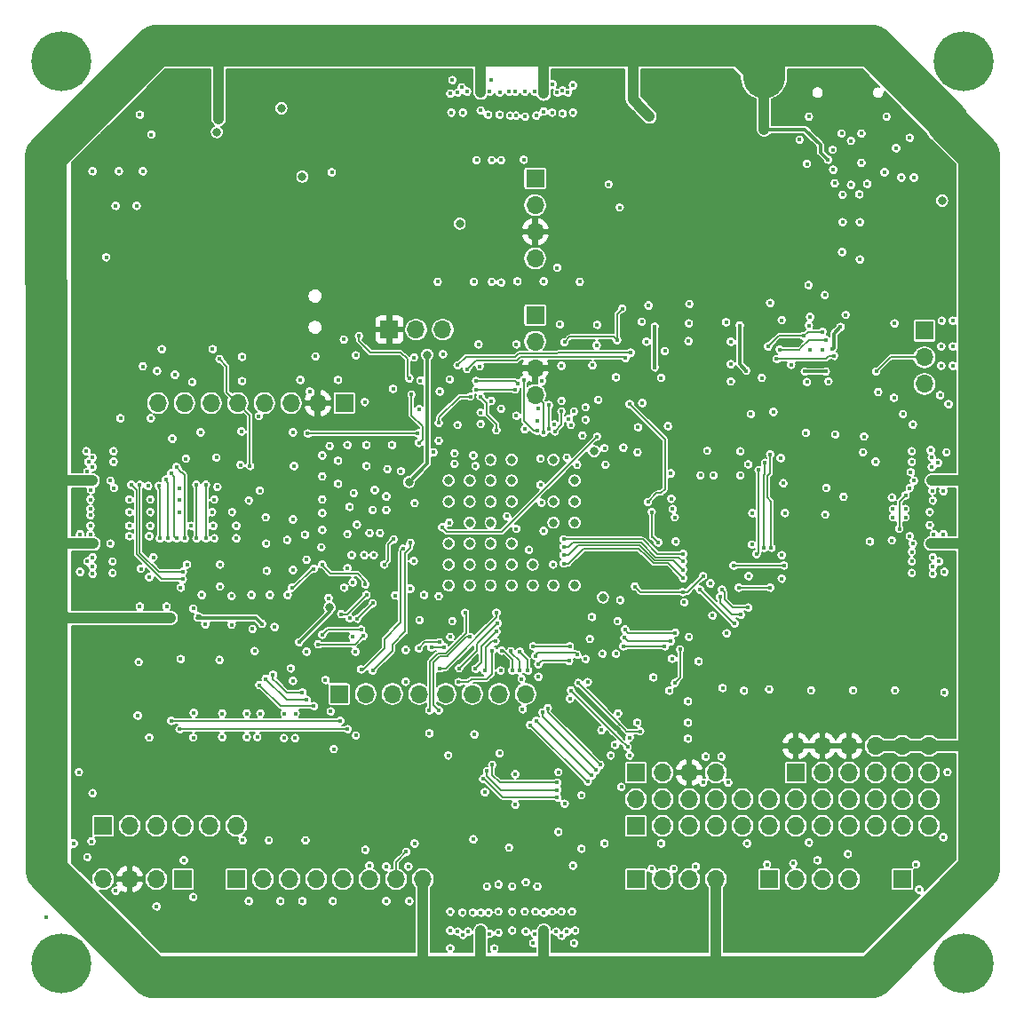
<source format=gbr>
%TF.GenerationSoftware,KiCad,Pcbnew,(5.1.9)-1*%
%TF.CreationDate,2021-03-02T10:58:18+01:00*%
%TF.ProjectId,Midular v2 Proto STM32F407VET6,4d696475-6c61-4722-9076-322050726f74,rev?*%
%TF.SameCoordinates,Original*%
%TF.FileFunction,Copper,L3,Inr*%
%TF.FilePolarity,Positive*%
%FSLAX46Y46*%
G04 Gerber Fmt 4.6, Leading zero omitted, Abs format (unit mm)*
G04 Created by KiCad (PCBNEW (5.1.9)-1) date 2021-03-02 10:58:18*
%MOMM*%
%LPD*%
G01*
G04 APERTURE LIST*
%TA.AperFunction,ComponentPad*%
%ADD10O,1.700000X1.700000*%
%TD*%
%TA.AperFunction,ComponentPad*%
%ADD11R,1.700000X1.700000*%
%TD*%
%TA.AperFunction,ComponentPad*%
%ADD12C,5.700000*%
%TD*%
%TA.AperFunction,ViaPad*%
%ADD13C,0.800000*%
%TD*%
%TA.AperFunction,ViaPad*%
%ADD14C,0.450000*%
%TD*%
%TA.AperFunction,Conductor*%
%ADD15C,0.300000*%
%TD*%
%TA.AperFunction,Conductor*%
%ADD16C,1.000000*%
%TD*%
%TA.AperFunction,Conductor*%
%ADD17C,4.000000*%
%TD*%
%TA.AperFunction,Conductor*%
%ADD18C,0.146812*%
%TD*%
%TA.AperFunction,Conductor*%
%ADD19C,0.130000*%
%TD*%
%TA.AperFunction,Conductor*%
%ADD20C,0.100000*%
%TD*%
G04 APERTURE END LIST*
D10*
%TO.N,Net-(J21-Pad24)*%
%TO.C,J21*%
X86740000Y19620000D03*
%TO.N,Net-(J21-Pad23)*%
X86740000Y17080000D03*
%TO.N,Net-(J21-Pad22)*%
X84200000Y19620000D03*
%TO.N,Net-(J21-Pad21)*%
X84200000Y17080000D03*
%TO.N,Net-(J21-Pad20)*%
X81660000Y19620000D03*
%TO.N,Net-(J21-Pad19)*%
X81660000Y17080000D03*
%TO.N,Net-(J21-Pad18)*%
X79120000Y19620000D03*
%TO.N,Net-(J21-Pad17)*%
X79120000Y17080000D03*
%TO.N,Net-(J21-Pad16)*%
X76580000Y19620000D03*
%TO.N,Net-(J21-Pad15)*%
X76580000Y17080000D03*
%TO.N,Net-(J21-Pad14)*%
X74040000Y19620000D03*
%TO.N,Net-(J21-Pad13)*%
X74040000Y17080000D03*
%TO.N,Net-(J21-Pad12)*%
X71500000Y19620000D03*
%TO.N,Net-(J21-Pad11)*%
X71500000Y17080000D03*
%TO.N,Net-(J21-Pad10)*%
X68960000Y19620000D03*
%TO.N,Net-(J21-Pad9)*%
X68960000Y17080000D03*
%TO.N,Net-(J21-Pad8)*%
X66420000Y19620000D03*
%TO.N,Net-(J21-Pad7)*%
X66420000Y17080000D03*
%TO.N,Net-(J21-Pad6)*%
X63880000Y19620000D03*
%TO.N,Net-(J21-Pad5)*%
X63880000Y17080000D03*
%TO.N,Net-(J21-Pad4)*%
X61340000Y19620000D03*
%TO.N,Net-(J21-Pad3)*%
X61340000Y17080000D03*
%TO.N,Net-(J21-Pad2)*%
X58800000Y19620000D03*
D11*
%TO.N,Net-(J21-Pad1)*%
X58800000Y17080000D03*
%TD*%
D10*
%TO.N,+5V*%
%TO.C,J20*%
X86740000Y24700000D03*
%TO.N,GND*%
X86740000Y22160000D03*
%TO.N,+5V*%
X84200000Y24700000D03*
%TO.N,GND*%
X84200000Y22160000D03*
%TO.N,+5V*%
X81660000Y24700000D03*
%TO.N,GND*%
X81660000Y22160000D03*
%TO.N,+3V3*%
X79120000Y24700000D03*
%TO.N,GND*%
X79120000Y22160000D03*
%TO.N,+3V3*%
X76580000Y24700000D03*
%TO.N,GND*%
X76580000Y22160000D03*
%TO.N,+3V3*%
X74040000Y24700000D03*
D11*
%TO.N,GND*%
X74040000Y22160000D03*
%TD*%
D12*
%TO.N,GND*%
%TO.C,H4*%
X90000000Y4000000D03*
%TD*%
%TO.N,GND*%
%TO.C,H3*%
X4000000Y4000000D03*
%TD*%
%TO.N,GND*%
%TO.C,H2*%
X90000000Y90000000D03*
%TD*%
%TO.N,GND*%
%TO.C,H1*%
X4000000Y90000000D03*
%TD*%
D11*
%TO.N,PB14*%
%TO.C,J18*%
X84200000Y12000000D03*
%TD*%
D10*
%TO.N,Net-(J1-Pad3)*%
%TO.C,J1*%
X86300000Y59220000D03*
%TO.N,USB_ID*%
X86300000Y61760000D03*
D11*
%TO.N,Net-(J1-Pad1)*%
X86300000Y64300000D03*
%TD*%
D10*
%TO.N,Net-(BAT1-Pad1)*%
%TO.C,JP3*%
X40380000Y64400000D03*
%TO.N,VBAT*%
X37840000Y64400000D03*
D11*
%TO.N,+3V3*%
X35300000Y64400000D03*
%TD*%
D10*
%TO.N,PE6*%
%TO.C,J16*%
X20700000Y17080000D03*
%TO.N,PE5*%
X18160000Y17080000D03*
%TO.N,PE4*%
X15620000Y17080000D03*
%TO.N,PE3*%
X13080000Y17080000D03*
%TO.N,PE2*%
X10540000Y17080000D03*
D11*
%TO.N,PB9*%
X8000000Y17080000D03*
%TD*%
D10*
%TO.N,PE15*%
%TO.C,J13*%
X79120000Y12000000D03*
%TO.N,PE14*%
X76580000Y12000000D03*
%TO.N,PE13*%
X74040000Y12000000D03*
D11*
%TO.N,PE12*%
X71500000Y12000000D03*
%TD*%
D10*
%TO.N,BTNY4*%
%TO.C,J15*%
X48280000Y29650000D03*
%TO.N,BTNY3*%
X45740000Y29650000D03*
%TO.N,BTNY2*%
X43200000Y29650000D03*
%TO.N,BTNY1*%
X40660000Y29650000D03*
%TO.N,BTNX4*%
X38120000Y29650000D03*
%TO.N,BTNX3*%
X35580000Y29650000D03*
%TO.N,BTNX2*%
X33040000Y29650000D03*
D11*
%TO.N,BTNX1*%
X30500000Y29650000D03*
%TD*%
D10*
%TO.N,DAC_OUT2*%
%TO.C,J17*%
X8000000Y12000000D03*
%TO.N,+3V3*%
X10540000Y12000000D03*
%TO.N,GND*%
X13080000Y12000000D03*
D11*
%TO.N,DAC_OUT1*%
X15620000Y12000000D03*
%TD*%
D10*
%TO.N,+5V*%
%TO.C,J14*%
X38480000Y12000000D03*
%TO.N,I2S2_WS*%
X35940000Y12000000D03*
%TO.N,GND*%
X33400000Y12000000D03*
%TO.N,I2S2_CK*%
X30860000Y12000000D03*
%TO.N,GND*%
X28320000Y12000000D03*
%TO.N,I2S2_ext_SD*%
X25780000Y12000000D03*
%TO.N,GND*%
X23240000Y12000000D03*
D11*
%TO.N,I2S2_SD*%
X20700000Y12000000D03*
%TD*%
D10*
%TO.N,UART_Tx*%
%TO.C,J12*%
X49200000Y71180000D03*
%TO.N,+3V3*%
X49200000Y73720000D03*
%TO.N,GND*%
X49200000Y76260000D03*
D11*
%TO.N,UART_Rx*%
X49200000Y78800000D03*
%TD*%
D10*
%TO.N,I2C2_SDA*%
%TO.C,J11*%
X66420000Y22160000D03*
%TO.N,+3V3*%
X63880000Y22160000D03*
%TO.N,GND*%
X61340000Y22160000D03*
D11*
%TO.N,I2C2_SCL*%
X58800000Y22160000D03*
%TD*%
D10*
%TO.N,+5V*%
%TO.C,J10*%
X66420000Y12000000D03*
%TO.N,WS2812_B*%
X63880000Y12000000D03*
%TO.N,GND*%
X61340000Y12000000D03*
D11*
%TO.N,Net-(D7-Pad1)*%
X58800000Y12000000D03*
%TD*%
D10*
%TO.N,SPI3_MOSI*%
%TO.C,J9*%
X13220000Y57400000D03*
%TO.N,LCD_CS*%
X15760000Y57400000D03*
%TO.N,LCD_DC*%
X18300000Y57400000D03*
%TO.N,NRST*%
X20840000Y57400000D03*
%TO.N,SPI3_MISO*%
X23380000Y57400000D03*
%TO.N,SPI3_SCK*%
X25920000Y57400000D03*
%TO.N,+3V3*%
X28460000Y57400000D03*
D11*
%TO.N,GND*%
X31000000Y57400000D03*
%TD*%
D10*
%TO.N,CAN_Tx*%
%TO.C,J8*%
X49200000Y58180000D03*
%TO.N,+3V3*%
X49200000Y60720000D03*
%TO.N,GND*%
X49200000Y63260000D03*
D11*
%TO.N,CAN_Rx*%
X49200000Y65800000D03*
%TD*%
D13*
%TO.N,VBAT*%
X37166256Y49866256D03*
X38900000Y62000000D03*
D14*
%TO.N,GND*%
X37700000Y47850000D03*
X37615000Y42335000D03*
X41300000Y36600000D03*
X41800000Y55300000D03*
X54600000Y37000000D03*
X44000000Y56500000D03*
X47400000Y56200000D03*
X44000000Y55400000D03*
X48200000Y54900000D03*
X53700000Y54300000D03*
X52900000Y56600000D03*
X75300000Y64800000D03*
X75400000Y65600000D03*
X76800000Y67700000D03*
X75400000Y62500000D03*
X76600000Y62500000D03*
X49500000Y56900000D03*
X51700000Y57600000D03*
X29500000Y38800000D03*
X62500000Y46500000D03*
X62600000Y44200000D03*
X62300000Y47300000D03*
X62180000Y48270000D03*
X83200000Y48400000D03*
X83300000Y47300000D03*
X84500000Y47300000D03*
X83300000Y46500000D03*
X84500000Y46500000D03*
X81100000Y44200000D03*
X83200000Y44300000D03*
X62100000Y50700000D03*
X55800000Y53100000D03*
X52200000Y52200000D03*
X53200000Y51500000D03*
X78800000Y65800000D03*
X34400000Y45000000D03*
X33800000Y42900000D03*
X31700000Y42900000D03*
X33400000Y45000000D03*
X31300000Y44900000D03*
X32200000Y45800000D03*
X32900000Y42900000D03*
X33700000Y47200000D03*
X31900000Y48800000D03*
X79300000Y82400000D03*
X80300000Y83100000D03*
X78400000Y83100000D03*
X54400000Y34900000D03*
X55600000Y33500000D03*
X54000000Y33000000D03*
X54200000Y30800000D03*
X52500000Y29200000D03*
X55500000Y26200000D03*
X57100000Y27800000D03*
X58928000Y26924000D03*
X58200000Y25500000D03*
X56800000Y24800000D03*
X58200000Y23800000D03*
X56400000Y23800000D03*
X57400000Y20800000D03*
X65450000Y23690000D03*
X66950000Y23690000D03*
X67600000Y21200000D03*
X65200000Y21200000D03*
X69096000Y29972000D03*
X67056000Y30226000D03*
D13*
X18856936Y83234310D03*
X25000000Y85500000D03*
X27000000Y79000000D03*
D14*
X15900000Y52100000D03*
X18800000Y52200000D03*
X14600000Y54000000D03*
X17300000Y54600000D03*
X21200000Y54700000D03*
X21100000Y51500000D03*
X26100000Y54600000D03*
X26200000Y51400000D03*
X28900000Y52400000D03*
X18400000Y47000000D03*
X12500000Y47000000D03*
X20300000Y47000000D03*
X21900000Y48100000D03*
X20700000Y44500000D03*
X18600000Y44500000D03*
X23500000Y46500000D03*
X12500000Y45700000D03*
X12400000Y44700000D03*
X18500000Y45700000D03*
X20700000Y45700000D03*
X12500000Y48200000D03*
X18600000Y48200000D03*
X15300000Y48200000D03*
X15300000Y47000000D03*
X15300000Y49300000D03*
X12300000Y49500000D03*
X18900000Y49400000D03*
X31800000Y40300000D03*
X54000000Y57000000D03*
X55200000Y57700000D03*
X54000000Y55800000D03*
X59400000Y57400000D03*
X9050000Y49300000D03*
X10500000Y48200000D03*
X10500000Y47000000D03*
X10500000Y45700000D03*
X10500000Y44700000D03*
X12800000Y42700000D03*
X11600000Y41600000D03*
X16000000Y42000000D03*
X15400000Y39800000D03*
X12400000Y40800000D03*
X16400000Y45700000D03*
X40000000Y53800000D03*
X39500000Y52700000D03*
X41500000Y52600000D03*
X41500000Y51600000D03*
X35840000Y39060000D03*
X37300000Y39700000D03*
X8300000Y71300000D03*
D13*
X88000000Y76700000D03*
D14*
X63754000Y28956000D03*
X63754000Y26924000D03*
X61976000Y29972000D03*
X60452000Y31242000D03*
X62230000Y33020000D03*
X64770000Y32766000D03*
X63754000Y25400000D03*
X53600000Y20000000D03*
X52000000Y19200000D03*
X51400000Y22200000D03*
X41100000Y7100000D03*
X41100000Y8900000D03*
X42253728Y8815424D03*
X43253728Y8815424D03*
X44746272Y8815424D03*
X45703700Y8902466D03*
X47000000Y8900000D03*
X48203700Y8902466D03*
X49203700Y8902466D03*
X50796300Y8902466D03*
X51703700Y8902466D03*
X53000000Y7100000D03*
X52703700Y8902466D03*
X41100000Y5400000D03*
X45300000Y5400000D03*
X44865000Y6800000D03*
X45700000Y6900000D03*
X47000000Y7100000D03*
X48300000Y7000000D03*
X49122542Y6796079D03*
X49000000Y5900000D03*
X52900000Y5900000D03*
X17750000Y36300000D03*
X17400000Y39100000D03*
X20250000Y39000000D03*
X20250000Y36250000D03*
X22150000Y39100000D03*
X22250000Y35850000D03*
X24350000Y36050000D03*
X16600000Y37800000D03*
X14050000Y38000000D03*
X11500000Y38000000D03*
X19350000Y27800000D03*
X16650000Y27850000D03*
X16600000Y25500000D03*
X19350000Y25550000D03*
X21700000Y25550000D03*
X21700000Y27800000D03*
X22700000Y25550000D03*
X23000000Y27800000D03*
X25300000Y27800000D03*
X26350000Y27800000D03*
X25250000Y25450000D03*
X26300000Y25450000D03*
X64950000Y50500000D03*
X66200000Y50500000D03*
X65600000Y52850000D03*
X68750000Y50500000D03*
X68750000Y52800000D03*
X56900000Y59850000D03*
X61200000Y59800000D03*
X70800000Y59800000D03*
X77150000Y59450000D03*
X81900000Y58450000D03*
X83450000Y65000000D03*
X67400000Y65100000D03*
X59350000Y65150000D03*
X55900000Y51515000D03*
X57600000Y53150000D03*
X58950000Y52700000D03*
X6850000Y49100000D03*
X30950000Y63450000D03*
X71500000Y30100000D03*
X75500000Y30000000D03*
X79500000Y30000000D03*
X83500000Y30000000D03*
X29700000Y28000000D03*
X32100000Y25700000D03*
X30000000Y24400000D03*
X30400000Y49700000D03*
X30400000Y51900000D03*
X7000000Y41100000D03*
X8900000Y41200000D03*
X8902466Y42296300D03*
X5800000Y41300000D03*
X5800000Y44900000D03*
X6800000Y44865000D03*
X6800000Y45700000D03*
X6800000Y46700000D03*
X6800000Y47300000D03*
X6800000Y48200000D03*
X6500000Y50865000D03*
X6400000Y52800000D03*
X9000000Y52800000D03*
X9000000Y51800000D03*
X29800000Y79400000D03*
X82500000Y79400000D03*
X75100000Y80200000D03*
X75300000Y84700000D03*
X74400000Y82500000D03*
X82700000Y84700000D03*
X83600000Y81700000D03*
X84100000Y78900000D03*
X85300000Y78900000D03*
X75100000Y59400000D03*
X25600000Y39100000D03*
X31500000Y36900000D03*
X23900000Y39100000D03*
X41100000Y86900000D03*
X41200000Y85100000D03*
X42296300Y85097534D03*
X45000000Y88200000D03*
X41300000Y88200000D03*
X44865000Y87100000D03*
X44700000Y84900000D03*
X45800000Y87000000D03*
X45800000Y84900000D03*
X46700000Y87100000D03*
X46800000Y84800000D03*
X47300000Y87100000D03*
X47361594Y84800000D03*
X48200000Y87100000D03*
X48238406Y84700000D03*
X49300000Y84800000D03*
X49135000Y87100000D03*
X50865000Y87800000D03*
X50796300Y85097534D03*
X51800000Y85000000D03*
X52800000Y87700000D03*
X52800000Y85100000D03*
X86900000Y52900000D03*
X85100000Y52800000D03*
X85097534Y51796300D03*
X85000000Y50800000D03*
X88400000Y52700000D03*
X88100000Y49000000D03*
X87046272Y49015424D03*
X84900000Y49300000D03*
X87100000Y48100000D03*
X86800000Y47000000D03*
X86815424Y45753728D03*
X84900000Y44700000D03*
X87201222Y44901985D03*
X88100000Y44900000D03*
X88200000Y41300000D03*
X87100000Y41100000D03*
X85100000Y41200000D03*
X85097534Y42296300D03*
X85097534Y43203700D03*
X11200000Y76200000D03*
X9200000Y76200000D03*
X12600000Y83000000D03*
X11500000Y84900000D03*
X11800000Y79500000D03*
X9500000Y79500000D03*
X7000000Y79500000D03*
X49800000Y47900000D03*
X49700000Y49600000D03*
X49700000Y52100000D03*
X48600000Y43400000D03*
X47000000Y11300000D03*
X48300000Y11700000D03*
X49400000Y11300000D03*
X45700000Y11500000D03*
X44600000Y11300000D03*
X56900000Y33500000D03*
X57300000Y38600000D03*
X57050000Y36600000D03*
X63400000Y38400000D03*
X63850000Y35100000D03*
X67450000Y35450000D03*
X66100000Y37150000D03*
X65900000Y40200000D03*
X69850000Y43900000D03*
X69900000Y46900000D03*
X72700000Y42900000D03*
X73000000Y46900000D03*
X76950000Y49300000D03*
X78600000Y48450000D03*
X76850000Y46750000D03*
X80550000Y54200000D03*
X77800000Y54400000D03*
X75000000Y54550000D03*
X72600000Y52150000D03*
X69500000Y51550000D03*
X73600000Y61050000D03*
X71600000Y66950000D03*
X72700000Y65300000D03*
X67850000Y63250000D03*
X67850000Y61100000D03*
X67850000Y59450000D03*
X63800000Y63300000D03*
X63850000Y65000000D03*
X63900000Y66850000D03*
X61550000Y62350000D03*
X59800000Y63250000D03*
X60000000Y66700000D03*
X55100000Y64850000D03*
X51550000Y64900000D03*
X50000000Y69000000D03*
X53450000Y68950000D03*
X51300000Y70300000D03*
X49850000Y59500000D03*
X51700000Y60950000D03*
X55050000Y62900000D03*
X54650000Y61000000D03*
X71900000Y56550000D03*
X69750000Y56350000D03*
X61850000Y55200000D03*
X59000000Y55100000D03*
X69550000Y40900000D03*
X72700000Y40650000D03*
X47500000Y69000000D03*
X45050000Y68950000D03*
X43350000Y68950000D03*
X39900000Y68950000D03*
X48100000Y80600000D03*
X45050000Y80550000D03*
X43600000Y80550000D03*
X45950000Y68900000D03*
X45950000Y80550000D03*
X40400000Y62050000D03*
X41050000Y59650000D03*
X40100000Y58500000D03*
X32950000Y57500000D03*
X30400000Y59600000D03*
X32100000Y61950000D03*
X22850000Y56150000D03*
X14850000Y60100000D03*
X13150000Y60450000D03*
X13600000Y62550000D03*
X18450000Y62550000D03*
X11800000Y60900000D03*
X12550000Y55950000D03*
X9650000Y55950000D03*
X22950000Y49050000D03*
X26100000Y46300000D03*
X27400000Y42450000D03*
X28800000Y43650000D03*
X31800000Y35100000D03*
X29200000Y31000000D03*
X26100000Y30900000D03*
X25900000Y32100000D03*
X22450000Y33750000D03*
X27400000Y33700000D03*
X32050000Y33700000D03*
X36850000Y33850000D03*
X36850000Y30825000D03*
X30975000Y39800000D03*
X26100000Y41475000D03*
X38175000Y36700000D03*
X40000000Y38975000D03*
X38600000Y39100000D03*
D13*
X54800000Y52800000D03*
X55650000Y38875000D03*
X40950000Y40000000D03*
X42950000Y40000000D03*
X44950000Y40000000D03*
X46950000Y40000000D03*
X48950000Y40000000D03*
X50950000Y40000000D03*
X52950000Y40000000D03*
D14*
X50900000Y42000000D03*
D13*
X42950000Y42000000D03*
X46950000Y42000000D03*
X44950000Y42000000D03*
X48950000Y42000000D03*
X40950000Y42000000D03*
X42950000Y44000000D03*
X46950000Y44000000D03*
X44950000Y44000000D03*
X40950000Y44000000D03*
X42950000Y46000000D03*
X44950000Y46000000D03*
X50950000Y46000000D03*
X44950000Y48000000D03*
X42950000Y48000000D03*
X50950000Y48000000D03*
X40950000Y48000000D03*
X40950000Y50000000D03*
X42950000Y50000000D03*
X44950000Y50000000D03*
X44950000Y52000000D03*
X50950000Y52000000D03*
D14*
%TO.N,+12V*%
X84900000Y82700000D03*
D13*
%TO.N,+5V*%
X29600000Y37900000D03*
X60100000Y84720000D03*
X19020000Y84480000D03*
X91500000Y81100000D03*
D14*
X87000000Y50000000D03*
X86900000Y44000000D03*
X44000000Y7100000D03*
X50000000Y7100000D03*
X7100000Y44000000D03*
X7000000Y50000000D03*
X44000000Y87000000D03*
X50000000Y86900000D03*
X50000000Y85200000D03*
X44000000Y85300000D03*
X85300000Y50000000D03*
X85200000Y44000000D03*
X50000000Y8800000D03*
X44000000Y8800000D03*
X8700000Y44000000D03*
X8700000Y50000000D03*
X17050000Y37050000D03*
X14450000Y36900000D03*
X23150000Y36350000D03*
X26700000Y34600000D03*
X77100000Y80600000D03*
%TO.N,+3V3*%
X37749703Y46985102D03*
X37617143Y42988572D03*
X42200000Y36600000D03*
X41100000Y55300000D03*
X54600000Y37700000D03*
X27746272Y38815424D03*
D13*
X71996000Y27336000D03*
X23500000Y85500000D03*
X26500000Y78000000D03*
D14*
X35700000Y45300000D03*
X34900000Y39100000D03*
X35000000Y41200000D03*
X81700000Y57000000D03*
D13*
X88300000Y71400000D03*
D14*
X56280000Y52380000D03*
X63700000Y52600000D03*
X30944000Y69542000D03*
X18247746Y38874337D03*
X42000000Y35500000D03*
X63050000Y51600000D03*
X8900000Y83100000D03*
%TO.N,NRST*%
X35700000Y44400000D03*
X34800000Y42000000D03*
X33000000Y40100000D03*
X40340994Y45549208D03*
X55100000Y54200000D03*
X28900000Y42000000D03*
X22000000Y51400000D03*
X19100000Y61600000D03*
D13*
%TO.N,GND*%
X46950000Y48000000D03*
X46950000Y50000000D03*
X46950000Y52000000D03*
D14*
%TO.N,BOOT0*%
X38100000Y53600000D03*
X37400000Y58200000D03*
%TO.N,I2S2_ext_SD*%
X37300000Y44061594D03*
X33700000Y31900000D03*
%TO.N,I2S2_SD*%
X36623752Y43521732D03*
X32600000Y32000000D03*
%TO.N,ENC4_A*%
X33100000Y39100000D03*
X30700000Y37280000D03*
%TO.N,ENC4_B*%
X32240000Y36840000D03*
X33710000Y38310000D03*
%TO.N,DAC_OUT1*%
X42515000Y37400000D03*
%TO.N,DAC_OUT2*%
X40000000Y28100000D03*
X31300000Y26300000D03*
X15300000Y26300000D03*
X43000000Y35100000D03*
%TO.N,DAC_OUT1*%
X39100000Y28100000D03*
X30600000Y27100000D03*
X14500000Y27100000D03*
%TO.N,ENC2_A*%
X40082206Y34576812D03*
X38100000Y34000000D03*
X32800000Y35200000D03*
X28500000Y34400000D03*
%TO.N,ENC2_B*%
X40510000Y34138406D03*
X39290000Y34090000D03*
%TO.N,I2C2_SCL*%
X52600000Y30000000D03*
X58000000Y24600000D03*
%TO.N,I2C2_SDA*%
X53300000Y30700000D03*
X59200000Y26100000D03*
%TO.N,I2S2_WS*%
X36900000Y14600000D03*
%TO.N,ENC3_A*%
X62100000Y34700000D03*
X57700000Y35000000D03*
X52438406Y32800000D03*
X49500000Y32500000D03*
%TO.N,ENC3_B*%
X62538406Y35500000D03*
X57761594Y35800000D03*
X52500000Y34200000D03*
X49000000Y34200000D03*
%TO.N,CRx4*%
X83900000Y45400000D03*
X84500000Y48600000D03*
%TO.N,WS2812_A*%
X58200000Y57300000D03*
X59940000Y47960000D03*
%TO.N,WS2812_B*%
X60300000Y47000000D03*
X60915626Y44115626D03*
X63000000Y33900000D03*
X62500000Y30700000D03*
%TO.N,USB_ID*%
X81700000Y60400000D03*
%TO.N,ENC1_A*%
X70500000Y51000000D03*
X70300000Y43000000D03*
X51300000Y21200000D03*
X45100000Y22900000D03*
X22900000Y30500000D03*
X28100000Y28500000D03*
%TO.N,SPI3_SCK*%
X47519121Y59247803D03*
X43561594Y59500000D03*
%TO.N,SPI3_MISO*%
X47300000Y58700000D03*
X43561594Y58700000D03*
%TO.N,UART_Tx*%
X51061594Y54700000D03*
X51700000Y56600000D03*
%TO.N,CAN_Rx*%
X50500000Y54961594D03*
X50500000Y57200000D03*
%TO.N,CAN_Tx*%
X50000000Y54600000D03*
%TO.N,ENC1_B*%
X49400000Y55661594D03*
X52400000Y55900000D03*
X71600000Y52500000D03*
X51300000Y19800000D03*
X44235224Y21556816D03*
X27000000Y29800000D03*
X24200000Y31500000D03*
X71700000Y43600000D03*
%TO.N,SPI3_MOSI*%
X45500000Y54800000D03*
X44000000Y58000000D03*
%TO.N,VWS2812*%
X77520000Y62534998D03*
X78310000Y64660000D03*
X76900000Y60400000D03*
X74900000Y60400000D03*
X60600000Y64700000D03*
X60600000Y60800000D03*
X68700000Y64800000D03*
X69320000Y60480000D03*
%TO.N,ENC1BTN*%
X51020797Y55359203D03*
X52600000Y55300000D03*
X71100000Y51700000D03*
X71000000Y43600000D03*
X51300000Y20500000D03*
X44600000Y22300000D03*
X27400000Y29100000D03*
X23500000Y31100000D03*
%TO.N,ENC2BTN*%
X32600000Y35800000D03*
X28900000Y35300000D03*
%TO.N,WS2812_CONN_DIN*%
X58300000Y62200000D03*
X72500000Y62500000D03*
X76900000Y63400000D03*
X41800000Y61000000D03*
X15600000Y40600000D03*
X10700000Y49600000D03*
%TO.N,WS2812_CONN_BI*%
X77700000Y61900000D03*
X72200000Y61600000D03*
X57800000Y61700000D03*
X42700000Y60638406D03*
X11500000Y49600000D03*
X15600000Y41300000D03*
%TO.N,ENC3BTN*%
X61538406Y34200000D03*
X57600000Y34200000D03*
X53200000Y33400000D03*
X49200000Y33300000D03*
%TO.N,ENC4BTN*%
X26000000Y39800000D03*
X28100000Y41600000D03*
%TO.N,+12V*%
X42200000Y87500000D03*
X51800000Y87200000D03*
X6600000Y51800000D03*
X6500000Y42300000D03*
X42300000Y6700000D03*
X51700000Y6600000D03*
X87700000Y42300000D03*
X87600000Y51700000D03*
X51300000Y87000000D03*
X52300000Y87000000D03*
X41800000Y87000000D03*
X42700000Y87100000D03*
X87000000Y51300000D03*
X87000000Y52200000D03*
X87100000Y42700000D03*
X87100000Y41800000D03*
X52200000Y7000000D03*
X51200000Y7000000D03*
X41800000Y7000000D03*
X42800000Y7000000D03*
X7000000Y42700000D03*
X7000000Y41800000D03*
X7000000Y52200000D03*
X7000000Y51300000D03*
%TO.N,UART_Rx*%
X49400000Y54761594D03*
X48100000Y59600000D03*
%TO.N,Net-(WS2-Pad3)*%
X74800000Y63800000D03*
X71400000Y62800000D03*
X76582200Y64192897D03*
%TO.N,BTNY4*%
X47730000Y33710000D03*
X48500000Y31900000D03*
%TO.N,BTNY3*%
X46870000Y33730000D03*
X47700000Y31900000D03*
%TO.N,BTNY2*%
X46000000Y33782000D03*
X47000000Y31900000D03*
%TO.N,BTNY1*%
X45100000Y33800000D03*
X41900000Y30800000D03*
%TO.N,BTNX4*%
X45400000Y34700000D03*
X44400000Y31900000D03*
%TO.N,BTNX3*%
X45500000Y35600000D03*
X43500000Y32061594D03*
%TO.N,BTNX2*%
X45600000Y36400000D03*
X41946772Y32104112D03*
%TO.N,BTNX1*%
X45500000Y37400000D03*
X40099024Y32105653D03*
%TO.N,PE6*%
X17800000Y49600000D03*
X17800000Y44500000D03*
%TO.N,PE5*%
X16900000Y49600000D03*
X16900000Y44500000D03*
%TO.N,PE4*%
X15000000Y51300000D03*
X15800000Y44500000D03*
%TO.N,PE3*%
X14500000Y50700000D03*
X15000000Y44500000D03*
%TO.N,PE2*%
X14000000Y50100000D03*
X14200000Y44500000D03*
%TO.N,PB9*%
X43012814Y58012814D03*
X40000000Y55500000D03*
X38000000Y54500000D03*
X27500000Y54500000D03*
X13300000Y49500000D03*
X13400000Y44500000D03*
%TO.N,PE12*%
X48700000Y26700000D03*
X54200000Y21300000D03*
%TO.N,PE13*%
X49300000Y27100000D03*
X54600000Y21900000D03*
%TO.N,PE14*%
X49900000Y27900000D03*
X55000000Y22400000D03*
%TO.N,PE15*%
X50400000Y28300000D03*
X55400000Y22900000D03*
%TO.N,LEDTx*%
X51900000Y43700000D03*
X63300000Y42300000D03*
X67000000Y39600000D03*
X69500000Y37900000D03*
D13*
%TO.N,GND*%
X52950000Y46000000D03*
X52950000Y48000000D03*
X52950000Y50000000D03*
D14*
X50000000Y45200000D03*
X46500000Y46600000D03*
X47400000Y45400000D03*
X43500000Y51400000D03*
X43300000Y52400000D03*
X41000000Y46000000D03*
X43800000Y63000000D03*
X47400000Y63000000D03*
X45000000Y57600000D03*
X45950000Y56850000D03*
X43900000Y60900000D03*
X11400000Y32700000D03*
X15400000Y33000000D03*
X19100000Y32900000D03*
X6900000Y15600000D03*
X6500000Y14100000D03*
X5200000Y15400000D03*
X2600000Y8400000D03*
X9200000Y10900000D03*
X13100000Y9400000D03*
X16600000Y10300000D03*
X15700000Y13800000D03*
X21300000Y15700000D03*
X23800000Y15700000D03*
X27300000Y15700000D03*
X21900000Y9900000D03*
X24900000Y9900000D03*
X27000000Y9900000D03*
X29900000Y9900000D03*
X33400000Y13300000D03*
X33000000Y14800000D03*
X37100000Y13200000D03*
X35000000Y13200000D03*
X35000000Y9900000D03*
X37200000Y9900000D03*
X37700000Y15400000D03*
X44400000Y20300000D03*
X47300000Y19100000D03*
X47300000Y22000000D03*
X45800000Y24000000D03*
X48000000Y28200000D03*
X47900000Y31100000D03*
X49500000Y31300000D03*
X45900000Y31900000D03*
X41100000Y35100000D03*
X55800000Y15400000D03*
X53600000Y14900000D03*
X52800000Y13300000D03*
X51400000Y16500000D03*
X46700000Y15000000D03*
X43300000Y15800000D03*
X60300000Y13000000D03*
X62400000Y13000000D03*
X61200000Y15400000D03*
X64500000Y13200000D03*
X69400000Y15400000D03*
X73800000Y13500000D03*
X71300000Y13400000D03*
X76100000Y13800000D03*
X75300000Y15500000D03*
X79000000Y14400000D03*
X85500000Y13400000D03*
X85800000Y11000000D03*
X88500000Y22200000D03*
X88100000Y16000000D03*
X88200000Y29800000D03*
X39100000Y25900000D03*
X40900000Y23800000D03*
X43400000Y25800000D03*
X7000000Y20200000D03*
X5700000Y22200000D03*
X11300000Y27600000D03*
X12400000Y25500000D03*
X33900000Y49100000D03*
X35000000Y48500000D03*
X35000000Y47200000D03*
X35100000Y51100000D03*
X33100000Y51400000D03*
X33100000Y53400000D03*
X31300000Y53400000D03*
X29600000Y53300000D03*
X36400000Y50900000D03*
X28900000Y50400000D03*
X28900000Y48200000D03*
X31500000Y47500000D03*
X28900000Y46900000D03*
X28900000Y45300000D03*
X31300000Y41650000D03*
X35550000Y53400000D03*
X72850000Y49750000D03*
X80450000Y52700000D03*
X81650000Y51800000D03*
X84250000Y56350000D03*
X85200000Y55350000D03*
X83400000Y57900000D03*
X88600000Y57300000D03*
X87800000Y58150000D03*
X89000000Y60950000D03*
X87900000Y62800000D03*
X89000000Y65250000D03*
X87950000Y65250000D03*
X89000000Y62800000D03*
X87900000Y60950000D03*
X75250000Y68650000D03*
X77750000Y78350000D03*
X80850000Y78300000D03*
X80300000Y80300000D03*
X77550000Y81550000D03*
X77600000Y79650000D03*
X78450000Y71800000D03*
X80150000Y71100000D03*
X78500000Y74650000D03*
X80150000Y74650000D03*
X79300000Y78200000D03*
X78500000Y77250000D03*
X80100000Y77300000D03*
X56200000Y78250000D03*
X57250000Y76050000D03*
X21250000Y61800000D03*
X21250000Y59500000D03*
X16500000Y59400000D03*
X26800000Y59600000D03*
X28250000Y61850000D03*
X27700000Y58500000D03*
X35650000Y58750000D03*
X38150000Y56800000D03*
X37650000Y61750000D03*
X38250000Y59550000D03*
X23600000Y41400000D03*
X23550000Y44000000D03*
X25550000Y44350000D03*
X27250000Y44850000D03*
X19150000Y39900000D03*
X19150000Y42000000D03*
%TO.N,LEDRx*%
X51900000Y42900000D03*
X63300000Y41500000D03*
X66800000Y38900000D03*
X68800000Y37200000D03*
D13*
%TO.N,Net-(BAT1-Pad1)*%
X42000000Y74500000D03*
D14*
%TO.N,LEDStatus*%
X51900000Y44400000D03*
X63300000Y43000000D03*
X64900000Y39600000D03*
X68200000Y36400000D03*
%TO.N,LEDError*%
X63300000Y40700000D03*
X68600000Y39800000D03*
X71600000Y39800000D03*
X51900000Y42100000D03*
%TO.N,PB14*%
X58700000Y39900000D03*
X63246000Y39370000D03*
X72898000Y41910000D03*
X65200000Y40900000D03*
X68110000Y41910000D03*
%TO.N,Net-(R1-Pad2)*%
X37200000Y59761594D03*
X32400000Y63800000D03*
%TO.N,Net-(R12-Pad1)*%
X57000000Y63400000D03*
X57500000Y66400000D03*
X51985000Y63200000D03*
%TD*%
D15*
%TO.N,VBAT*%
X38900000Y51600000D02*
X38750000Y51450000D01*
X38900000Y62000000D02*
X38900000Y51600000D01*
X37166256Y49866256D02*
X38750000Y51450000D01*
D16*
%TO.N,+5V*%
X71000000Y83500000D02*
X71000000Y88500000D01*
D17*
X71000000Y89500000D02*
X69000000Y91500000D01*
X71000000Y88500000D02*
X71000000Y89500000D01*
X69000000Y91500000D02*
X58500000Y91500000D01*
D16*
X19020000Y91480000D02*
X19000000Y91500000D01*
X19020000Y84480000D02*
X19020000Y91480000D01*
X60100000Y84720000D02*
X59430000Y85390000D01*
X59430000Y85390000D02*
X59430000Y85420000D01*
X58500000Y86350000D02*
X58500000Y91500000D01*
X59430000Y85420000D02*
X58500000Y86350000D01*
D17*
X13000000Y91500000D02*
X19000000Y91500000D01*
X12685202Y2700000D02*
X2600000Y12785202D01*
X91500000Y12900000D02*
X81300000Y2700000D01*
X88500000Y84100000D02*
X91500000Y81100000D01*
X2500000Y81000000D02*
X13000000Y91500000D01*
X2500000Y69000000D02*
X2500000Y81000000D01*
X88500000Y84300000D02*
X88500000Y84100000D01*
X81300000Y91500000D02*
X88500000Y84300000D01*
X2600000Y68900000D02*
X2500000Y69000000D01*
X69000000Y91500000D02*
X81300000Y91500000D01*
X81300000Y2700000D02*
X65700000Y2700000D01*
X38600000Y2700000D02*
X12685202Y2700000D01*
D16*
X38480000Y2820000D02*
X38600000Y2700000D01*
X38480000Y12000000D02*
X38480000Y2820000D01*
X64770000Y3630000D02*
X65700000Y2700000D01*
X4500000Y36900000D02*
X2600000Y38800000D01*
D17*
X2600000Y12785202D02*
X2600000Y38800000D01*
D16*
X10100000Y36900000D02*
X4500000Y36900000D01*
D15*
X10100000Y36900000D02*
X6700000Y36900000D01*
D16*
X66420000Y3420000D02*
X65700000Y2700000D01*
X66420000Y12000000D02*
X66420000Y3420000D01*
X81660000Y24700000D02*
X84200000Y24700000D01*
X84200000Y24700000D02*
X86740000Y24700000D01*
X90900000Y24700000D02*
X91500000Y25300000D01*
X86740000Y24700000D02*
X90900000Y24700000D01*
D17*
X91500000Y25300000D02*
X91500000Y12900000D01*
D16*
X87000000Y50000000D02*
X91500000Y50000000D01*
D17*
X91500000Y81100000D02*
X91500000Y50000000D01*
D16*
X91200000Y44000000D02*
X91500000Y43700000D01*
X86900000Y44000000D02*
X91200000Y44000000D01*
D17*
X91500000Y43700000D02*
X91500000Y25300000D01*
X91500000Y50000000D02*
X91500000Y43700000D01*
D16*
X44000000Y3700000D02*
X43000000Y2700000D01*
X44000000Y7100000D02*
X44000000Y3700000D01*
D17*
X43000000Y2700000D02*
X38600000Y2700000D01*
D16*
X50000000Y4400000D02*
X48300000Y2700000D01*
X50000000Y7100000D02*
X50000000Y4400000D01*
D17*
X48300000Y2700000D02*
X43000000Y2700000D01*
X65700000Y2700000D02*
X48300000Y2700000D01*
D16*
X3800000Y44000000D02*
X2600000Y45200000D01*
X7100000Y44000000D02*
X3800000Y44000000D01*
D17*
X2600000Y38800000D02*
X2600000Y45200000D01*
D16*
X4000000Y50000000D02*
X2600000Y48600000D01*
X7000000Y50000000D02*
X4000000Y50000000D01*
D17*
X2600000Y48600000D02*
X2600000Y68900000D01*
X2600000Y45200000D02*
X2600000Y48600000D01*
D16*
X44000000Y90100000D02*
X42600000Y91500000D01*
X44000000Y87000000D02*
X44000000Y90100000D01*
D17*
X42600000Y91500000D02*
X19000000Y91500000D01*
X47500000Y91500000D02*
X42600000Y91500000D01*
D16*
X50000000Y89800000D02*
X51700000Y91500000D01*
X50000000Y86900000D02*
X50000000Y89800000D01*
D17*
X51700000Y91500000D02*
X47500000Y91500000D01*
X58500000Y91500000D02*
X51700000Y91500000D01*
D15*
X17050000Y37000000D02*
X16950000Y36900000D01*
X17050000Y37050000D02*
X17050000Y37000000D01*
X17250000Y37050000D02*
X17400000Y36900000D01*
X17050000Y37050000D02*
X17250000Y37050000D01*
X17400000Y36900000D02*
X16950000Y36900000D01*
X22600000Y36900000D02*
X23150000Y36350000D01*
X21450000Y36900000D02*
X22600000Y36900000D01*
X21450000Y36900000D02*
X17400000Y36900000D01*
X29600000Y37500000D02*
X29600000Y37900000D01*
X26700000Y34600000D02*
X29600000Y37500000D01*
D16*
X14450000Y36900000D02*
X10100000Y36900000D01*
D15*
X77100000Y80600000D02*
X76400000Y81300000D01*
X76400000Y81300000D02*
X76400000Y82000000D01*
X74900000Y83500000D02*
X71000000Y83500000D01*
X76400000Y82000000D02*
X74900000Y83500000D01*
D18*
%TO.N,+3V3*%
X42200000Y35700000D02*
X42000000Y35500000D01*
X42200000Y36600000D02*
X42200000Y35700000D01*
%TO.N,NRST*%
X35700000Y44400000D02*
X35200000Y43900000D01*
X35200000Y42400000D02*
X34800000Y42000000D01*
X35200000Y43900000D02*
X35200000Y42400000D01*
X46449208Y45549208D02*
X55100000Y54200000D01*
X33000000Y40100000D02*
X33000000Y40400000D01*
X33000000Y40400000D02*
X32300000Y41100000D01*
X32300000Y41100000D02*
X29700000Y41100000D01*
X28900000Y41900000D02*
X28900000Y42000000D01*
X29700000Y41100000D02*
X28900000Y41900000D01*
X22000000Y56240000D02*
X20840000Y57400000D01*
X22000000Y51400000D02*
X22000000Y56240000D01*
X20840000Y57400000D02*
X19800000Y58440000D01*
X19800000Y60900000D02*
X19100000Y61600000D01*
X19800000Y58440000D02*
X19800000Y60900000D01*
%TO.N,BOOT0*%
X38438407Y53938407D02*
X38438407Y55161593D01*
X38100000Y53600000D02*
X38438407Y53938407D01*
X37400000Y56200000D02*
X37400000Y58200000D01*
X38438407Y55161593D02*
X37400000Y56200000D01*
%TO.N,I2S2_ext_SD*%
X35600000Y33800000D02*
X33700000Y31900000D01*
X35600000Y34400000D02*
X35600000Y33800000D01*
X36800000Y35600000D02*
X35600000Y34400000D01*
X36800000Y43049137D02*
X36800000Y35600000D01*
X37300000Y43549137D02*
X36800000Y43049137D01*
X37300000Y44061594D02*
X37300000Y43549137D01*
%TO.N,I2S2_SD*%
X36623752Y43521732D02*
X36400000Y43297980D01*
X36400000Y36500000D02*
X34800000Y34900000D01*
X36400000Y43297980D02*
X36400000Y36500000D01*
X34800000Y34000000D02*
X34600000Y33800000D01*
X34800000Y34900000D02*
X34800000Y34000000D01*
X34600000Y33800000D02*
X33800000Y33000000D01*
X32800000Y32000000D02*
X32600000Y32000000D01*
X33800000Y33000000D02*
X32800000Y32000000D01*
%TO.N,ENC4_A*%
X31280000Y37280000D02*
X31180000Y37280000D01*
X33100000Y39100000D02*
X31280000Y37280000D01*
X31180000Y37280000D02*
X30700000Y37280000D01*
%TO.N,ENC4_B*%
X32240000Y36840000D02*
X33710000Y38310000D01*
%TO.N,DAC_OUT2*%
X31300000Y26300000D02*
X24600000Y26300000D01*
X24600000Y26300000D02*
X15300000Y26300000D01*
%TO.N,DAC_OUT1*%
X39183407Y28183407D02*
X39100000Y28100000D01*
X39183407Y30083407D02*
X39183407Y28183407D01*
X30600000Y27100000D02*
X27100000Y27100000D01*
X27100000Y27100000D02*
X14500000Y27100000D01*
X42638407Y37276593D02*
X42515000Y37400000D01*
X42638407Y35488407D02*
X42638407Y37276593D01*
X39925000Y33525000D02*
X39400000Y33000000D01*
X40675000Y33525000D02*
X39925000Y33525000D01*
X40675000Y33525000D02*
X42638407Y35488407D01*
X39183407Y32783407D02*
X39200000Y32800000D01*
X39200000Y32800000D02*
X39400000Y33000000D01*
X39183407Y30083407D02*
X39183407Y32783407D01*
%TO.N,DAC_OUT2*%
X39500000Y28600000D02*
X40000000Y28100000D01*
X39500000Y29994374D02*
X39500000Y28600000D01*
X42655626Y35100000D02*
X43000000Y35100000D01*
X40886822Y33331196D02*
X42655626Y35100000D01*
X40827814Y33272186D02*
X40886822Y33331196D01*
X40793805Y33238178D02*
X40827814Y33272186D01*
X40043804Y33238178D02*
X40793805Y33238178D01*
X39500000Y32694374D02*
X40043804Y33238178D01*
X39500000Y29994374D02*
X39500000Y32694374D01*
%TO.N,ENC2_A*%
X40082206Y34576812D02*
X39476812Y34576812D01*
X38676812Y34576812D02*
X38100000Y34000000D01*
X39023188Y34576812D02*
X38676812Y34576812D01*
X39476812Y34576812D02*
X39023188Y34576812D01*
X39023188Y34576812D02*
X38776812Y34576812D01*
X32000000Y34400000D02*
X28500000Y34400000D01*
X32800000Y35200000D02*
X32000000Y34400000D01*
%TO.N,ENC2_B*%
X40510000Y34138406D02*
X40038406Y34138406D01*
X40038406Y34138406D02*
X40026356Y34138406D01*
X39413188Y34090000D02*
X39290000Y34090000D01*
X39461594Y34138406D02*
X39413188Y34090000D01*
X40038406Y34138406D02*
X39461594Y34138406D01*
%TO.N,I2C2_SCL*%
X56700000Y25900000D02*
X56800000Y25900000D01*
X52600000Y30000000D02*
X56700000Y25900000D01*
X56700000Y25900000D02*
X57300000Y25300000D01*
X57300000Y25300000D02*
X58000000Y24600000D01*
%TO.N,I2C2_SDA*%
X57000000Y27000000D02*
X57800000Y26200000D01*
X53300000Y30700000D02*
X57000000Y27000000D01*
X57000000Y27000000D02*
X57300000Y26700000D01*
X57900000Y26100000D02*
X59200000Y26100000D01*
X57800000Y26200000D02*
X57900000Y26100000D01*
%TO.N,I2S2_WS*%
X36100000Y13800000D02*
X36900000Y14600000D01*
X35940000Y13640000D02*
X36100000Y13800000D01*
X35940000Y12000000D02*
X35940000Y13640000D01*
%TO.N,ENC3_A*%
X58000000Y34700000D02*
X57700000Y35000000D01*
X62100000Y34700000D02*
X58000000Y34700000D01*
X52438406Y32800000D02*
X50100000Y32800000D01*
X49900000Y32800000D02*
X49800000Y32800000D01*
X50100000Y32800000D02*
X49900000Y32800000D01*
X49800000Y32800000D02*
X49500000Y32500000D01*
%TO.N,ENC3_B*%
X62538406Y35500000D02*
X58961594Y35500000D01*
X58061594Y35500000D02*
X57761594Y35800000D01*
X58961594Y35500000D02*
X58061594Y35500000D01*
X52500000Y34200000D02*
X49500000Y34200000D01*
X49500000Y34200000D02*
X49000000Y34200000D01*
%TO.N,CRx4*%
X83900000Y48000000D02*
X84500000Y48600000D01*
X83900000Y45400000D02*
X83900000Y48000000D01*
%TO.N,WS2812_A*%
X61600000Y49200000D02*
X61600000Y53900000D01*
X61600000Y53900000D02*
X58500000Y57000000D01*
X58500000Y57000000D02*
X58200000Y57300000D01*
X60780000Y48800000D02*
X61200000Y48800000D01*
X59940000Y47960000D02*
X60780000Y48800000D01*
X61200000Y48800000D02*
X61600000Y49200000D01*
%TO.N,WS2812_B*%
X60300000Y47100000D02*
X60300000Y46400000D01*
X60300000Y46400000D02*
X60300000Y44600000D01*
X60431252Y44600000D02*
X60915626Y44115626D01*
X60300000Y44600000D02*
X60431252Y44600000D01*
X63000000Y33900000D02*
X63000000Y33400000D01*
X63000000Y31200000D02*
X62500000Y30700000D01*
X63000000Y33400000D02*
X63000000Y31200000D01*
%TO.N,USB_ID*%
X83060000Y61760000D02*
X86300000Y61760000D01*
X81700000Y60400000D02*
X83060000Y61760000D01*
%TO.N,ENC1_A*%
X70500000Y51000000D02*
X70500000Y43100000D01*
X70400000Y43000000D02*
X70500000Y43100000D01*
X70300000Y43000000D02*
X70400000Y43000000D01*
X51300000Y21200000D02*
X48300000Y21200000D01*
X48300000Y21200000D02*
X45800000Y21200000D01*
X45800000Y21200000D02*
X45100000Y21900000D01*
X45100000Y21900000D02*
X45100000Y22900000D01*
X24900000Y28500000D02*
X22900000Y30500000D01*
X28100000Y28500000D02*
X24900000Y28500000D01*
%TO.N,SPI3_SCK*%
X47266924Y59500000D02*
X43561594Y59500000D01*
X47519121Y59247803D02*
X47266924Y59500000D01*
%TO.N,SPI3_MISO*%
X47300000Y58700000D02*
X44000000Y58700000D01*
X44000000Y58700000D02*
X43561594Y58700000D01*
%TO.N,UART_Tx*%
X51700000Y55338406D02*
X51700000Y56600000D01*
X51061594Y54700000D02*
X51700000Y55338406D01*
%TO.N,CAN_Rx*%
X50500000Y54961594D02*
X50500000Y57200000D01*
%TO.N,CAN_Tx*%
X50000000Y57380000D02*
X49200000Y58180000D01*
X50000000Y54600000D02*
X50000000Y57380000D01*
%TO.N,ENC1_B*%
X51300000Y19800000D02*
X46100000Y19800000D01*
X44343184Y21556816D02*
X44235224Y21556816D01*
X46100000Y19800000D02*
X44343184Y21556816D01*
X27000000Y29800000D02*
X25500000Y29800000D01*
X25500000Y29800000D02*
X24600000Y30700000D01*
X24200000Y31100000D02*
X24200000Y31500000D01*
X24600000Y30700000D02*
X24200000Y31100000D01*
X71600000Y50707551D02*
X71600000Y52500000D01*
X71700000Y48000000D02*
X71300000Y48400000D01*
X71300000Y50407551D02*
X71600000Y50707551D01*
X71300000Y48400000D02*
X71300000Y50407551D01*
X71700000Y43600000D02*
X71700000Y48000000D01*
%TO.N,SPI3_MOSI*%
X45500000Y54800000D02*
X45500000Y55400000D01*
X44600000Y57400000D02*
X44000000Y58000000D01*
X44600000Y56300000D02*
X44600000Y57400000D01*
X45500000Y55400000D02*
X44600000Y56300000D01*
D15*
%TO.N,VWS2812*%
X77520000Y62534998D02*
X77650000Y62664998D01*
X77650000Y62664998D02*
X77650000Y63530000D01*
X77650000Y64000000D02*
X78310000Y64660000D01*
X77650000Y63530000D02*
X77650000Y64000000D01*
X76900000Y60400000D02*
X75700000Y60400000D01*
X75700000Y60400000D02*
X74900000Y60400000D01*
X60600000Y64700000D02*
X60600000Y63600000D01*
X60600000Y63600000D02*
X60600000Y60800000D01*
X68700000Y61100000D02*
X69320000Y60480000D01*
X68700000Y64800000D02*
X68700000Y61100000D01*
D18*
%TO.N,ENC1BTN*%
X52540797Y55359203D02*
X52600000Y55300000D01*
X71100000Y51700000D02*
X71100000Y50613178D01*
X71000000Y50513178D02*
X71000000Y43600000D01*
X71100000Y50613178D02*
X71000000Y50513178D01*
X51300000Y20500000D02*
X46300000Y20500000D01*
X46300000Y20500000D02*
X45900000Y20500000D01*
X44600000Y21800000D02*
X44600000Y22300000D01*
X45900000Y20500000D02*
X44600000Y21800000D01*
X27400000Y29100000D02*
X25500000Y29100000D01*
X25500000Y29100000D02*
X23500000Y31100000D01*
%TO.N,ENC2BTN*%
X29400000Y35800000D02*
X28900000Y35300000D01*
X32600000Y35800000D02*
X29400000Y35800000D01*
%TO.N,WS2812_CONN_DIN*%
X74500000Y62600000D02*
X74400000Y62500000D01*
X74400000Y62500000D02*
X72500000Y62500000D01*
X75300000Y63400000D02*
X74500000Y62600000D01*
X76900000Y63400000D02*
X75300000Y63400000D01*
X47316593Y61783407D02*
X42583407Y61783407D01*
X47633186Y62100000D02*
X47316593Y61783407D01*
X51300000Y62100000D02*
X47633186Y62100000D01*
X51400000Y62200000D02*
X51300000Y62100000D01*
X42583407Y61783407D02*
X41800000Y61000000D01*
X58300000Y62200000D02*
X51400000Y62200000D01*
X13594374Y40600000D02*
X11200000Y42994374D01*
X15600000Y40600000D02*
X13594374Y40600000D01*
X11200000Y49100000D02*
X10700000Y49600000D01*
X11200000Y42994374D02*
X11200000Y49100000D01*
%TO.N,WS2812_CONN_BI*%
X77700000Y61900000D02*
X77200000Y61900000D01*
X76900000Y61600000D02*
X72200000Y61600000D01*
X77200000Y61900000D02*
X76900000Y61600000D01*
X57800000Y61700000D02*
X57686822Y61813178D01*
X47751990Y61813178D02*
X47435398Y61496585D01*
X57686822Y61813178D02*
X47751990Y61813178D01*
X47435398Y61496585D02*
X44000000Y61496585D01*
X43558179Y61496585D02*
X42700000Y60638406D01*
X44000000Y61496585D02*
X43558179Y61496585D01*
X11500000Y49600000D02*
X11500000Y46700000D01*
X11500000Y46700000D02*
X11500000Y44951157D01*
X11500000Y44951157D02*
X11500000Y43100000D01*
X13300000Y41300000D02*
X15600000Y41300000D01*
X11500000Y43100000D02*
X13300000Y41300000D01*
%TO.N,ENC3BTN*%
X61538406Y34200000D02*
X57600000Y34200000D01*
X53200000Y33400000D02*
X53000000Y33600000D01*
X49400000Y33600000D02*
X49300000Y33500000D01*
X49500000Y33600000D02*
X49200000Y33300000D01*
X50000000Y33600000D02*
X49500000Y33600000D01*
X53000000Y33600000D02*
X50000000Y33600000D01*
X50000000Y33600000D02*
X49400000Y33600000D01*
%TO.N,ENC4BTN*%
X28000000Y41600000D02*
X28100000Y41600000D01*
X26140000Y39740000D02*
X28000000Y41600000D01*
%TO.N,UART_Rx*%
X49400000Y54761594D02*
X49038406Y54761594D01*
X48136593Y59563407D02*
X48100000Y59600000D01*
X48136593Y55663407D02*
X48136593Y59563407D01*
X49038406Y54761594D02*
X48136593Y55663407D01*
%TO.N,Net-(WS2-Pad3)*%
X74800000Y63800000D02*
X75203593Y64203593D01*
X72400000Y63800000D02*
X74800000Y63800000D01*
X71400000Y62800000D02*
X72400000Y63800000D01*
X76571504Y64203593D02*
X76582200Y64192897D01*
X76126407Y64203593D02*
X76571504Y64203593D01*
X75203593Y64203593D02*
X76126407Y64203593D01*
%TO.N,BTNY4*%
X47690000Y33670000D02*
X47730000Y33710000D01*
X48500000Y32940000D02*
X47730000Y33710000D01*
X48500000Y31900000D02*
X48500000Y32940000D01*
%TO.N,BTNY3*%
X46850000Y33710000D02*
X46870000Y33730000D01*
X47700000Y31900000D02*
X47700000Y32800000D01*
X46870000Y33630000D02*
X46870000Y33730000D01*
X47700000Y32800000D02*
X46870000Y33630000D01*
%TO.N,BTNY2*%
X47000000Y31900000D02*
X47000000Y33000000D01*
X46169157Y33782000D02*
X46000000Y33782000D01*
X46951157Y33000000D02*
X46169157Y33782000D01*
X47000000Y33000000D02*
X46951157Y33000000D01*
%TO.N,BTNY1*%
X45100000Y31600000D02*
X45100000Y33800000D01*
X44600000Y31100000D02*
X45100000Y31600000D01*
X42800000Y30800000D02*
X43100000Y31100000D01*
X41900000Y30800000D02*
X42800000Y30800000D01*
X43100000Y31100000D02*
X44600000Y31100000D01*
%TO.N,BTNX4*%
X45081802Y34700000D02*
X44500000Y34118198D01*
X45400000Y34700000D02*
X45081802Y34700000D01*
X44500000Y32000000D02*
X44400000Y31900000D01*
X44500000Y34118198D02*
X44500000Y32000000D01*
%TO.N,BTNX3*%
X45500000Y35600000D02*
X44100000Y34200000D01*
X44100000Y32661594D02*
X43500000Y32061594D01*
X44100000Y34200000D02*
X44100000Y32661594D01*
%TO.N,BTNX2*%
X44036822Y34831195D02*
X43705626Y34500000D01*
X44036822Y34836822D02*
X44036822Y34831195D01*
X45600000Y36400000D02*
X44036822Y34836822D01*
X43705626Y34500000D02*
X43600000Y34394374D01*
X43600000Y33757340D02*
X41946772Y32104112D01*
X43600000Y34394374D02*
X43600000Y33757340D01*
%TO.N,BTNX1*%
X45500000Y37050000D02*
X45500000Y37400000D01*
X45500000Y36951157D02*
X45500000Y37050000D01*
X40654496Y32105653D02*
X45500000Y36951157D01*
X40099024Y32105653D02*
X40654496Y32105653D01*
%TO.N,PE6*%
X17800000Y49600000D02*
X17800000Y44500000D01*
%TO.N,PE5*%
X16900000Y49600000D02*
X16900000Y44500000D01*
%TO.N,PE4*%
X15000000Y51300000D02*
X15400000Y50900000D01*
X15400000Y50900000D02*
X15600000Y50700000D01*
X15800000Y50500000D02*
X15800000Y44500000D01*
X15600000Y50700000D02*
X15800000Y50500000D01*
%TO.N,PE3*%
X14800000Y44700000D02*
X15000000Y44500000D01*
X14800000Y50400000D02*
X14800000Y44700000D01*
X14500000Y50700000D02*
X14800000Y50400000D01*
%TO.N,PE2*%
X14000000Y50000000D02*
X14200000Y49800000D01*
X14200000Y49800000D02*
X14200000Y49000000D01*
X14200000Y49000000D02*
X14200000Y44500000D01*
%TO.N,PB9*%
X43012814Y58012814D02*
X42012814Y58012814D01*
X40000000Y56000000D02*
X40000000Y55500000D01*
X42012814Y58012814D02*
X40000000Y56000000D01*
X38000000Y54500000D02*
X37000000Y54500000D01*
X37000000Y54500000D02*
X27500000Y54500000D01*
X13400000Y47600000D02*
X13400000Y44500000D01*
X13300000Y49300000D02*
X13400000Y49200000D01*
X13300000Y49500000D02*
X13300000Y49300000D01*
X13400000Y49200000D02*
X13400000Y47600000D01*
%TO.N,PE12*%
X54100000Y21300000D02*
X54200000Y21300000D01*
X48700000Y26700000D02*
X54100000Y21300000D01*
%TO.N,PE13*%
X49300000Y27100000D02*
X53800000Y22600000D01*
X54500000Y21900000D02*
X54600000Y21900000D01*
X53800000Y22600000D02*
X54500000Y21900000D01*
%TO.N,PE14*%
X53900000Y23500000D02*
X55000000Y22400000D01*
X49900000Y27500000D02*
X53900000Y23500000D01*
%TO.N,LEDTx*%
X67238407Y39361593D02*
X67238407Y38661593D01*
X67000000Y39600000D02*
X67238407Y39361593D01*
X68000000Y37900000D02*
X69500000Y37900000D01*
X67238407Y38661593D02*
X68000000Y37900000D01*
%TO.N,NRST*%
X40340994Y45549208D02*
X40790202Y45100000D01*
X46000000Y45100000D02*
X46449208Y45549208D01*
X40790202Y45100000D02*
X46000000Y45100000D01*
%TO.N,ENC4BTN*%
X26080000Y39800000D02*
X26140000Y39740000D01*
X26000000Y39800000D02*
X26080000Y39800000D01*
%TO.N,PE14*%
X49900000Y27900000D02*
X49900000Y27500000D01*
%TO.N,PE15*%
X50400000Y27900000D02*
X54100000Y24200000D01*
X54100000Y24200000D02*
X55400000Y22900000D01*
X50400000Y28300000D02*
X50400000Y27900000D01*
%TO.N,LEDTx*%
X59281196Y44113178D02*
X52813178Y44113178D01*
X60694374Y42700000D02*
X59281196Y44113178D01*
X52813178Y44113178D02*
X52400000Y43700000D01*
X62900000Y42700000D02*
X60694374Y42700000D01*
X52400000Y43700000D02*
X51900000Y43700000D01*
X63300000Y42300000D02*
X62900000Y42700000D01*
%TO.N,LEDRx*%
X52400000Y42900000D02*
X53326356Y43826356D01*
X53326356Y43826356D02*
X59162392Y43826356D01*
X59162392Y43826356D02*
X60444374Y42544374D01*
X60575569Y42413178D02*
X62386822Y42413178D01*
X62386822Y42413178D02*
X63300000Y41500000D01*
X60444374Y42544374D02*
X60575569Y42413178D01*
X66800000Y38900000D02*
X66800000Y38300000D01*
X67900000Y37200000D02*
X68800000Y37200000D01*
X66800000Y38300000D02*
X67900000Y37200000D01*
X52400000Y42900000D02*
X51900000Y42900000D01*
%TO.N,LEDStatus*%
X52400000Y44400000D02*
X59436822Y44400000D01*
X60836822Y43000000D02*
X63300000Y43000000D01*
X59436822Y44400000D02*
X60836822Y43000000D01*
X64900000Y39600000D02*
X66500000Y38000000D01*
X68100000Y36400000D02*
X68200000Y36400000D01*
X66500000Y38000000D02*
X68100000Y36400000D01*
X52400000Y44400000D02*
X51900000Y44400000D01*
%TO.N,LEDError*%
X52400000Y42100000D02*
X53839534Y43539534D01*
X53839534Y43539534D02*
X59043588Y43539534D01*
X59043588Y43539534D02*
X59791561Y42791561D01*
X59791561Y42791561D02*
X60456764Y42126356D01*
X61873644Y42126356D02*
X63300000Y40700000D01*
X60456764Y42126356D02*
X61873644Y42126356D01*
X68600000Y39800000D02*
X69100000Y39800000D01*
X69100000Y39800000D02*
X71600000Y39800000D01*
X51900000Y42100000D02*
X52400000Y42100000D01*
%TO.N,PB14*%
X58700000Y39900000D02*
X59230000Y39370000D01*
X70866000Y41910000D02*
X72898000Y41910000D01*
X62770000Y39370000D02*
X63670000Y39370000D01*
X59230000Y39370000D02*
X62770000Y39370000D01*
X62770000Y39370000D02*
X63246000Y39370000D01*
X68110000Y41910000D02*
X70866000Y41910000D01*
X64700000Y40400000D02*
X65200000Y40900000D01*
X63670000Y39370000D02*
X64700000Y40400000D01*
X64700000Y40400000D02*
X64800000Y40500000D01*
%TO.N,Net-(R1-Pad2)*%
X33500000Y62200000D02*
X32400000Y63300000D01*
X36400000Y62200000D02*
X33500000Y62200000D01*
X37000000Y61600000D02*
X36400000Y62200000D01*
X37000000Y59961594D02*
X37000000Y61600000D01*
X32400000Y63300000D02*
X32400000Y63800000D01*
X37200000Y59761594D02*
X37000000Y59961594D01*
%TO.N,Net-(R12-Pad1)*%
X57000000Y65900000D02*
X57500000Y66400000D01*
X57000000Y63400000D02*
X57000000Y65900000D01*
X51985000Y63200000D02*
X52485000Y63700000D01*
X56700000Y63700000D02*
X57000000Y63400000D01*
X52485000Y63700000D02*
X56700000Y63700000D01*
%TD*%
D19*
%TO.N,+3V3*%
X18255000Y84442423D02*
X18266069Y84330035D01*
X18309813Y84185832D01*
X18380848Y84052934D01*
X18476446Y83936446D01*
X18589775Y83843440D01*
X18541940Y83823626D01*
X18433023Y83750849D01*
X18340397Y83658223D01*
X18267620Y83549306D01*
X18217491Y83428283D01*
X18191936Y83299807D01*
X18191936Y83168813D01*
X18217491Y83040337D01*
X18267620Y82919314D01*
X18340397Y82810397D01*
X18433023Y82717771D01*
X18541940Y82644994D01*
X18662963Y82594865D01*
X18791439Y82569310D01*
X18922433Y82569310D01*
X19050909Y82594865D01*
X19171932Y82644994D01*
X19280849Y82717771D01*
X19373475Y82810397D01*
X19446252Y82919314D01*
X19496381Y83040337D01*
X19521936Y83168813D01*
X19521936Y83299807D01*
X19496381Y83428283D01*
X19446252Y83549306D01*
X19373475Y83658223D01*
X19280849Y83750849D01*
X19271733Y83756940D01*
X19314168Y83769813D01*
X19447066Y83840848D01*
X19563554Y83936446D01*
X19659152Y84052933D01*
X19730187Y84185831D01*
X19773931Y84330034D01*
X19785000Y84442422D01*
X19785000Y85565497D01*
X24335000Y85565497D01*
X24335000Y85434503D01*
X24360555Y85306027D01*
X24410684Y85185004D01*
X24483461Y85076087D01*
X24576087Y84983461D01*
X24685004Y84910684D01*
X24806027Y84860555D01*
X24934503Y84835000D01*
X25065497Y84835000D01*
X25193973Y84860555D01*
X25314996Y84910684D01*
X25423913Y84983461D01*
X25516539Y85076087D01*
X25564764Y85148261D01*
X40710000Y85148261D01*
X40710000Y85051739D01*
X40728830Y84957072D01*
X40765768Y84867898D01*
X40819392Y84787643D01*
X40887643Y84719392D01*
X40967898Y84665768D01*
X41057072Y84628830D01*
X41151739Y84610000D01*
X41248261Y84610000D01*
X41342928Y84628830D01*
X41432102Y84665768D01*
X41512357Y84719392D01*
X41580608Y84787643D01*
X41634232Y84867898D01*
X41671170Y84957072D01*
X41690000Y85051739D01*
X41690000Y85145795D01*
X41806300Y85145795D01*
X41806300Y85049273D01*
X41825130Y84954606D01*
X41862068Y84865432D01*
X41915692Y84785177D01*
X41983943Y84716926D01*
X42064198Y84663302D01*
X42153372Y84626364D01*
X42248039Y84607534D01*
X42344561Y84607534D01*
X42439228Y84626364D01*
X42528402Y84663302D01*
X42608657Y84716926D01*
X42676908Y84785177D01*
X42730532Y84865432D01*
X42767470Y84954606D01*
X42786300Y85049273D01*
X42786300Y85145795D01*
X42767470Y85240462D01*
X42730532Y85329636D01*
X42718088Y85348261D01*
X43510000Y85348261D01*
X43510000Y85251739D01*
X43528830Y85157072D01*
X43565768Y85067898D01*
X43619392Y84987643D01*
X43687643Y84919392D01*
X43767898Y84865768D01*
X43857072Y84828830D01*
X43951739Y84810000D01*
X44048261Y84810000D01*
X44142928Y84828830D01*
X44210000Y84856613D01*
X44210000Y84851739D01*
X44228830Y84757072D01*
X44265768Y84667898D01*
X44319392Y84587643D01*
X44387643Y84519392D01*
X44467898Y84465768D01*
X44557072Y84428830D01*
X44651739Y84410000D01*
X44748261Y84410000D01*
X44842928Y84428830D01*
X44932102Y84465768D01*
X45012357Y84519392D01*
X45080608Y84587643D01*
X45134232Y84667898D01*
X45171170Y84757072D01*
X45190000Y84851739D01*
X45190000Y84948261D01*
X45310000Y84948261D01*
X45310000Y84851739D01*
X45328830Y84757072D01*
X45365768Y84667898D01*
X45419392Y84587643D01*
X45487643Y84519392D01*
X45567898Y84465768D01*
X45657072Y84428830D01*
X45751739Y84410000D01*
X45848261Y84410000D01*
X45942928Y84428830D01*
X46032102Y84465768D01*
X46112357Y84519392D01*
X46180608Y84587643D01*
X46234232Y84667898D01*
X46271170Y84757072D01*
X46289308Y84848261D01*
X46310000Y84848261D01*
X46310000Y84751739D01*
X46328830Y84657072D01*
X46365768Y84567898D01*
X46419392Y84487643D01*
X46487643Y84419392D01*
X46567898Y84365768D01*
X46657072Y84328830D01*
X46751739Y84310000D01*
X46848261Y84310000D01*
X46942928Y84328830D01*
X47032102Y84365768D01*
X47080797Y84398305D01*
X47129492Y84365768D01*
X47218666Y84328830D01*
X47313333Y84310000D01*
X47409855Y84310000D01*
X47504522Y84328830D01*
X47593696Y84365768D01*
X47673951Y84419392D01*
X47742202Y84487643D01*
X47775409Y84537341D01*
X47804174Y84467898D01*
X47857798Y84387643D01*
X47926049Y84319392D01*
X48006304Y84265768D01*
X48095478Y84228830D01*
X48190145Y84210000D01*
X48286667Y84210000D01*
X48381334Y84228830D01*
X48470508Y84265768D01*
X48550763Y84319392D01*
X48619014Y84387643D01*
X48672638Y84467898D01*
X48709576Y84557072D01*
X48728406Y84651739D01*
X48728406Y84748261D01*
X48709576Y84842928D01*
X48707367Y84848261D01*
X48810000Y84848261D01*
X48810000Y84751739D01*
X48828830Y84657072D01*
X48865768Y84567898D01*
X48919392Y84487643D01*
X48987643Y84419392D01*
X49067898Y84365768D01*
X49157072Y84328830D01*
X49251739Y84310000D01*
X49348261Y84310000D01*
X49442928Y84328830D01*
X49532102Y84365768D01*
X49612357Y84419392D01*
X49680608Y84487643D01*
X49734232Y84567898D01*
X49771170Y84657072D01*
X49790000Y84751739D01*
X49790000Y84756613D01*
X49857072Y84728830D01*
X49951739Y84710000D01*
X50048261Y84710000D01*
X50142928Y84728830D01*
X50232102Y84765768D01*
X50312357Y84819392D01*
X50360993Y84868028D01*
X50362068Y84865432D01*
X50415692Y84785177D01*
X50483943Y84716926D01*
X50564198Y84663302D01*
X50653372Y84626364D01*
X50748039Y84607534D01*
X50844561Y84607534D01*
X50939228Y84626364D01*
X51028402Y84663302D01*
X51108657Y84716926D01*
X51176908Y84785177D01*
X51230532Y84865432D01*
X51267470Y84954606D01*
X51286098Y85048261D01*
X51310000Y85048261D01*
X51310000Y84951739D01*
X51328830Y84857072D01*
X51365768Y84767898D01*
X51419392Y84687643D01*
X51487643Y84619392D01*
X51567898Y84565768D01*
X51657072Y84528830D01*
X51751739Y84510000D01*
X51848261Y84510000D01*
X51942928Y84528830D01*
X52032102Y84565768D01*
X52112357Y84619392D01*
X52180608Y84687643D01*
X52234232Y84767898D01*
X52271170Y84857072D01*
X52290000Y84951739D01*
X52290000Y85048261D01*
X52271170Y85142928D01*
X52268961Y85148261D01*
X52310000Y85148261D01*
X52310000Y85051739D01*
X52328830Y84957072D01*
X52365768Y84867898D01*
X52419392Y84787643D01*
X52487643Y84719392D01*
X52567898Y84665768D01*
X52657072Y84628830D01*
X52751739Y84610000D01*
X52848261Y84610000D01*
X52942928Y84628830D01*
X53032102Y84665768D01*
X53112357Y84719392D01*
X53180608Y84787643D01*
X53234232Y84867898D01*
X53271170Y84957072D01*
X53290000Y85051739D01*
X53290000Y85148261D01*
X53271170Y85242928D01*
X53234232Y85332102D01*
X53180608Y85412357D01*
X53112357Y85480608D01*
X53032102Y85534232D01*
X52942928Y85571170D01*
X52848261Y85590000D01*
X52751739Y85590000D01*
X52657072Y85571170D01*
X52567898Y85534232D01*
X52487643Y85480608D01*
X52419392Y85412357D01*
X52365768Y85332102D01*
X52328830Y85242928D01*
X52310000Y85148261D01*
X52268961Y85148261D01*
X52234232Y85232102D01*
X52180608Y85312357D01*
X52112357Y85380608D01*
X52032102Y85434232D01*
X51942928Y85471170D01*
X51848261Y85490000D01*
X51751739Y85490000D01*
X51657072Y85471170D01*
X51567898Y85434232D01*
X51487643Y85380608D01*
X51419392Y85312357D01*
X51365768Y85232102D01*
X51328830Y85142928D01*
X51310000Y85048261D01*
X51286098Y85048261D01*
X51286300Y85049273D01*
X51286300Y85145795D01*
X51267470Y85240462D01*
X51230532Y85329636D01*
X51176908Y85409891D01*
X51108657Y85478142D01*
X51028402Y85531766D01*
X50939228Y85568704D01*
X50844561Y85587534D01*
X50748039Y85587534D01*
X50653372Y85568704D01*
X50564198Y85531766D01*
X50483943Y85478142D01*
X50435307Y85429506D01*
X50434232Y85432102D01*
X50380608Y85512357D01*
X50312357Y85580608D01*
X50232102Y85634232D01*
X50142928Y85671170D01*
X50048261Y85690000D01*
X49951739Y85690000D01*
X49857072Y85671170D01*
X49767898Y85634232D01*
X49687643Y85580608D01*
X49619392Y85512357D01*
X49565768Y85432102D01*
X49528830Y85342928D01*
X49510000Y85248261D01*
X49510000Y85243387D01*
X49442928Y85271170D01*
X49348261Y85290000D01*
X49251739Y85290000D01*
X49157072Y85271170D01*
X49067898Y85234232D01*
X48987643Y85180608D01*
X48919392Y85112357D01*
X48865768Y85032102D01*
X48828830Y84942928D01*
X48810000Y84848261D01*
X48707367Y84848261D01*
X48672638Y84932102D01*
X48619014Y85012357D01*
X48550763Y85080608D01*
X48470508Y85134232D01*
X48381334Y85171170D01*
X48286667Y85190000D01*
X48190145Y85190000D01*
X48095478Y85171170D01*
X48006304Y85134232D01*
X47926049Y85080608D01*
X47857798Y85012357D01*
X47824591Y84962659D01*
X47795826Y85032102D01*
X47742202Y85112357D01*
X47673951Y85180608D01*
X47593696Y85234232D01*
X47504522Y85271170D01*
X47409855Y85290000D01*
X47313333Y85290000D01*
X47218666Y85271170D01*
X47129492Y85234232D01*
X47080797Y85201695D01*
X47032102Y85234232D01*
X46942928Y85271170D01*
X46848261Y85290000D01*
X46751739Y85290000D01*
X46657072Y85271170D01*
X46567898Y85234232D01*
X46487643Y85180608D01*
X46419392Y85112357D01*
X46365768Y85032102D01*
X46328830Y84942928D01*
X46310000Y84848261D01*
X46289308Y84848261D01*
X46290000Y84851739D01*
X46290000Y84948261D01*
X46271170Y85042928D01*
X46234232Y85132102D01*
X46180608Y85212357D01*
X46112357Y85280608D01*
X46032102Y85334232D01*
X45942928Y85371170D01*
X45848261Y85390000D01*
X45751739Y85390000D01*
X45657072Y85371170D01*
X45567898Y85334232D01*
X45487643Y85280608D01*
X45419392Y85212357D01*
X45365768Y85132102D01*
X45328830Y85042928D01*
X45310000Y84948261D01*
X45190000Y84948261D01*
X45171170Y85042928D01*
X45134232Y85132102D01*
X45080608Y85212357D01*
X45012357Y85280608D01*
X44932102Y85334232D01*
X44842928Y85371170D01*
X44748261Y85390000D01*
X44651739Y85390000D01*
X44557072Y85371170D01*
X44490000Y85343387D01*
X44490000Y85348261D01*
X44471170Y85442928D01*
X44434232Y85532102D01*
X44380608Y85612357D01*
X44312357Y85680608D01*
X44232102Y85734232D01*
X44142928Y85771170D01*
X44048261Y85790000D01*
X43951739Y85790000D01*
X43857072Y85771170D01*
X43767898Y85734232D01*
X43687643Y85680608D01*
X43619392Y85612357D01*
X43565768Y85532102D01*
X43528830Y85442928D01*
X43510000Y85348261D01*
X42718088Y85348261D01*
X42676908Y85409891D01*
X42608657Y85478142D01*
X42528402Y85531766D01*
X42439228Y85568704D01*
X42344561Y85587534D01*
X42248039Y85587534D01*
X42153372Y85568704D01*
X42064198Y85531766D01*
X41983943Y85478142D01*
X41915692Y85409891D01*
X41862068Y85329636D01*
X41825130Y85240462D01*
X41806300Y85145795D01*
X41690000Y85145795D01*
X41690000Y85148261D01*
X41671170Y85242928D01*
X41634232Y85332102D01*
X41580608Y85412357D01*
X41512357Y85480608D01*
X41432102Y85534232D01*
X41342928Y85571170D01*
X41248261Y85590000D01*
X41151739Y85590000D01*
X41057072Y85571170D01*
X40967898Y85534232D01*
X40887643Y85480608D01*
X40819392Y85412357D01*
X40765768Y85332102D01*
X40728830Y85242928D01*
X40710000Y85148261D01*
X25564764Y85148261D01*
X25589316Y85185004D01*
X25639445Y85306027D01*
X25665000Y85434503D01*
X25665000Y85565497D01*
X25639445Y85693973D01*
X25589316Y85814996D01*
X25516539Y85923913D01*
X25423913Y86016539D01*
X25314996Y86089316D01*
X25193973Y86139445D01*
X25065497Y86165000D01*
X24934503Y86165000D01*
X24806027Y86139445D01*
X24685004Y86089316D01*
X24576087Y86016539D01*
X24483461Y85923913D01*
X24410684Y85814996D01*
X24360555Y85693973D01*
X24335000Y85565497D01*
X19785000Y85565497D01*
X19785000Y86948261D01*
X40610000Y86948261D01*
X40610000Y86851739D01*
X40628830Y86757072D01*
X40665768Y86667898D01*
X40719392Y86587643D01*
X40787643Y86519392D01*
X40867898Y86465768D01*
X40957072Y86428830D01*
X41051739Y86410000D01*
X41148261Y86410000D01*
X41242928Y86428830D01*
X41332102Y86465768D01*
X41412357Y86519392D01*
X41480608Y86587643D01*
X41497445Y86612842D01*
X41567898Y86565768D01*
X41657072Y86528830D01*
X41751739Y86510000D01*
X41848261Y86510000D01*
X41942928Y86528830D01*
X42032102Y86565768D01*
X42112357Y86619392D01*
X42180608Y86687643D01*
X42234232Y86767898D01*
X42271170Y86857072D01*
X42271590Y86859184D01*
X42319392Y86787643D01*
X42387643Y86719392D01*
X42467898Y86665768D01*
X42557072Y86628830D01*
X42651739Y86610000D01*
X42748261Y86610000D01*
X42842928Y86628830D01*
X42932102Y86665768D01*
X43012357Y86719392D01*
X43080608Y86787643D01*
X43134232Y86867898D01*
X43171170Y86957072D01*
X43190000Y87051739D01*
X43190000Y87148261D01*
X43171170Y87242928D01*
X43134232Y87332102D01*
X43080608Y87412357D01*
X43012357Y87480608D01*
X42932102Y87534232D01*
X42842928Y87571170D01*
X42748261Y87590000D01*
X42681698Y87590000D01*
X42671170Y87642928D01*
X42634232Y87732102D01*
X42580608Y87812357D01*
X42512357Y87880608D01*
X42432102Y87934232D01*
X42342928Y87971170D01*
X42248261Y87990000D01*
X42151739Y87990000D01*
X42057072Y87971170D01*
X41967898Y87934232D01*
X41887643Y87880608D01*
X41819392Y87812357D01*
X41765768Y87732102D01*
X41728830Y87642928D01*
X41710000Y87548261D01*
X41710000Y87481698D01*
X41657072Y87471170D01*
X41567898Y87434232D01*
X41487643Y87380608D01*
X41419392Y87312357D01*
X41402555Y87287158D01*
X41332102Y87334232D01*
X41242928Y87371170D01*
X41148261Y87390000D01*
X41051739Y87390000D01*
X40957072Y87371170D01*
X40867898Y87334232D01*
X40787643Y87280608D01*
X40719392Y87212357D01*
X40665768Y87132102D01*
X40628830Y87042928D01*
X40610000Y86948261D01*
X19785000Y86948261D01*
X19785000Y88248261D01*
X40810000Y88248261D01*
X40810000Y88151739D01*
X40828830Y88057072D01*
X40865768Y87967898D01*
X40919392Y87887643D01*
X40987643Y87819392D01*
X41067898Y87765768D01*
X41157072Y87728830D01*
X41251739Y87710000D01*
X41348261Y87710000D01*
X41442928Y87728830D01*
X41532102Y87765768D01*
X41612357Y87819392D01*
X41680608Y87887643D01*
X41734232Y87967898D01*
X41771170Y88057072D01*
X41790000Y88151739D01*
X41790000Y88248261D01*
X41771170Y88342928D01*
X41734232Y88432102D01*
X41680608Y88512357D01*
X41612357Y88580608D01*
X41532102Y88634232D01*
X41442928Y88671170D01*
X41348261Y88690000D01*
X41251739Y88690000D01*
X41157072Y88671170D01*
X41067898Y88634232D01*
X40987643Y88580608D01*
X40919392Y88512357D01*
X40865768Y88432102D01*
X40828830Y88342928D01*
X40810000Y88248261D01*
X19785000Y88248261D01*
X19785000Y89235000D01*
X43235001Y89235000D01*
X43235000Y86962423D01*
X43246069Y86850035D01*
X43289813Y86705832D01*
X43360848Y86572934D01*
X43456446Y86456446D01*
X43572933Y86360848D01*
X43705831Y86289813D01*
X43850034Y86246069D01*
X44000000Y86231299D01*
X44149965Y86246069D01*
X44294168Y86289813D01*
X44427066Y86360848D01*
X44543554Y86456446D01*
X44639152Y86572933D01*
X44678644Y86646819D01*
X44722072Y86628830D01*
X44816739Y86610000D01*
X44913261Y86610000D01*
X45007928Y86628830D01*
X45097102Y86665768D01*
X45177357Y86719392D01*
X45245608Y86787643D01*
X45299232Y86867898D01*
X45317773Y86912659D01*
X45328830Y86857072D01*
X45365768Y86767898D01*
X45419392Y86687643D01*
X45487643Y86619392D01*
X45567898Y86565768D01*
X45657072Y86528830D01*
X45751739Y86510000D01*
X45848261Y86510000D01*
X45942928Y86528830D01*
X46032102Y86565768D01*
X46112357Y86619392D01*
X46180608Y86687643D01*
X46234232Y86767898D01*
X46271170Y86857072D01*
X46271590Y86859184D01*
X46319392Y86787643D01*
X46387643Y86719392D01*
X46467898Y86665768D01*
X46557072Y86628830D01*
X46651739Y86610000D01*
X46748261Y86610000D01*
X46842928Y86628830D01*
X46932102Y86665768D01*
X47000000Y86711135D01*
X47067898Y86665768D01*
X47157072Y86628830D01*
X47251739Y86610000D01*
X47348261Y86610000D01*
X47442928Y86628830D01*
X47532102Y86665768D01*
X47612357Y86719392D01*
X47680608Y86787643D01*
X47734232Y86867898D01*
X47750000Y86905964D01*
X47765768Y86867898D01*
X47819392Y86787643D01*
X47887643Y86719392D01*
X47967898Y86665768D01*
X48057072Y86628830D01*
X48151739Y86610000D01*
X48248261Y86610000D01*
X48342928Y86628830D01*
X48432102Y86665768D01*
X48512357Y86719392D01*
X48580608Y86787643D01*
X48634232Y86867898D01*
X48667500Y86948212D01*
X48700768Y86867898D01*
X48754392Y86787643D01*
X48822643Y86719392D01*
X48902898Y86665768D01*
X48992072Y86628830D01*
X49086739Y86610000D01*
X49183261Y86610000D01*
X49277928Y86628830D01*
X49282289Y86630636D01*
X49289813Y86605832D01*
X49360848Y86472934D01*
X49456446Y86356446D01*
X49572933Y86260848D01*
X49705831Y86189813D01*
X49850034Y86146069D01*
X50000000Y86131299D01*
X50149965Y86146069D01*
X50294168Y86189813D01*
X50427066Y86260848D01*
X50543554Y86356446D01*
X50639152Y86472933D01*
X50710187Y86605831D01*
X50753931Y86750034D01*
X50765000Y86862422D01*
X50765000Y87320291D01*
X50816739Y87310000D01*
X50913261Y87310000D01*
X50918515Y87311045D01*
X50865768Y87232102D01*
X50828830Y87142928D01*
X50810000Y87048261D01*
X50810000Y86951739D01*
X50828830Y86857072D01*
X50865768Y86767898D01*
X50919392Y86687643D01*
X50987643Y86619392D01*
X51067898Y86565768D01*
X51157072Y86528830D01*
X51251739Y86510000D01*
X51348261Y86510000D01*
X51442928Y86528830D01*
X51532102Y86565768D01*
X51612357Y86619392D01*
X51680608Y86687643D01*
X51702138Y86719866D01*
X51751739Y86710000D01*
X51848261Y86710000D01*
X51897862Y86719866D01*
X51919392Y86687643D01*
X51987643Y86619392D01*
X52067898Y86565768D01*
X52157072Y86528830D01*
X52251739Y86510000D01*
X52348261Y86510000D01*
X52442928Y86528830D01*
X52532102Y86565768D01*
X52612357Y86619392D01*
X52680608Y86687643D01*
X52734232Y86767898D01*
X52771170Y86857072D01*
X52790000Y86951739D01*
X52790000Y87048261D01*
X52771170Y87142928D01*
X52742637Y87211810D01*
X52751739Y87210000D01*
X52848261Y87210000D01*
X52942928Y87228830D01*
X53032102Y87265768D01*
X53112357Y87319392D01*
X53180608Y87387643D01*
X53234232Y87467898D01*
X53271170Y87557072D01*
X53290000Y87651739D01*
X53290000Y87748261D01*
X53271170Y87842928D01*
X53234232Y87932102D01*
X53180608Y88012357D01*
X53112357Y88080608D01*
X53032102Y88134232D01*
X52942928Y88171170D01*
X52848261Y88190000D01*
X52751739Y88190000D01*
X52657072Y88171170D01*
X52567898Y88134232D01*
X52487643Y88080608D01*
X52419392Y88012357D01*
X52365768Y87932102D01*
X52328830Y87842928D01*
X52310000Y87748261D01*
X52310000Y87651739D01*
X52328830Y87557072D01*
X52357363Y87488190D01*
X52348261Y87490000D01*
X52251739Y87490000D01*
X52202138Y87480134D01*
X52180608Y87512357D01*
X52112357Y87580608D01*
X52032102Y87634232D01*
X51942928Y87671170D01*
X51848261Y87690000D01*
X51751739Y87690000D01*
X51657072Y87671170D01*
X51567898Y87634232D01*
X51487643Y87580608D01*
X51419392Y87512357D01*
X51397862Y87480134D01*
X51348261Y87490000D01*
X51251739Y87490000D01*
X51246485Y87488955D01*
X51299232Y87567898D01*
X51336170Y87657072D01*
X51355000Y87751739D01*
X51355000Y87848261D01*
X51336170Y87942928D01*
X51299232Y88032102D01*
X51245608Y88112357D01*
X51177357Y88180608D01*
X51097102Y88234232D01*
X51007928Y88271170D01*
X50913261Y88290000D01*
X50816739Y88290000D01*
X50765000Y88279709D01*
X50765000Y89235000D01*
X57735001Y89235000D01*
X57735000Y86387575D01*
X57731299Y86350000D01*
X57735000Y86312425D01*
X57735000Y86312423D01*
X57746069Y86200035D01*
X57789813Y86055832D01*
X57860848Y85922934D01*
X57956446Y85806446D01*
X57985639Y85782488D01*
X58774376Y84993751D01*
X58790848Y84962934D01*
X58886446Y84846446D01*
X58915638Y84822488D01*
X59585634Y84152492D01*
X59672932Y84080849D01*
X59805830Y84009814D01*
X59950033Y83966070D01*
X60099999Y83951299D01*
X60249966Y83966070D01*
X60394169Y84009814D01*
X60527067Y84080849D01*
X60643553Y84176447D01*
X60739151Y84292933D01*
X60810186Y84425831D01*
X60853930Y84570034D01*
X60868701Y84720001D01*
X60853930Y84869967D01*
X60810186Y85014170D01*
X60739151Y85147068D01*
X60667508Y85234366D01*
X60085624Y85816249D01*
X60069151Y85847068D01*
X60006890Y85922933D01*
X59973554Y85963554D01*
X59944361Y85987512D01*
X59265000Y86666873D01*
X59265000Y89235000D01*
X68061807Y89235000D01*
X68735000Y88561806D01*
X68735000Y88388733D01*
X68767773Y88055983D01*
X68897288Y87629029D01*
X69107609Y87235545D01*
X69390654Y86890654D01*
X69735545Y86607609D01*
X70129028Y86397288D01*
X70235001Y86365142D01*
X70235000Y83462423D01*
X70246069Y83350035D01*
X70289813Y83205832D01*
X70360848Y83072934D01*
X70456446Y82956446D01*
X70572933Y82860848D01*
X70705831Y82789813D01*
X70850034Y82746069D01*
X71000000Y82731299D01*
X71149965Y82746069D01*
X71294168Y82789813D01*
X71427066Y82860848D01*
X71543554Y82956446D01*
X71639152Y83072933D01*
X71645602Y83085000D01*
X74728102Y83085000D01*
X75985001Y81828101D01*
X75985000Y81320377D01*
X75982993Y81300000D01*
X75985000Y81279623D01*
X75985000Y81279614D01*
X75991005Y81218647D01*
X76005946Y81169392D01*
X76014735Y81140419D01*
X76053271Y81068323D01*
X76076515Y81040000D01*
X76105131Y81005131D01*
X76120968Y80992134D01*
X76622076Y80491026D01*
X76628830Y80457072D01*
X76665768Y80367898D01*
X76719392Y80287643D01*
X76787643Y80219392D01*
X76867898Y80165768D01*
X76957072Y80128830D01*
X77051739Y80110000D01*
X77148261Y80110000D01*
X77242928Y80128830D01*
X77332102Y80165768D01*
X77412357Y80219392D01*
X77480608Y80287643D01*
X77521111Y80348261D01*
X79810000Y80348261D01*
X79810000Y80251739D01*
X79828830Y80157072D01*
X79865768Y80067898D01*
X79919392Y79987643D01*
X79987643Y79919392D01*
X80067898Y79865768D01*
X80157072Y79828830D01*
X80251739Y79810000D01*
X80348261Y79810000D01*
X80442928Y79828830D01*
X80532102Y79865768D01*
X80612357Y79919392D01*
X80680608Y79987643D01*
X80734232Y80067898D01*
X80771170Y80157072D01*
X80790000Y80251739D01*
X80790000Y80348261D01*
X80771170Y80442928D01*
X80734232Y80532102D01*
X80680608Y80612357D01*
X80612357Y80680608D01*
X80532102Y80734232D01*
X80442928Y80771170D01*
X80348261Y80790000D01*
X80251739Y80790000D01*
X80157072Y80771170D01*
X80067898Y80734232D01*
X79987643Y80680608D01*
X79919392Y80612357D01*
X79865768Y80532102D01*
X79828830Y80442928D01*
X79810000Y80348261D01*
X77521111Y80348261D01*
X77534232Y80367898D01*
X77571170Y80457072D01*
X77590000Y80551739D01*
X77590000Y80648261D01*
X77571170Y80742928D01*
X77534232Y80832102D01*
X77480608Y80912357D01*
X77412357Y80980608D01*
X77332102Y81034232D01*
X77242928Y81071170D01*
X77208974Y81077924D01*
X76815000Y81471898D01*
X76815000Y81598261D01*
X77060000Y81598261D01*
X77060000Y81501739D01*
X77078830Y81407072D01*
X77115768Y81317898D01*
X77169392Y81237643D01*
X77237643Y81169392D01*
X77317898Y81115768D01*
X77407072Y81078830D01*
X77501739Y81060000D01*
X77598261Y81060000D01*
X77692928Y81078830D01*
X77782102Y81115768D01*
X77862357Y81169392D01*
X77930608Y81237643D01*
X77984232Y81317898D01*
X78021170Y81407072D01*
X78040000Y81501739D01*
X78040000Y81598261D01*
X78021170Y81692928D01*
X77998250Y81748261D01*
X83110000Y81748261D01*
X83110000Y81651739D01*
X83128830Y81557072D01*
X83165768Y81467898D01*
X83219392Y81387643D01*
X83287643Y81319392D01*
X83367898Y81265768D01*
X83457072Y81228830D01*
X83551739Y81210000D01*
X83648261Y81210000D01*
X83742928Y81228830D01*
X83832102Y81265768D01*
X83912357Y81319392D01*
X83980608Y81387643D01*
X84034232Y81467898D01*
X84071170Y81557072D01*
X84090000Y81651739D01*
X84090000Y81748261D01*
X84071170Y81842928D01*
X84034232Y81932102D01*
X83980608Y82012357D01*
X83912357Y82080608D01*
X83832102Y82134232D01*
X83742928Y82171170D01*
X83648261Y82190000D01*
X83551739Y82190000D01*
X83457072Y82171170D01*
X83367898Y82134232D01*
X83287643Y82080608D01*
X83219392Y82012357D01*
X83165768Y81932102D01*
X83128830Y81842928D01*
X83110000Y81748261D01*
X77998250Y81748261D01*
X77984232Y81782102D01*
X77930608Y81862357D01*
X77862357Y81930608D01*
X77782102Y81984232D01*
X77692928Y82021170D01*
X77598261Y82040000D01*
X77501739Y82040000D01*
X77407072Y82021170D01*
X77317898Y81984232D01*
X77237643Y81930608D01*
X77169392Y81862357D01*
X77115768Y81782102D01*
X77078830Y81692928D01*
X77060000Y81598261D01*
X76815000Y81598261D01*
X76815000Y81979624D01*
X76817007Y82000001D01*
X76815000Y82020378D01*
X76815000Y82020387D01*
X76808995Y82081354D01*
X76785265Y82159582D01*
X76746729Y82231677D01*
X76694869Y82294869D01*
X76679032Y82307866D01*
X76538637Y82448261D01*
X78810000Y82448261D01*
X78810000Y82351739D01*
X78828830Y82257072D01*
X78865768Y82167898D01*
X78919392Y82087643D01*
X78987643Y82019392D01*
X79067898Y81965768D01*
X79157072Y81928830D01*
X79251739Y81910000D01*
X79348261Y81910000D01*
X79442928Y81928830D01*
X79532102Y81965768D01*
X79612357Y82019392D01*
X79680608Y82087643D01*
X79734232Y82167898D01*
X79771170Y82257072D01*
X79790000Y82351739D01*
X79790000Y82448261D01*
X79771170Y82542928D01*
X79734232Y82632102D01*
X79680608Y82712357D01*
X79612357Y82780608D01*
X79532102Y82834232D01*
X79442928Y82871170D01*
X79348261Y82890000D01*
X79251739Y82890000D01*
X79157072Y82871170D01*
X79067898Y82834232D01*
X78987643Y82780608D01*
X78919392Y82712357D01*
X78865768Y82632102D01*
X78828830Y82542928D01*
X78810000Y82448261D01*
X76538637Y82448261D01*
X75838637Y83148261D01*
X77910000Y83148261D01*
X77910000Y83051739D01*
X77928830Y82957072D01*
X77965768Y82867898D01*
X78019392Y82787643D01*
X78087643Y82719392D01*
X78167898Y82665768D01*
X78257072Y82628830D01*
X78351739Y82610000D01*
X78448261Y82610000D01*
X78542928Y82628830D01*
X78632102Y82665768D01*
X78712357Y82719392D01*
X78780608Y82787643D01*
X78834232Y82867898D01*
X78871170Y82957072D01*
X78890000Y83051739D01*
X78890000Y83148261D01*
X79810000Y83148261D01*
X79810000Y83051739D01*
X79828830Y82957072D01*
X79865768Y82867898D01*
X79919392Y82787643D01*
X79987643Y82719392D01*
X80067898Y82665768D01*
X80157072Y82628830D01*
X80251739Y82610000D01*
X80348261Y82610000D01*
X80442928Y82628830D01*
X80532102Y82665768D01*
X80612357Y82719392D01*
X80641226Y82748261D01*
X84410000Y82748261D01*
X84410000Y82651739D01*
X84428830Y82557072D01*
X84465768Y82467898D01*
X84519392Y82387643D01*
X84587643Y82319392D01*
X84667898Y82265768D01*
X84757072Y82228830D01*
X84851739Y82210000D01*
X84948261Y82210000D01*
X85042928Y82228830D01*
X85132102Y82265768D01*
X85212357Y82319392D01*
X85280608Y82387643D01*
X85334232Y82467898D01*
X85371170Y82557072D01*
X85390000Y82651739D01*
X85390000Y82748261D01*
X85371170Y82842928D01*
X85334232Y82932102D01*
X85280608Y83012357D01*
X85212357Y83080608D01*
X85132102Y83134232D01*
X85042928Y83171170D01*
X84948261Y83190000D01*
X84851739Y83190000D01*
X84757072Y83171170D01*
X84667898Y83134232D01*
X84587643Y83080608D01*
X84519392Y83012357D01*
X84465768Y82932102D01*
X84428830Y82842928D01*
X84410000Y82748261D01*
X80641226Y82748261D01*
X80680608Y82787643D01*
X80734232Y82867898D01*
X80771170Y82957072D01*
X80790000Y83051739D01*
X80790000Y83148261D01*
X80771170Y83242928D01*
X80734232Y83332102D01*
X80680608Y83412357D01*
X80612357Y83480608D01*
X80532102Y83534232D01*
X80442928Y83571170D01*
X80348261Y83590000D01*
X80251739Y83590000D01*
X80157072Y83571170D01*
X80067898Y83534232D01*
X79987643Y83480608D01*
X79919392Y83412357D01*
X79865768Y83332102D01*
X79828830Y83242928D01*
X79810000Y83148261D01*
X78890000Y83148261D01*
X78871170Y83242928D01*
X78834232Y83332102D01*
X78780608Y83412357D01*
X78712357Y83480608D01*
X78632102Y83534232D01*
X78542928Y83571170D01*
X78448261Y83590000D01*
X78351739Y83590000D01*
X78257072Y83571170D01*
X78167898Y83534232D01*
X78087643Y83480608D01*
X78019392Y83412357D01*
X77965768Y83332102D01*
X77928830Y83242928D01*
X77910000Y83148261D01*
X75838637Y83148261D01*
X75207866Y83779032D01*
X75194869Y83794869D01*
X75131677Y83846729D01*
X75059582Y83885265D01*
X74981354Y83908995D01*
X74920387Y83915000D01*
X74920377Y83915000D01*
X74900000Y83917007D01*
X74879623Y83915000D01*
X71765000Y83915000D01*
X71765000Y84748261D01*
X74810000Y84748261D01*
X74810000Y84651739D01*
X74828830Y84557072D01*
X74865768Y84467898D01*
X74919392Y84387643D01*
X74987643Y84319392D01*
X75067898Y84265768D01*
X75157072Y84228830D01*
X75251739Y84210000D01*
X75348261Y84210000D01*
X75442928Y84228830D01*
X75532102Y84265768D01*
X75612357Y84319392D01*
X75680608Y84387643D01*
X75734232Y84467898D01*
X75771170Y84557072D01*
X75790000Y84651739D01*
X75790000Y84748261D01*
X82210000Y84748261D01*
X82210000Y84651739D01*
X82228830Y84557072D01*
X82265768Y84467898D01*
X82319392Y84387643D01*
X82387643Y84319392D01*
X82467898Y84265768D01*
X82557072Y84228830D01*
X82651739Y84210000D01*
X82748261Y84210000D01*
X82842928Y84228830D01*
X82932102Y84265768D01*
X83012357Y84319392D01*
X83080608Y84387643D01*
X83134232Y84467898D01*
X83171170Y84557072D01*
X83190000Y84651739D01*
X83190000Y84748261D01*
X83171170Y84842928D01*
X83134232Y84932102D01*
X83080608Y85012357D01*
X83012357Y85080608D01*
X82932102Y85134232D01*
X82842928Y85171170D01*
X82748261Y85190000D01*
X82651739Y85190000D01*
X82557072Y85171170D01*
X82467898Y85134232D01*
X82387643Y85080608D01*
X82319392Y85012357D01*
X82265768Y84932102D01*
X82228830Y84842928D01*
X82210000Y84748261D01*
X75790000Y84748261D01*
X75771170Y84842928D01*
X75734232Y84932102D01*
X75680608Y85012357D01*
X75612357Y85080608D01*
X75532102Y85134232D01*
X75442928Y85171170D01*
X75348261Y85190000D01*
X75251739Y85190000D01*
X75157072Y85171170D01*
X75067898Y85134232D01*
X74987643Y85080608D01*
X74919392Y85012357D01*
X74865768Y84932102D01*
X74828830Y84842928D01*
X74810000Y84748261D01*
X71765000Y84748261D01*
X71765000Y86365142D01*
X71870971Y86397288D01*
X72264455Y86607609D01*
X72609346Y86890654D01*
X72746773Y87058110D01*
X75520000Y87058110D01*
X75520000Y86941890D01*
X75542673Y86827903D01*
X75587149Y86720530D01*
X75651717Y86623897D01*
X75733897Y86541717D01*
X75830530Y86477149D01*
X75937903Y86432673D01*
X76051890Y86410000D01*
X76168110Y86410000D01*
X76282097Y86432673D01*
X76389470Y86477149D01*
X76486103Y86541717D01*
X76568283Y86623897D01*
X76632851Y86720530D01*
X76677327Y86827903D01*
X76700000Y86941890D01*
X76700000Y87058110D01*
X76677327Y87172097D01*
X76632851Y87279470D01*
X76568283Y87376103D01*
X76486103Y87458283D01*
X76389470Y87522851D01*
X76282097Y87567327D01*
X76168110Y87590000D01*
X76051890Y87590000D01*
X75937903Y87567327D01*
X75830530Y87522851D01*
X75733897Y87458283D01*
X75651717Y87376103D01*
X75587149Y87279470D01*
X75542673Y87172097D01*
X75520000Y87058110D01*
X72746773Y87058110D01*
X72892391Y87235545D01*
X73102712Y87629028D01*
X73232227Y88055982D01*
X73265000Y88388732D01*
X73265000Y89235000D01*
X80361807Y89235000D01*
X82021381Y87575426D01*
X81948110Y87590000D01*
X81831890Y87590000D01*
X81717903Y87567327D01*
X81610530Y87522851D01*
X81513897Y87458283D01*
X81431717Y87376103D01*
X81367149Y87279470D01*
X81322673Y87172097D01*
X81300000Y87058110D01*
X81300000Y86941890D01*
X81322673Y86827903D01*
X81367149Y86720530D01*
X81431717Y86623897D01*
X81513897Y86541717D01*
X81610530Y86477149D01*
X81717903Y86432673D01*
X81831890Y86410000D01*
X81948110Y86410000D01*
X82062097Y86432673D01*
X82169470Y86477149D01*
X82266103Y86541717D01*
X82348283Y86623897D01*
X82412851Y86720530D01*
X82457327Y86827903D01*
X82480000Y86941890D01*
X82480000Y87058110D01*
X82465426Y87131381D01*
X86431174Y83165632D01*
X86607609Y82835545D01*
X86890654Y82490654D01*
X86977084Y82419723D01*
X89235000Y80161806D01*
X89235000Y65682295D01*
X89232102Y65684232D01*
X89142928Y65721170D01*
X89048261Y65740000D01*
X88951739Y65740000D01*
X88857072Y65721170D01*
X88767898Y65684232D01*
X88687643Y65630608D01*
X88619392Y65562357D01*
X88565768Y65482102D01*
X88528830Y65392928D01*
X88510000Y65298261D01*
X88510000Y65201739D01*
X88528830Y65107072D01*
X88565768Y65017898D01*
X88619392Y64937643D01*
X88687643Y64869392D01*
X88767898Y64815768D01*
X88857072Y64778830D01*
X88951739Y64760000D01*
X89048261Y64760000D01*
X89142928Y64778830D01*
X89232102Y64815768D01*
X89235001Y64817705D01*
X89235001Y63232295D01*
X89232102Y63234232D01*
X89142928Y63271170D01*
X89048261Y63290000D01*
X88951739Y63290000D01*
X88857072Y63271170D01*
X88767898Y63234232D01*
X88687643Y63180608D01*
X88619392Y63112357D01*
X88565768Y63032102D01*
X88528830Y62942928D01*
X88510000Y62848261D01*
X88510000Y62751739D01*
X88528830Y62657072D01*
X88565768Y62567898D01*
X88619392Y62487643D01*
X88687643Y62419392D01*
X88767898Y62365768D01*
X88857072Y62328830D01*
X88951739Y62310000D01*
X89048261Y62310000D01*
X89142928Y62328830D01*
X89232102Y62365768D01*
X89235001Y62367705D01*
X89235001Y61382295D01*
X89232102Y61384232D01*
X89142928Y61421170D01*
X89048261Y61440000D01*
X88951739Y61440000D01*
X88857072Y61421170D01*
X88767898Y61384232D01*
X88687643Y61330608D01*
X88619392Y61262357D01*
X88565768Y61182102D01*
X88528830Y61092928D01*
X88510000Y60998261D01*
X88510000Y60901739D01*
X88528830Y60807072D01*
X88565768Y60717898D01*
X88619392Y60637643D01*
X88687643Y60569392D01*
X88767898Y60515768D01*
X88857072Y60478830D01*
X88951739Y60460000D01*
X89048261Y60460000D01*
X89142928Y60478830D01*
X89232102Y60515768D01*
X89235001Y60517705D01*
X89235001Y50765000D01*
X86962422Y50765000D01*
X86850034Y50753931D01*
X86705831Y50710187D01*
X86572933Y50639152D01*
X86456446Y50543554D01*
X86360848Y50427067D01*
X86289813Y50294169D01*
X86246069Y50149966D01*
X86231299Y50000000D01*
X86246069Y49850034D01*
X86289813Y49705831D01*
X86360848Y49572933D01*
X86456446Y49456446D01*
X86572933Y49360848D01*
X86657541Y49315624D01*
X86612040Y49247526D01*
X86575102Y49158352D01*
X86556272Y49063685D01*
X86556272Y48967163D01*
X86575102Y48872496D01*
X86612040Y48783322D01*
X86665664Y48703067D01*
X86733915Y48634816D01*
X86814170Y48581192D01*
X86897718Y48546584D01*
X86867898Y48534232D01*
X86787643Y48480608D01*
X86719392Y48412357D01*
X86665768Y48332102D01*
X86628830Y48242928D01*
X86610000Y48148261D01*
X86610000Y48051739D01*
X86628830Y47957072D01*
X86665768Y47867898D01*
X86719392Y47787643D01*
X86787643Y47719392D01*
X86867898Y47665768D01*
X86957072Y47628830D01*
X87051739Y47610000D01*
X87148261Y47610000D01*
X87242928Y47628830D01*
X87332102Y47665768D01*
X87412357Y47719392D01*
X87480608Y47787643D01*
X87534232Y47867898D01*
X87571170Y47957072D01*
X87590000Y48051739D01*
X87590000Y48148261D01*
X87571170Y48242928D01*
X87534232Y48332102D01*
X87480608Y48412357D01*
X87412357Y48480608D01*
X87332102Y48534232D01*
X87248554Y48568840D01*
X87278374Y48581192D01*
X87358629Y48634816D01*
X87426880Y48703067D01*
X87480504Y48783322D01*
X87517442Y48872496D01*
X87536272Y48967163D01*
X87536272Y49063685D01*
X87517442Y49158352D01*
X87485693Y49235000D01*
X87667704Y49235000D01*
X87665768Y49232102D01*
X87628830Y49142928D01*
X87610000Y49048261D01*
X87610000Y48951739D01*
X87628830Y48857072D01*
X87665768Y48767898D01*
X87719392Y48687643D01*
X87787643Y48619392D01*
X87867898Y48565768D01*
X87957072Y48528830D01*
X88051739Y48510000D01*
X88148261Y48510000D01*
X88242928Y48528830D01*
X88332102Y48565768D01*
X88412357Y48619392D01*
X88480608Y48687643D01*
X88534232Y48767898D01*
X88571170Y48857072D01*
X88590000Y48951739D01*
X88590000Y49048261D01*
X88571170Y49142928D01*
X88534232Y49232102D01*
X88532296Y49235000D01*
X89235000Y49235000D01*
X89235001Y44765000D01*
X88572747Y44765000D01*
X88590000Y44851739D01*
X88590000Y44948261D01*
X88571170Y45042928D01*
X88534232Y45132102D01*
X88480608Y45212357D01*
X88412357Y45280608D01*
X88332102Y45334232D01*
X88242928Y45371170D01*
X88148261Y45390000D01*
X88051739Y45390000D01*
X87957072Y45371170D01*
X87867898Y45334232D01*
X87787643Y45280608D01*
X87719392Y45212357D01*
X87665768Y45132102D01*
X87651022Y45096503D01*
X87635454Y45134087D01*
X87581830Y45214342D01*
X87513579Y45282593D01*
X87433324Y45336217D01*
X87344150Y45373155D01*
X87249483Y45391985D01*
X87152961Y45391985D01*
X87145078Y45390417D01*
X87196032Y45441371D01*
X87249656Y45521626D01*
X87286594Y45610800D01*
X87305424Y45705467D01*
X87305424Y45801989D01*
X87286594Y45896656D01*
X87249656Y45985830D01*
X87196032Y46066085D01*
X87127781Y46134336D01*
X87047526Y46187960D01*
X86958352Y46224898D01*
X86863685Y46243728D01*
X86767163Y46243728D01*
X86672496Y46224898D01*
X86583322Y46187960D01*
X86503067Y46134336D01*
X86434816Y46066085D01*
X86381192Y45985830D01*
X86344254Y45896656D01*
X86325424Y45801989D01*
X86325424Y45705467D01*
X86344254Y45610800D01*
X86381192Y45521626D01*
X86434816Y45441371D01*
X86503067Y45373120D01*
X86583322Y45319496D01*
X86672496Y45282558D01*
X86767163Y45263728D01*
X86863685Y45263728D01*
X86871568Y45265296D01*
X86820614Y45214342D01*
X86766990Y45134087D01*
X86730052Y45044913D01*
X86711222Y44950246D01*
X86711222Y44853724D01*
X86730052Y44759057D01*
X86734169Y44749118D01*
X86605831Y44710187D01*
X86472933Y44639152D01*
X86356446Y44543554D01*
X86260848Y44427067D01*
X86189813Y44294169D01*
X86146069Y44149966D01*
X86131299Y44000000D01*
X86146069Y43850034D01*
X86189813Y43705831D01*
X86260848Y43572933D01*
X86356446Y43456446D01*
X86472933Y43360848D01*
X86605831Y43289813D01*
X86750034Y43246069D01*
X86862422Y43235000D01*
X89235000Y43235000D01*
X89235001Y25465000D01*
X87551848Y25465000D01*
X87450771Y25566077D01*
X87268151Y25688100D01*
X87065234Y25772151D01*
X86849818Y25815000D01*
X86630182Y25815000D01*
X86414766Y25772151D01*
X86211849Y25688100D01*
X86029229Y25566077D01*
X85928152Y25465000D01*
X85011848Y25465000D01*
X84910771Y25566077D01*
X84728151Y25688100D01*
X84525234Y25772151D01*
X84309818Y25815000D01*
X84090182Y25815000D01*
X83874766Y25772151D01*
X83671849Y25688100D01*
X83489229Y25566077D01*
X83388152Y25465000D01*
X82471848Y25465000D01*
X82370771Y25566077D01*
X82188151Y25688100D01*
X81985234Y25772151D01*
X81769818Y25815000D01*
X81550182Y25815000D01*
X81334766Y25772151D01*
X81131849Y25688100D01*
X80949229Y25566077D01*
X80793923Y25410771D01*
X80671900Y25228151D01*
X80587849Y25025234D01*
X80545000Y24809818D01*
X80545000Y24590182D01*
X80587849Y24374766D01*
X80671900Y24171849D01*
X80793923Y23989229D01*
X80949229Y23833923D01*
X81131849Y23711900D01*
X81334766Y23627849D01*
X81550182Y23585000D01*
X81769818Y23585000D01*
X81985234Y23627849D01*
X82188151Y23711900D01*
X82370771Y23833923D01*
X82471848Y23935000D01*
X83388152Y23935000D01*
X83489229Y23833923D01*
X83671849Y23711900D01*
X83874766Y23627849D01*
X84090182Y23585000D01*
X84309818Y23585000D01*
X84525234Y23627849D01*
X84728151Y23711900D01*
X84910771Y23833923D01*
X85011848Y23935000D01*
X85928152Y23935000D01*
X86029229Y23833923D01*
X86211849Y23711900D01*
X86414766Y23627849D01*
X86630182Y23585000D01*
X86849818Y23585000D01*
X87065234Y23627849D01*
X87268151Y23711900D01*
X87450771Y23833923D01*
X87551848Y23935000D01*
X89235000Y23935000D01*
X89235001Y13838194D01*
X86275463Y10878656D01*
X86290000Y10951739D01*
X86290000Y11048261D01*
X86271170Y11142928D01*
X86234232Y11232102D01*
X86180608Y11312357D01*
X86112357Y11380608D01*
X86032102Y11434232D01*
X85942928Y11471170D01*
X85848261Y11490000D01*
X85751739Y11490000D01*
X85657072Y11471170D01*
X85567898Y11434232D01*
X85487643Y11380608D01*
X85419392Y11312357D01*
X85365768Y11232102D01*
X85328830Y11142928D01*
X85310000Y11048261D01*
X85310000Y10951739D01*
X85328830Y10857072D01*
X85365768Y10767898D01*
X85419392Y10687643D01*
X85487643Y10619392D01*
X85567898Y10565768D01*
X85657072Y10528830D01*
X85751739Y10510000D01*
X85848261Y10510000D01*
X85921344Y10524537D01*
X80461807Y5065000D01*
X67185000Y5065000D01*
X67185000Y11188152D01*
X67286077Y11289229D01*
X67408100Y11471849D01*
X67492151Y11674766D01*
X67535000Y11890182D01*
X67535000Y12109818D01*
X67492151Y12325234D01*
X67408100Y12528151D01*
X67286077Y12710771D01*
X67146848Y12850000D01*
X70383718Y12850000D01*
X70383718Y11150000D01*
X70388835Y11098051D01*
X70403988Y11048098D01*
X70428595Y11002062D01*
X70461710Y10961710D01*
X70502062Y10928595D01*
X70548098Y10903988D01*
X70598051Y10888835D01*
X70650000Y10883718D01*
X72350000Y10883718D01*
X72401949Y10888835D01*
X72451902Y10903988D01*
X72497938Y10928595D01*
X72538290Y10961710D01*
X72571405Y11002062D01*
X72596012Y11048098D01*
X72611165Y11098051D01*
X72616282Y11150000D01*
X72616282Y12109818D01*
X72925000Y12109818D01*
X72925000Y11890182D01*
X72967849Y11674766D01*
X73051900Y11471849D01*
X73173923Y11289229D01*
X73329229Y11133923D01*
X73511849Y11011900D01*
X73714766Y10927849D01*
X73930182Y10885000D01*
X74149818Y10885000D01*
X74365234Y10927849D01*
X74568151Y11011900D01*
X74750771Y11133923D01*
X74906077Y11289229D01*
X75028100Y11471849D01*
X75112151Y11674766D01*
X75155000Y11890182D01*
X75155000Y12109818D01*
X75465000Y12109818D01*
X75465000Y11890182D01*
X75507849Y11674766D01*
X75591900Y11471849D01*
X75713923Y11289229D01*
X75869229Y11133923D01*
X76051849Y11011900D01*
X76254766Y10927849D01*
X76470182Y10885000D01*
X76689818Y10885000D01*
X76905234Y10927849D01*
X77108151Y11011900D01*
X77290771Y11133923D01*
X77446077Y11289229D01*
X77568100Y11471849D01*
X77652151Y11674766D01*
X77695000Y11890182D01*
X77695000Y12109818D01*
X78005000Y12109818D01*
X78005000Y11890182D01*
X78047849Y11674766D01*
X78131900Y11471849D01*
X78253923Y11289229D01*
X78409229Y11133923D01*
X78591849Y11011900D01*
X78794766Y10927849D01*
X79010182Y10885000D01*
X79229818Y10885000D01*
X79445234Y10927849D01*
X79648151Y11011900D01*
X79830771Y11133923D01*
X79986077Y11289229D01*
X80108100Y11471849D01*
X80192151Y11674766D01*
X80235000Y11890182D01*
X80235000Y12109818D01*
X80192151Y12325234D01*
X80108100Y12528151D01*
X79986077Y12710771D01*
X79846848Y12850000D01*
X83083718Y12850000D01*
X83083718Y11150000D01*
X83088835Y11098051D01*
X83103988Y11048098D01*
X83128595Y11002062D01*
X83161710Y10961710D01*
X83202062Y10928595D01*
X83248098Y10903988D01*
X83298051Y10888835D01*
X83350000Y10883718D01*
X85050000Y10883718D01*
X85101949Y10888835D01*
X85151902Y10903988D01*
X85197938Y10928595D01*
X85238290Y10961710D01*
X85271405Y11002062D01*
X85296012Y11048098D01*
X85311165Y11098051D01*
X85316282Y11150000D01*
X85316282Y12850000D01*
X85311165Y12901949D01*
X85296012Y12951902D01*
X85294488Y12954754D01*
X85357072Y12928830D01*
X85451739Y12910000D01*
X85548261Y12910000D01*
X85642928Y12928830D01*
X85732102Y12965768D01*
X85812357Y13019392D01*
X85880608Y13087643D01*
X85934232Y13167898D01*
X85971170Y13257072D01*
X85990000Y13351739D01*
X85990000Y13448261D01*
X85971170Y13542928D01*
X85934232Y13632102D01*
X85880608Y13712357D01*
X85812357Y13780608D01*
X85732102Y13834232D01*
X85642928Y13871170D01*
X85548261Y13890000D01*
X85451739Y13890000D01*
X85357072Y13871170D01*
X85267898Y13834232D01*
X85187643Y13780608D01*
X85119392Y13712357D01*
X85065768Y13632102D01*
X85028830Y13542928D01*
X85010000Y13448261D01*
X85010000Y13351739D01*
X85028830Y13257072D01*
X85065768Y13167898D01*
X85104114Y13110508D01*
X85101949Y13111165D01*
X85050000Y13116282D01*
X83350000Y13116282D01*
X83298051Y13111165D01*
X83248098Y13096012D01*
X83202062Y13071405D01*
X83161710Y13038290D01*
X83128595Y12997938D01*
X83103988Y12951902D01*
X83088835Y12901949D01*
X83083718Y12850000D01*
X79846848Y12850000D01*
X79830771Y12866077D01*
X79648151Y12988100D01*
X79445234Y13072151D01*
X79229818Y13115000D01*
X79010182Y13115000D01*
X78794766Y13072151D01*
X78591849Y12988100D01*
X78409229Y12866077D01*
X78253923Y12710771D01*
X78131900Y12528151D01*
X78047849Y12325234D01*
X78005000Y12109818D01*
X77695000Y12109818D01*
X77652151Y12325234D01*
X77568100Y12528151D01*
X77446077Y12710771D01*
X77290771Y12866077D01*
X77108151Y12988100D01*
X76905234Y13072151D01*
X76689818Y13115000D01*
X76470182Y13115000D01*
X76254766Y13072151D01*
X76051849Y12988100D01*
X75869229Y12866077D01*
X75713923Y12710771D01*
X75591900Y12528151D01*
X75507849Y12325234D01*
X75465000Y12109818D01*
X75155000Y12109818D01*
X75112151Y12325234D01*
X75028100Y12528151D01*
X74906077Y12710771D01*
X74750771Y12866077D01*
X74568151Y12988100D01*
X74365234Y13072151D01*
X74149818Y13115000D01*
X74105784Y13115000D01*
X74112357Y13119392D01*
X74180608Y13187643D01*
X74234232Y13267898D01*
X74271170Y13357072D01*
X74290000Y13451739D01*
X74290000Y13548261D01*
X74271170Y13642928D01*
X74234232Y13732102D01*
X74180608Y13812357D01*
X74144704Y13848261D01*
X75610000Y13848261D01*
X75610000Y13751739D01*
X75628830Y13657072D01*
X75665768Y13567898D01*
X75719392Y13487643D01*
X75787643Y13419392D01*
X75867898Y13365768D01*
X75957072Y13328830D01*
X76051739Y13310000D01*
X76148261Y13310000D01*
X76242928Y13328830D01*
X76332102Y13365768D01*
X76412357Y13419392D01*
X76480608Y13487643D01*
X76534232Y13567898D01*
X76571170Y13657072D01*
X76590000Y13751739D01*
X76590000Y13848261D01*
X76571170Y13942928D01*
X76534232Y14032102D01*
X76480608Y14112357D01*
X76412357Y14180608D01*
X76332102Y14234232D01*
X76242928Y14271170D01*
X76148261Y14290000D01*
X76051739Y14290000D01*
X75957072Y14271170D01*
X75867898Y14234232D01*
X75787643Y14180608D01*
X75719392Y14112357D01*
X75665768Y14032102D01*
X75628830Y13942928D01*
X75610000Y13848261D01*
X74144704Y13848261D01*
X74112357Y13880608D01*
X74032102Y13934232D01*
X73942928Y13971170D01*
X73848261Y13990000D01*
X73751739Y13990000D01*
X73657072Y13971170D01*
X73567898Y13934232D01*
X73487643Y13880608D01*
X73419392Y13812357D01*
X73365768Y13732102D01*
X73328830Y13642928D01*
X73310000Y13548261D01*
X73310000Y13451739D01*
X73328830Y13357072D01*
X73365768Y13267898D01*
X73419392Y13187643D01*
X73487643Y13119392D01*
X73567898Y13065768D01*
X73633626Y13038542D01*
X73511849Y12988100D01*
X73329229Y12866077D01*
X73173923Y12710771D01*
X73051900Y12528151D01*
X72967849Y12325234D01*
X72925000Y12109818D01*
X72616282Y12109818D01*
X72616282Y12850000D01*
X72611165Y12901949D01*
X72596012Y12951902D01*
X72571405Y12997938D01*
X72538290Y13038290D01*
X72497938Y13071405D01*
X72451902Y13096012D01*
X72401949Y13111165D01*
X72350000Y13116282D01*
X71699744Y13116282D01*
X71734232Y13167898D01*
X71771170Y13257072D01*
X71790000Y13351739D01*
X71790000Y13448261D01*
X71771170Y13542928D01*
X71734232Y13632102D01*
X71680608Y13712357D01*
X71612357Y13780608D01*
X71532102Y13834232D01*
X71442928Y13871170D01*
X71348261Y13890000D01*
X71251739Y13890000D01*
X71157072Y13871170D01*
X71067898Y13834232D01*
X70987643Y13780608D01*
X70919392Y13712357D01*
X70865768Y13632102D01*
X70828830Y13542928D01*
X70810000Y13448261D01*
X70810000Y13351739D01*
X70828830Y13257072D01*
X70865768Y13167898D01*
X70900256Y13116282D01*
X70650000Y13116282D01*
X70598051Y13111165D01*
X70548098Y13096012D01*
X70502062Y13071405D01*
X70461710Y13038290D01*
X70428595Y12997938D01*
X70403988Y12951902D01*
X70388835Y12901949D01*
X70383718Y12850000D01*
X67146848Y12850000D01*
X67130771Y12866077D01*
X66948151Y12988100D01*
X66745234Y13072151D01*
X66529818Y13115000D01*
X66310182Y13115000D01*
X66094766Y13072151D01*
X65891849Y12988100D01*
X65709229Y12866077D01*
X65553923Y12710771D01*
X65431900Y12528151D01*
X65347849Y12325234D01*
X65305000Y12109818D01*
X65305000Y11890182D01*
X65347849Y11674766D01*
X65431900Y11471849D01*
X65553923Y11289229D01*
X65655000Y11188152D01*
X65655001Y5065000D01*
X50765000Y5065000D01*
X50765000Y5948261D01*
X52410000Y5948261D01*
X52410000Y5851739D01*
X52428830Y5757072D01*
X52465768Y5667898D01*
X52519392Y5587643D01*
X52587643Y5519392D01*
X52667898Y5465768D01*
X52757072Y5428830D01*
X52851739Y5410000D01*
X52948261Y5410000D01*
X53042928Y5428830D01*
X53132102Y5465768D01*
X53212357Y5519392D01*
X53280608Y5587643D01*
X53334232Y5667898D01*
X53371170Y5757072D01*
X53390000Y5851739D01*
X53390000Y5948261D01*
X53371170Y6042928D01*
X53334232Y6132102D01*
X53280608Y6212357D01*
X53212357Y6280608D01*
X53132102Y6334232D01*
X53042928Y6371170D01*
X52948261Y6390000D01*
X52851739Y6390000D01*
X52757072Y6371170D01*
X52667898Y6334232D01*
X52587643Y6280608D01*
X52519392Y6212357D01*
X52465768Y6132102D01*
X52428830Y6042928D01*
X52410000Y5948261D01*
X50765000Y5948261D01*
X50765000Y6769752D01*
X50765768Y6767898D01*
X50819392Y6687643D01*
X50887643Y6619392D01*
X50967898Y6565768D01*
X51057072Y6528830D01*
X51151739Y6510000D01*
X51218302Y6510000D01*
X51228830Y6457072D01*
X51265768Y6367898D01*
X51319392Y6287643D01*
X51387643Y6219392D01*
X51467898Y6165768D01*
X51557072Y6128830D01*
X51651739Y6110000D01*
X51748261Y6110000D01*
X51842928Y6128830D01*
X51932102Y6165768D01*
X52012357Y6219392D01*
X52080608Y6287643D01*
X52134232Y6367898D01*
X52171170Y6457072D01*
X52181698Y6510000D01*
X52248261Y6510000D01*
X52342928Y6528830D01*
X52432102Y6565768D01*
X52512357Y6619392D01*
X52580608Y6687643D01*
X52634232Y6767898D01*
X52635669Y6771366D01*
X52687643Y6719392D01*
X52767898Y6665768D01*
X52857072Y6628830D01*
X52951739Y6610000D01*
X53048261Y6610000D01*
X53142928Y6628830D01*
X53232102Y6665768D01*
X53312357Y6719392D01*
X53380608Y6787643D01*
X53434232Y6867898D01*
X53471170Y6957072D01*
X53490000Y7051739D01*
X53490000Y7148261D01*
X53471170Y7242928D01*
X53434232Y7332102D01*
X53380608Y7412357D01*
X53312357Y7480608D01*
X53232102Y7534232D01*
X53142928Y7571170D01*
X53048261Y7590000D01*
X52951739Y7590000D01*
X52857072Y7571170D01*
X52767898Y7534232D01*
X52687643Y7480608D01*
X52619392Y7412357D01*
X52565768Y7332102D01*
X52564331Y7328634D01*
X52512357Y7380608D01*
X52432102Y7434232D01*
X52342928Y7471170D01*
X52248261Y7490000D01*
X52151739Y7490000D01*
X52057072Y7471170D01*
X51967898Y7434232D01*
X51887643Y7380608D01*
X51819392Y7312357D01*
X51765768Y7232102D01*
X51728830Y7142928D01*
X51718302Y7090000D01*
X51681698Y7090000D01*
X51671170Y7142928D01*
X51634232Y7232102D01*
X51580608Y7312357D01*
X51512357Y7380608D01*
X51432102Y7434232D01*
X51342928Y7471170D01*
X51248261Y7490000D01*
X51151739Y7490000D01*
X51057072Y7471170D01*
X50967898Y7434232D01*
X50887643Y7380608D01*
X50819392Y7312357D01*
X50765768Y7232102D01*
X50757626Y7212447D01*
X50753931Y7249966D01*
X50710187Y7394169D01*
X50639152Y7527067D01*
X50543554Y7643554D01*
X50427066Y7739152D01*
X50294168Y7810187D01*
X50149965Y7853931D01*
X50000000Y7868701D01*
X49850034Y7853931D01*
X49705831Y7810187D01*
X49572933Y7739152D01*
X49456446Y7643554D01*
X49360848Y7527066D01*
X49289813Y7394168D01*
X49252118Y7269905D01*
X49170803Y7286079D01*
X49074281Y7286079D01*
X48979614Y7267249D01*
X48890440Y7230311D01*
X48810185Y7176687D01*
X48772042Y7138544D01*
X48771170Y7142928D01*
X48734232Y7232102D01*
X48680608Y7312357D01*
X48612357Y7380608D01*
X48532102Y7434232D01*
X48442928Y7471170D01*
X48348261Y7490000D01*
X48251739Y7490000D01*
X48157072Y7471170D01*
X48067898Y7434232D01*
X47987643Y7380608D01*
X47919392Y7312357D01*
X47865768Y7232102D01*
X47828830Y7142928D01*
X47810000Y7048261D01*
X47810000Y6951739D01*
X47828830Y6857072D01*
X47865768Y6767898D01*
X47919392Y6687643D01*
X47987643Y6619392D01*
X48067898Y6565768D01*
X48157072Y6528830D01*
X48251739Y6510000D01*
X48348261Y6510000D01*
X48442928Y6528830D01*
X48532102Y6565768D01*
X48612357Y6619392D01*
X48650500Y6657535D01*
X48651372Y6653151D01*
X48688310Y6563977D01*
X48741934Y6483722D01*
X48810185Y6415471D01*
X48872033Y6374146D01*
X48857072Y6371170D01*
X48767898Y6334232D01*
X48687643Y6280608D01*
X48619392Y6212357D01*
X48565768Y6132102D01*
X48528830Y6042928D01*
X48510000Y5948261D01*
X48510000Y5851739D01*
X48528830Y5757072D01*
X48565768Y5667898D01*
X48619392Y5587643D01*
X48687643Y5519392D01*
X48767898Y5465768D01*
X48857072Y5428830D01*
X48951739Y5410000D01*
X49048261Y5410000D01*
X49142928Y5428830D01*
X49232102Y5465768D01*
X49235001Y5467705D01*
X49235001Y5065000D01*
X45657965Y5065000D01*
X45680608Y5087643D01*
X45734232Y5167898D01*
X45771170Y5257072D01*
X45790000Y5351739D01*
X45790000Y5448261D01*
X45771170Y5542928D01*
X45734232Y5632102D01*
X45680608Y5712357D01*
X45612357Y5780608D01*
X45532102Y5834232D01*
X45442928Y5871170D01*
X45348261Y5890000D01*
X45251739Y5890000D01*
X45157072Y5871170D01*
X45067898Y5834232D01*
X44987643Y5780608D01*
X44919392Y5712357D01*
X44865768Y5632102D01*
X44828830Y5542928D01*
X44810000Y5448261D01*
X44810000Y5351739D01*
X44828830Y5257072D01*
X44865768Y5167898D01*
X44919392Y5087643D01*
X44942035Y5065000D01*
X44765000Y5065000D01*
X44765000Y6320291D01*
X44816739Y6310000D01*
X44913261Y6310000D01*
X45007928Y6328830D01*
X45097102Y6365768D01*
X45177357Y6419392D01*
X45245608Y6487643D01*
X45299232Y6567898D01*
X45311996Y6598712D01*
X45319392Y6587643D01*
X45387643Y6519392D01*
X45467898Y6465768D01*
X45557072Y6428830D01*
X45651739Y6410000D01*
X45748261Y6410000D01*
X45842928Y6428830D01*
X45932102Y6465768D01*
X46012357Y6519392D01*
X46080608Y6587643D01*
X46134232Y6667898D01*
X46171170Y6757072D01*
X46190000Y6851739D01*
X46190000Y6948261D01*
X46171170Y7042928D01*
X46134232Y7132102D01*
X46123436Y7148261D01*
X46510000Y7148261D01*
X46510000Y7051739D01*
X46528830Y6957072D01*
X46565768Y6867898D01*
X46619392Y6787643D01*
X46687643Y6719392D01*
X46767898Y6665768D01*
X46857072Y6628830D01*
X46951739Y6610000D01*
X47048261Y6610000D01*
X47142928Y6628830D01*
X47232102Y6665768D01*
X47312357Y6719392D01*
X47380608Y6787643D01*
X47434232Y6867898D01*
X47471170Y6957072D01*
X47490000Y7051739D01*
X47490000Y7148261D01*
X47471170Y7242928D01*
X47434232Y7332102D01*
X47380608Y7412357D01*
X47312357Y7480608D01*
X47232102Y7534232D01*
X47142928Y7571170D01*
X47048261Y7590000D01*
X46951739Y7590000D01*
X46857072Y7571170D01*
X46767898Y7534232D01*
X46687643Y7480608D01*
X46619392Y7412357D01*
X46565768Y7332102D01*
X46528830Y7242928D01*
X46510000Y7148261D01*
X46123436Y7148261D01*
X46080608Y7212357D01*
X46012357Y7280608D01*
X45932102Y7334232D01*
X45842928Y7371170D01*
X45748261Y7390000D01*
X45651739Y7390000D01*
X45557072Y7371170D01*
X45467898Y7334232D01*
X45387643Y7280608D01*
X45319392Y7212357D01*
X45265768Y7132102D01*
X45253004Y7101288D01*
X45245608Y7112357D01*
X45177357Y7180608D01*
X45097102Y7234232D01*
X45007928Y7271170D01*
X44913261Y7290000D01*
X44816739Y7290000D01*
X44746052Y7275940D01*
X44710187Y7394169D01*
X44639152Y7527067D01*
X44543554Y7643554D01*
X44427066Y7739152D01*
X44294168Y7810187D01*
X44149965Y7853931D01*
X44000000Y7868701D01*
X43850034Y7853931D01*
X43705831Y7810187D01*
X43572933Y7739152D01*
X43456446Y7643554D01*
X43360848Y7527066D01*
X43289813Y7394168D01*
X43246069Y7249965D01*
X43242374Y7212447D01*
X43234232Y7232102D01*
X43180608Y7312357D01*
X43112357Y7380608D01*
X43032102Y7434232D01*
X42942928Y7471170D01*
X42848261Y7490000D01*
X42751739Y7490000D01*
X42657072Y7471170D01*
X42567898Y7434232D01*
X42487643Y7380608D01*
X42419392Y7312357D01*
X42365768Y7232102D01*
X42348323Y7189988D01*
X42348261Y7190000D01*
X42251739Y7190000D01*
X42251677Y7189988D01*
X42234232Y7232102D01*
X42180608Y7312357D01*
X42112357Y7380608D01*
X42032102Y7434232D01*
X41942928Y7471170D01*
X41848261Y7490000D01*
X41751739Y7490000D01*
X41657072Y7471170D01*
X41567898Y7434232D01*
X41497445Y7387158D01*
X41480608Y7412357D01*
X41412357Y7480608D01*
X41332102Y7534232D01*
X41242928Y7571170D01*
X41148261Y7590000D01*
X41051739Y7590000D01*
X40957072Y7571170D01*
X40867898Y7534232D01*
X40787643Y7480608D01*
X40719392Y7412357D01*
X40665768Y7332102D01*
X40628830Y7242928D01*
X40610000Y7148261D01*
X40610000Y7051739D01*
X40628830Y6957072D01*
X40665768Y6867898D01*
X40719392Y6787643D01*
X40787643Y6719392D01*
X40867898Y6665768D01*
X40957072Y6628830D01*
X41051739Y6610000D01*
X41148261Y6610000D01*
X41242928Y6628830D01*
X41332102Y6665768D01*
X41402555Y6712842D01*
X41419392Y6687643D01*
X41487643Y6619392D01*
X41567898Y6565768D01*
X41657072Y6528830D01*
X41751739Y6510000D01*
X41848261Y6510000D01*
X41848323Y6510012D01*
X41865768Y6467898D01*
X41919392Y6387643D01*
X41987643Y6319392D01*
X42067898Y6265768D01*
X42157072Y6228830D01*
X42251739Y6210000D01*
X42348261Y6210000D01*
X42442928Y6228830D01*
X42532102Y6265768D01*
X42612357Y6319392D01*
X42680608Y6387643D01*
X42734232Y6467898D01*
X42751677Y6510012D01*
X42751739Y6510000D01*
X42848261Y6510000D01*
X42942928Y6528830D01*
X43032102Y6565768D01*
X43112357Y6619392D01*
X43180608Y6687643D01*
X43234232Y6767898D01*
X43235000Y6769752D01*
X43235001Y5065000D01*
X41457965Y5065000D01*
X41480608Y5087643D01*
X41534232Y5167898D01*
X41571170Y5257072D01*
X41590000Y5351739D01*
X41590000Y5448261D01*
X41571170Y5542928D01*
X41534232Y5632102D01*
X41480608Y5712357D01*
X41412357Y5780608D01*
X41332102Y5834232D01*
X41242928Y5871170D01*
X41148261Y5890000D01*
X41051739Y5890000D01*
X40957072Y5871170D01*
X40867898Y5834232D01*
X40787643Y5780608D01*
X40719392Y5712357D01*
X40665768Y5632102D01*
X40628830Y5542928D01*
X40610000Y5448261D01*
X40610000Y5351739D01*
X40628830Y5257072D01*
X40665768Y5167898D01*
X40719392Y5087643D01*
X40742035Y5065000D01*
X39245000Y5065000D01*
X39245000Y8948261D01*
X40610000Y8948261D01*
X40610000Y8851739D01*
X40628830Y8757072D01*
X40665768Y8667898D01*
X40719392Y8587643D01*
X40787643Y8519392D01*
X40867898Y8465768D01*
X40957072Y8428830D01*
X41051739Y8410000D01*
X41148261Y8410000D01*
X41242928Y8428830D01*
X41332102Y8465768D01*
X41412357Y8519392D01*
X41480608Y8587643D01*
X41534232Y8667898D01*
X41571170Y8757072D01*
X41590000Y8851739D01*
X41590000Y8863685D01*
X41763728Y8863685D01*
X41763728Y8767163D01*
X41782558Y8672496D01*
X41819496Y8583322D01*
X41873120Y8503067D01*
X41941371Y8434816D01*
X42021626Y8381192D01*
X42110800Y8344254D01*
X42205467Y8325424D01*
X42301989Y8325424D01*
X42396656Y8344254D01*
X42485830Y8381192D01*
X42566085Y8434816D01*
X42634336Y8503067D01*
X42687960Y8583322D01*
X42724898Y8672496D01*
X42743728Y8767163D01*
X42743728Y8863685D01*
X42763728Y8863685D01*
X42763728Y8767163D01*
X42782558Y8672496D01*
X42819496Y8583322D01*
X42873120Y8503067D01*
X42941371Y8434816D01*
X43021626Y8381192D01*
X43110800Y8344254D01*
X43205467Y8325424D01*
X43301989Y8325424D01*
X43396656Y8344254D01*
X43485830Y8381192D01*
X43566085Y8434816D01*
X43619200Y8487931D01*
X43619392Y8487643D01*
X43687643Y8419392D01*
X43767898Y8365768D01*
X43857072Y8328830D01*
X43951739Y8310000D01*
X44048261Y8310000D01*
X44142928Y8328830D01*
X44232102Y8365768D01*
X44312357Y8419392D01*
X44380608Y8487643D01*
X44380800Y8487931D01*
X44433915Y8434816D01*
X44514170Y8381192D01*
X44603344Y8344254D01*
X44698011Y8325424D01*
X44794533Y8325424D01*
X44889200Y8344254D01*
X44978374Y8381192D01*
X45058629Y8434816D01*
X45126880Y8503067D01*
X45180504Y8583322D01*
X45217442Y8672496D01*
X45234033Y8755909D01*
X45269468Y8670364D01*
X45323092Y8590109D01*
X45391343Y8521858D01*
X45471598Y8468234D01*
X45560772Y8431296D01*
X45655439Y8412466D01*
X45751961Y8412466D01*
X45846628Y8431296D01*
X45935802Y8468234D01*
X46016057Y8521858D01*
X46084308Y8590109D01*
X46137932Y8670364D01*
X46174870Y8759538D01*
X46193700Y8854205D01*
X46193700Y8948261D01*
X46510000Y8948261D01*
X46510000Y8851739D01*
X46528830Y8757072D01*
X46565768Y8667898D01*
X46619392Y8587643D01*
X46687643Y8519392D01*
X46767898Y8465768D01*
X46857072Y8428830D01*
X46951739Y8410000D01*
X47048261Y8410000D01*
X47142928Y8428830D01*
X47232102Y8465768D01*
X47312357Y8519392D01*
X47380608Y8587643D01*
X47434232Y8667898D01*
X47471170Y8757072D01*
X47490000Y8851739D01*
X47490000Y8948261D01*
X47489510Y8950727D01*
X47713700Y8950727D01*
X47713700Y8854205D01*
X47732530Y8759538D01*
X47769468Y8670364D01*
X47823092Y8590109D01*
X47891343Y8521858D01*
X47971598Y8468234D01*
X48060772Y8431296D01*
X48155439Y8412466D01*
X48251961Y8412466D01*
X48346628Y8431296D01*
X48435802Y8468234D01*
X48516057Y8521858D01*
X48584308Y8590109D01*
X48637932Y8670364D01*
X48674870Y8759538D01*
X48693700Y8854205D01*
X48693700Y8950727D01*
X48713700Y8950727D01*
X48713700Y8854205D01*
X48732530Y8759538D01*
X48769468Y8670364D01*
X48823092Y8590109D01*
X48891343Y8521858D01*
X48971598Y8468234D01*
X49060772Y8431296D01*
X49155439Y8412466D01*
X49251961Y8412466D01*
X49346628Y8431296D01*
X49435802Y8468234D01*
X49516057Y8521858D01*
X49564693Y8570494D01*
X49565768Y8567898D01*
X49619392Y8487643D01*
X49687643Y8419392D01*
X49767898Y8365768D01*
X49857072Y8328830D01*
X49951739Y8310000D01*
X50048261Y8310000D01*
X50142928Y8328830D01*
X50232102Y8365768D01*
X50312357Y8419392D01*
X50380608Y8487643D01*
X50434232Y8567898D01*
X50435307Y8570494D01*
X50483943Y8521858D01*
X50564198Y8468234D01*
X50653372Y8431296D01*
X50748039Y8412466D01*
X50844561Y8412466D01*
X50939228Y8431296D01*
X51028402Y8468234D01*
X51108657Y8521858D01*
X51176908Y8590109D01*
X51230532Y8670364D01*
X51250000Y8717363D01*
X51269468Y8670364D01*
X51323092Y8590109D01*
X51391343Y8521858D01*
X51471598Y8468234D01*
X51560772Y8431296D01*
X51655439Y8412466D01*
X51751961Y8412466D01*
X51846628Y8431296D01*
X51935802Y8468234D01*
X52016057Y8521858D01*
X52084308Y8590109D01*
X52137932Y8670364D01*
X52174870Y8759538D01*
X52193700Y8854205D01*
X52193700Y8950727D01*
X52213700Y8950727D01*
X52213700Y8854205D01*
X52232530Y8759538D01*
X52269468Y8670364D01*
X52323092Y8590109D01*
X52391343Y8521858D01*
X52471598Y8468234D01*
X52560772Y8431296D01*
X52655439Y8412466D01*
X52751961Y8412466D01*
X52846628Y8431296D01*
X52935802Y8468234D01*
X53016057Y8521858D01*
X53084308Y8590109D01*
X53137932Y8670364D01*
X53174870Y8759538D01*
X53193700Y8854205D01*
X53193700Y8950727D01*
X53174870Y9045394D01*
X53137932Y9134568D01*
X53084308Y9214823D01*
X53016057Y9283074D01*
X52935802Y9336698D01*
X52846628Y9373636D01*
X52751961Y9392466D01*
X52655439Y9392466D01*
X52560772Y9373636D01*
X52471598Y9336698D01*
X52391343Y9283074D01*
X52323092Y9214823D01*
X52269468Y9134568D01*
X52232530Y9045394D01*
X52213700Y8950727D01*
X52193700Y8950727D01*
X52174870Y9045394D01*
X52137932Y9134568D01*
X52084308Y9214823D01*
X52016057Y9283074D01*
X51935802Y9336698D01*
X51846628Y9373636D01*
X51751961Y9392466D01*
X51655439Y9392466D01*
X51560772Y9373636D01*
X51471598Y9336698D01*
X51391343Y9283074D01*
X51323092Y9214823D01*
X51269468Y9134568D01*
X51250000Y9087569D01*
X51230532Y9134568D01*
X51176908Y9214823D01*
X51108657Y9283074D01*
X51028402Y9336698D01*
X50939228Y9373636D01*
X50844561Y9392466D01*
X50748039Y9392466D01*
X50653372Y9373636D01*
X50564198Y9336698D01*
X50483943Y9283074D01*
X50415692Y9214823D01*
X50362068Y9134568D01*
X50360993Y9131972D01*
X50312357Y9180608D01*
X50232102Y9234232D01*
X50142928Y9271170D01*
X50048261Y9290000D01*
X49951739Y9290000D01*
X49857072Y9271170D01*
X49767898Y9234232D01*
X49687643Y9180608D01*
X49639007Y9131972D01*
X49637932Y9134568D01*
X49584308Y9214823D01*
X49516057Y9283074D01*
X49435802Y9336698D01*
X49346628Y9373636D01*
X49251961Y9392466D01*
X49155439Y9392466D01*
X49060772Y9373636D01*
X48971598Y9336698D01*
X48891343Y9283074D01*
X48823092Y9214823D01*
X48769468Y9134568D01*
X48732530Y9045394D01*
X48713700Y8950727D01*
X48693700Y8950727D01*
X48674870Y9045394D01*
X48637932Y9134568D01*
X48584308Y9214823D01*
X48516057Y9283074D01*
X48435802Y9336698D01*
X48346628Y9373636D01*
X48251961Y9392466D01*
X48155439Y9392466D01*
X48060772Y9373636D01*
X47971598Y9336698D01*
X47891343Y9283074D01*
X47823092Y9214823D01*
X47769468Y9134568D01*
X47732530Y9045394D01*
X47713700Y8950727D01*
X47489510Y8950727D01*
X47471170Y9042928D01*
X47434232Y9132102D01*
X47380608Y9212357D01*
X47312357Y9280608D01*
X47232102Y9334232D01*
X47142928Y9371170D01*
X47048261Y9390000D01*
X46951739Y9390000D01*
X46857072Y9371170D01*
X46767898Y9334232D01*
X46687643Y9280608D01*
X46619392Y9212357D01*
X46565768Y9132102D01*
X46528830Y9042928D01*
X46510000Y8948261D01*
X46193700Y8948261D01*
X46193700Y8950727D01*
X46174870Y9045394D01*
X46137932Y9134568D01*
X46084308Y9214823D01*
X46016057Y9283074D01*
X45935802Y9336698D01*
X45846628Y9373636D01*
X45751961Y9392466D01*
X45655439Y9392466D01*
X45560772Y9373636D01*
X45471598Y9336698D01*
X45391343Y9283074D01*
X45323092Y9214823D01*
X45269468Y9134568D01*
X45232530Y9045394D01*
X45215939Y8961981D01*
X45180504Y9047526D01*
X45126880Y9127781D01*
X45058629Y9196032D01*
X44978374Y9249656D01*
X44889200Y9286594D01*
X44794533Y9305424D01*
X44698011Y9305424D01*
X44603344Y9286594D01*
X44514170Y9249656D01*
X44433915Y9196032D01*
X44365664Y9127781D01*
X44365472Y9127493D01*
X44312357Y9180608D01*
X44232102Y9234232D01*
X44142928Y9271170D01*
X44048261Y9290000D01*
X43951739Y9290000D01*
X43857072Y9271170D01*
X43767898Y9234232D01*
X43687643Y9180608D01*
X43634528Y9127493D01*
X43634336Y9127781D01*
X43566085Y9196032D01*
X43485830Y9249656D01*
X43396656Y9286594D01*
X43301989Y9305424D01*
X43205467Y9305424D01*
X43110800Y9286594D01*
X43021626Y9249656D01*
X42941371Y9196032D01*
X42873120Y9127781D01*
X42819496Y9047526D01*
X42782558Y8958352D01*
X42763728Y8863685D01*
X42743728Y8863685D01*
X42724898Y8958352D01*
X42687960Y9047526D01*
X42634336Y9127781D01*
X42566085Y9196032D01*
X42485830Y9249656D01*
X42396656Y9286594D01*
X42301989Y9305424D01*
X42205467Y9305424D01*
X42110800Y9286594D01*
X42021626Y9249656D01*
X41941371Y9196032D01*
X41873120Y9127781D01*
X41819496Y9047526D01*
X41782558Y8958352D01*
X41763728Y8863685D01*
X41590000Y8863685D01*
X41590000Y8948261D01*
X41571170Y9042928D01*
X41534232Y9132102D01*
X41480608Y9212357D01*
X41412357Y9280608D01*
X41332102Y9334232D01*
X41242928Y9371170D01*
X41148261Y9390000D01*
X41051739Y9390000D01*
X40957072Y9371170D01*
X40867898Y9334232D01*
X40787643Y9280608D01*
X40719392Y9212357D01*
X40665768Y9132102D01*
X40628830Y9042928D01*
X40610000Y8948261D01*
X39245000Y8948261D01*
X39245000Y11188152D01*
X39346077Y11289229D01*
X39385520Y11348261D01*
X44110000Y11348261D01*
X44110000Y11251739D01*
X44128830Y11157072D01*
X44165768Y11067898D01*
X44219392Y10987643D01*
X44287643Y10919392D01*
X44367898Y10865768D01*
X44457072Y10828830D01*
X44551739Y10810000D01*
X44648261Y10810000D01*
X44742928Y10828830D01*
X44832102Y10865768D01*
X44912357Y10919392D01*
X44980608Y10987643D01*
X45034232Y11067898D01*
X45071170Y11157072D01*
X45090000Y11251739D01*
X45090000Y11348261D01*
X45071170Y11442928D01*
X45034232Y11532102D01*
X45023436Y11548261D01*
X45210000Y11548261D01*
X45210000Y11451739D01*
X45228830Y11357072D01*
X45265768Y11267898D01*
X45319392Y11187643D01*
X45387643Y11119392D01*
X45467898Y11065768D01*
X45557072Y11028830D01*
X45651739Y11010000D01*
X45748261Y11010000D01*
X45842928Y11028830D01*
X45932102Y11065768D01*
X46012357Y11119392D01*
X46080608Y11187643D01*
X46134232Y11267898D01*
X46167520Y11348261D01*
X46510000Y11348261D01*
X46510000Y11251739D01*
X46528830Y11157072D01*
X46565768Y11067898D01*
X46619392Y10987643D01*
X46687643Y10919392D01*
X46767898Y10865768D01*
X46857072Y10828830D01*
X46951739Y10810000D01*
X47048261Y10810000D01*
X47142928Y10828830D01*
X47232102Y10865768D01*
X47312357Y10919392D01*
X47380608Y10987643D01*
X47434232Y11067898D01*
X47471170Y11157072D01*
X47490000Y11251739D01*
X47490000Y11348261D01*
X47471170Y11442928D01*
X47434232Y11532102D01*
X47380608Y11612357D01*
X47312357Y11680608D01*
X47232102Y11734232D01*
X47198234Y11748261D01*
X47810000Y11748261D01*
X47810000Y11651739D01*
X47828830Y11557072D01*
X47865768Y11467898D01*
X47919392Y11387643D01*
X47987643Y11319392D01*
X48067898Y11265768D01*
X48157072Y11228830D01*
X48251739Y11210000D01*
X48348261Y11210000D01*
X48442928Y11228830D01*
X48532102Y11265768D01*
X48612357Y11319392D01*
X48641226Y11348261D01*
X48910000Y11348261D01*
X48910000Y11251739D01*
X48928830Y11157072D01*
X48965768Y11067898D01*
X49019392Y10987643D01*
X49087643Y10919392D01*
X49167898Y10865768D01*
X49257072Y10828830D01*
X49351739Y10810000D01*
X49448261Y10810000D01*
X49542928Y10828830D01*
X49632102Y10865768D01*
X49712357Y10919392D01*
X49780608Y10987643D01*
X49834232Y11067898D01*
X49871170Y11157072D01*
X49890000Y11251739D01*
X49890000Y11348261D01*
X49871170Y11442928D01*
X49834232Y11532102D01*
X49780608Y11612357D01*
X49712357Y11680608D01*
X49632102Y11734232D01*
X49542928Y11771170D01*
X49448261Y11790000D01*
X49351739Y11790000D01*
X49257072Y11771170D01*
X49167898Y11734232D01*
X49087643Y11680608D01*
X49019392Y11612357D01*
X48965768Y11532102D01*
X48928830Y11442928D01*
X48910000Y11348261D01*
X48641226Y11348261D01*
X48680608Y11387643D01*
X48734232Y11467898D01*
X48771170Y11557072D01*
X48790000Y11651739D01*
X48790000Y11748261D01*
X48771170Y11842928D01*
X48734232Y11932102D01*
X48680608Y12012357D01*
X48612357Y12080608D01*
X48532102Y12134232D01*
X48442928Y12171170D01*
X48348261Y12190000D01*
X48251739Y12190000D01*
X48157072Y12171170D01*
X48067898Y12134232D01*
X47987643Y12080608D01*
X47919392Y12012357D01*
X47865768Y11932102D01*
X47828830Y11842928D01*
X47810000Y11748261D01*
X47198234Y11748261D01*
X47142928Y11771170D01*
X47048261Y11790000D01*
X46951739Y11790000D01*
X46857072Y11771170D01*
X46767898Y11734232D01*
X46687643Y11680608D01*
X46619392Y11612357D01*
X46565768Y11532102D01*
X46528830Y11442928D01*
X46510000Y11348261D01*
X46167520Y11348261D01*
X46171170Y11357072D01*
X46190000Y11451739D01*
X46190000Y11548261D01*
X46171170Y11642928D01*
X46134232Y11732102D01*
X46080608Y11812357D01*
X46012357Y11880608D01*
X45932102Y11934232D01*
X45842928Y11971170D01*
X45748261Y11990000D01*
X45651739Y11990000D01*
X45557072Y11971170D01*
X45467898Y11934232D01*
X45387643Y11880608D01*
X45319392Y11812357D01*
X45265768Y11732102D01*
X45228830Y11642928D01*
X45210000Y11548261D01*
X45023436Y11548261D01*
X44980608Y11612357D01*
X44912357Y11680608D01*
X44832102Y11734232D01*
X44742928Y11771170D01*
X44648261Y11790000D01*
X44551739Y11790000D01*
X44457072Y11771170D01*
X44367898Y11734232D01*
X44287643Y11680608D01*
X44219392Y11612357D01*
X44165768Y11532102D01*
X44128830Y11442928D01*
X44110000Y11348261D01*
X39385520Y11348261D01*
X39468100Y11471849D01*
X39552151Y11674766D01*
X39595000Y11890182D01*
X39595000Y12109818D01*
X39552151Y12325234D01*
X39468100Y12528151D01*
X39346077Y12710771D01*
X39190771Y12866077D01*
X39008151Y12988100D01*
X38805234Y13072151D01*
X38589818Y13115000D01*
X38370182Y13115000D01*
X38154766Y13072151D01*
X37951849Y12988100D01*
X37769229Y12866077D01*
X37613923Y12710771D01*
X37491900Y12528151D01*
X37407849Y12325234D01*
X37365000Y12109818D01*
X37365000Y11890182D01*
X37407849Y11674766D01*
X37491900Y11471849D01*
X37613923Y11289229D01*
X37715000Y11188152D01*
X37715001Y5065000D01*
X13523395Y5065000D01*
X9140134Y9448261D01*
X12610000Y9448261D01*
X12610000Y9351739D01*
X12628830Y9257072D01*
X12665768Y9167898D01*
X12719392Y9087643D01*
X12787643Y9019392D01*
X12867898Y8965768D01*
X12957072Y8928830D01*
X13051739Y8910000D01*
X13148261Y8910000D01*
X13242928Y8928830D01*
X13332102Y8965768D01*
X13412357Y9019392D01*
X13480608Y9087643D01*
X13534232Y9167898D01*
X13571170Y9257072D01*
X13590000Y9351739D01*
X13590000Y9448261D01*
X13571170Y9542928D01*
X13534232Y9632102D01*
X13480608Y9712357D01*
X13412357Y9780608D01*
X13332102Y9834232D01*
X13242928Y9871170D01*
X13148261Y9890000D01*
X13051739Y9890000D01*
X12957072Y9871170D01*
X12867898Y9834232D01*
X12787643Y9780608D01*
X12719392Y9712357D01*
X12665768Y9632102D01*
X12628830Y9542928D01*
X12610000Y9448261D01*
X9140134Y9448261D01*
X8240134Y10348261D01*
X16110000Y10348261D01*
X16110000Y10251739D01*
X16128830Y10157072D01*
X16165768Y10067898D01*
X16219392Y9987643D01*
X16287643Y9919392D01*
X16367898Y9865768D01*
X16457072Y9828830D01*
X16551739Y9810000D01*
X16648261Y9810000D01*
X16742928Y9828830D01*
X16832102Y9865768D01*
X16912357Y9919392D01*
X16941226Y9948261D01*
X21410000Y9948261D01*
X21410000Y9851739D01*
X21428830Y9757072D01*
X21465768Y9667898D01*
X21519392Y9587643D01*
X21587643Y9519392D01*
X21667898Y9465768D01*
X21757072Y9428830D01*
X21851739Y9410000D01*
X21948261Y9410000D01*
X22042928Y9428830D01*
X22132102Y9465768D01*
X22212357Y9519392D01*
X22280608Y9587643D01*
X22334232Y9667898D01*
X22371170Y9757072D01*
X22390000Y9851739D01*
X22390000Y9948261D01*
X24410000Y9948261D01*
X24410000Y9851739D01*
X24428830Y9757072D01*
X24465768Y9667898D01*
X24519392Y9587643D01*
X24587643Y9519392D01*
X24667898Y9465768D01*
X24757072Y9428830D01*
X24851739Y9410000D01*
X24948261Y9410000D01*
X25042928Y9428830D01*
X25132102Y9465768D01*
X25212357Y9519392D01*
X25280608Y9587643D01*
X25334232Y9667898D01*
X25371170Y9757072D01*
X25390000Y9851739D01*
X25390000Y9948261D01*
X26510000Y9948261D01*
X26510000Y9851739D01*
X26528830Y9757072D01*
X26565768Y9667898D01*
X26619392Y9587643D01*
X26687643Y9519392D01*
X26767898Y9465768D01*
X26857072Y9428830D01*
X26951739Y9410000D01*
X27048261Y9410000D01*
X27142928Y9428830D01*
X27232102Y9465768D01*
X27312357Y9519392D01*
X27380608Y9587643D01*
X27434232Y9667898D01*
X27471170Y9757072D01*
X27490000Y9851739D01*
X27490000Y9948261D01*
X29410000Y9948261D01*
X29410000Y9851739D01*
X29428830Y9757072D01*
X29465768Y9667898D01*
X29519392Y9587643D01*
X29587643Y9519392D01*
X29667898Y9465768D01*
X29757072Y9428830D01*
X29851739Y9410000D01*
X29948261Y9410000D01*
X30042928Y9428830D01*
X30132102Y9465768D01*
X30212357Y9519392D01*
X30280608Y9587643D01*
X30334232Y9667898D01*
X30371170Y9757072D01*
X30390000Y9851739D01*
X30390000Y9948261D01*
X34510000Y9948261D01*
X34510000Y9851739D01*
X34528830Y9757072D01*
X34565768Y9667898D01*
X34619392Y9587643D01*
X34687643Y9519392D01*
X34767898Y9465768D01*
X34857072Y9428830D01*
X34951739Y9410000D01*
X35048261Y9410000D01*
X35142928Y9428830D01*
X35232102Y9465768D01*
X35312357Y9519392D01*
X35380608Y9587643D01*
X35434232Y9667898D01*
X35471170Y9757072D01*
X35490000Y9851739D01*
X35490000Y9948261D01*
X36710000Y9948261D01*
X36710000Y9851739D01*
X36728830Y9757072D01*
X36765768Y9667898D01*
X36819392Y9587643D01*
X36887643Y9519392D01*
X36967898Y9465768D01*
X37057072Y9428830D01*
X37151739Y9410000D01*
X37248261Y9410000D01*
X37342928Y9428830D01*
X37432102Y9465768D01*
X37512357Y9519392D01*
X37580608Y9587643D01*
X37634232Y9667898D01*
X37671170Y9757072D01*
X37690000Y9851739D01*
X37690000Y9948261D01*
X37671170Y10042928D01*
X37634232Y10132102D01*
X37580608Y10212357D01*
X37512357Y10280608D01*
X37432102Y10334232D01*
X37342928Y10371170D01*
X37248261Y10390000D01*
X37151739Y10390000D01*
X37057072Y10371170D01*
X36967898Y10334232D01*
X36887643Y10280608D01*
X36819392Y10212357D01*
X36765768Y10132102D01*
X36728830Y10042928D01*
X36710000Y9948261D01*
X35490000Y9948261D01*
X35471170Y10042928D01*
X35434232Y10132102D01*
X35380608Y10212357D01*
X35312357Y10280608D01*
X35232102Y10334232D01*
X35142928Y10371170D01*
X35048261Y10390000D01*
X34951739Y10390000D01*
X34857072Y10371170D01*
X34767898Y10334232D01*
X34687643Y10280608D01*
X34619392Y10212357D01*
X34565768Y10132102D01*
X34528830Y10042928D01*
X34510000Y9948261D01*
X30390000Y9948261D01*
X30371170Y10042928D01*
X30334232Y10132102D01*
X30280608Y10212357D01*
X30212357Y10280608D01*
X30132102Y10334232D01*
X30042928Y10371170D01*
X29948261Y10390000D01*
X29851739Y10390000D01*
X29757072Y10371170D01*
X29667898Y10334232D01*
X29587643Y10280608D01*
X29519392Y10212357D01*
X29465768Y10132102D01*
X29428830Y10042928D01*
X29410000Y9948261D01*
X27490000Y9948261D01*
X27471170Y10042928D01*
X27434232Y10132102D01*
X27380608Y10212357D01*
X27312357Y10280608D01*
X27232102Y10334232D01*
X27142928Y10371170D01*
X27048261Y10390000D01*
X26951739Y10390000D01*
X26857072Y10371170D01*
X26767898Y10334232D01*
X26687643Y10280608D01*
X26619392Y10212357D01*
X26565768Y10132102D01*
X26528830Y10042928D01*
X26510000Y9948261D01*
X25390000Y9948261D01*
X25371170Y10042928D01*
X25334232Y10132102D01*
X25280608Y10212357D01*
X25212357Y10280608D01*
X25132102Y10334232D01*
X25042928Y10371170D01*
X24948261Y10390000D01*
X24851739Y10390000D01*
X24757072Y10371170D01*
X24667898Y10334232D01*
X24587643Y10280608D01*
X24519392Y10212357D01*
X24465768Y10132102D01*
X24428830Y10042928D01*
X24410000Y9948261D01*
X22390000Y9948261D01*
X22371170Y10042928D01*
X22334232Y10132102D01*
X22280608Y10212357D01*
X22212357Y10280608D01*
X22132102Y10334232D01*
X22042928Y10371170D01*
X21948261Y10390000D01*
X21851739Y10390000D01*
X21757072Y10371170D01*
X21667898Y10334232D01*
X21587643Y10280608D01*
X21519392Y10212357D01*
X21465768Y10132102D01*
X21428830Y10042928D01*
X21410000Y9948261D01*
X16941226Y9948261D01*
X16980608Y9987643D01*
X17034232Y10067898D01*
X17071170Y10157072D01*
X17090000Y10251739D01*
X17090000Y10348261D01*
X17071170Y10442928D01*
X17034232Y10532102D01*
X16980608Y10612357D01*
X16912357Y10680608D01*
X16832102Y10734232D01*
X16742928Y10771170D01*
X16648261Y10790000D01*
X16551739Y10790000D01*
X16457072Y10771170D01*
X16367898Y10734232D01*
X16287643Y10680608D01*
X16219392Y10612357D01*
X16165768Y10532102D01*
X16128830Y10442928D01*
X16110000Y10348261D01*
X8240134Y10348261D01*
X7650491Y10937904D01*
X7674766Y10927849D01*
X7890182Y10885000D01*
X8109818Y10885000D01*
X8325234Y10927849D01*
X8374512Y10948261D01*
X8710000Y10948261D01*
X8710000Y10851739D01*
X8728830Y10757072D01*
X8765768Y10667898D01*
X8819392Y10587643D01*
X8887643Y10519392D01*
X8967898Y10465768D01*
X9057072Y10428830D01*
X9151739Y10410000D01*
X9248261Y10410000D01*
X9342928Y10428830D01*
X9432102Y10465768D01*
X9512357Y10519392D01*
X9580608Y10587643D01*
X9634232Y10667898D01*
X9671170Y10757072D01*
X9690000Y10851739D01*
X9690000Y10865130D01*
X9863891Y10747871D01*
X10121160Y10640028D01*
X10132693Y10636537D01*
X10351000Y10734283D01*
X10351000Y11811000D01*
X10729000Y11811000D01*
X10729000Y10734283D01*
X10947307Y10636537D01*
X10958840Y10640028D01*
X11216109Y10747871D01*
X11447396Y10903833D01*
X11643812Y11101920D01*
X11797809Y11334519D01*
X11903470Y11592692D01*
X11807150Y11811000D01*
X10729000Y11811000D01*
X10351000Y11811000D01*
X9272850Y11811000D01*
X9176530Y11592692D01*
X9260479Y11387570D01*
X9248261Y11390000D01*
X9151739Y11390000D01*
X9057072Y11371170D01*
X8967898Y11334232D01*
X8887643Y11280608D01*
X8819392Y11212357D01*
X8765768Y11132102D01*
X8728830Y11042928D01*
X8710000Y10948261D01*
X8374512Y10948261D01*
X8528151Y11011900D01*
X8710771Y11133923D01*
X8866077Y11289229D01*
X8988100Y11471849D01*
X9072151Y11674766D01*
X9115000Y11890182D01*
X9115000Y12109818D01*
X11965000Y12109818D01*
X11965000Y11890182D01*
X12007849Y11674766D01*
X12091900Y11471849D01*
X12213923Y11289229D01*
X12369229Y11133923D01*
X12551849Y11011900D01*
X12754766Y10927849D01*
X12970182Y10885000D01*
X13189818Y10885000D01*
X13405234Y10927849D01*
X13608151Y11011900D01*
X13790771Y11133923D01*
X13946077Y11289229D01*
X14068100Y11471849D01*
X14152151Y11674766D01*
X14195000Y11890182D01*
X14195000Y12109818D01*
X14152151Y12325234D01*
X14068100Y12528151D01*
X13946077Y12710771D01*
X13806848Y12850000D01*
X14503718Y12850000D01*
X14503718Y11150000D01*
X14508835Y11098051D01*
X14523988Y11048098D01*
X14548595Y11002062D01*
X14581710Y10961710D01*
X14622062Y10928595D01*
X14668098Y10903988D01*
X14718051Y10888835D01*
X14770000Y10883718D01*
X16470000Y10883718D01*
X16521949Y10888835D01*
X16571902Y10903988D01*
X16617938Y10928595D01*
X16658290Y10961710D01*
X16691405Y11002062D01*
X16716012Y11048098D01*
X16731165Y11098051D01*
X16736282Y11150000D01*
X16736282Y12850000D01*
X19583718Y12850000D01*
X19583718Y11150000D01*
X19588835Y11098051D01*
X19603988Y11048098D01*
X19628595Y11002062D01*
X19661710Y10961710D01*
X19702062Y10928595D01*
X19748098Y10903988D01*
X19798051Y10888835D01*
X19850000Y10883718D01*
X21550000Y10883718D01*
X21601949Y10888835D01*
X21651902Y10903988D01*
X21697938Y10928595D01*
X21738290Y10961710D01*
X21771405Y11002062D01*
X21796012Y11048098D01*
X21811165Y11098051D01*
X21816282Y11150000D01*
X21816282Y12109818D01*
X22125000Y12109818D01*
X22125000Y11890182D01*
X22167849Y11674766D01*
X22251900Y11471849D01*
X22373923Y11289229D01*
X22529229Y11133923D01*
X22711849Y11011900D01*
X22914766Y10927849D01*
X23130182Y10885000D01*
X23349818Y10885000D01*
X23565234Y10927849D01*
X23768151Y11011900D01*
X23950771Y11133923D01*
X24106077Y11289229D01*
X24228100Y11471849D01*
X24312151Y11674766D01*
X24355000Y11890182D01*
X24355000Y12109818D01*
X24665000Y12109818D01*
X24665000Y11890182D01*
X24707849Y11674766D01*
X24791900Y11471849D01*
X24913923Y11289229D01*
X25069229Y11133923D01*
X25251849Y11011900D01*
X25454766Y10927849D01*
X25670182Y10885000D01*
X25889818Y10885000D01*
X26105234Y10927849D01*
X26308151Y11011900D01*
X26490771Y11133923D01*
X26646077Y11289229D01*
X26768100Y11471849D01*
X26852151Y11674766D01*
X26895000Y11890182D01*
X26895000Y12109818D01*
X27205000Y12109818D01*
X27205000Y11890182D01*
X27247849Y11674766D01*
X27331900Y11471849D01*
X27453923Y11289229D01*
X27609229Y11133923D01*
X27791849Y11011900D01*
X27994766Y10927849D01*
X28210182Y10885000D01*
X28429818Y10885000D01*
X28645234Y10927849D01*
X28848151Y11011900D01*
X29030771Y11133923D01*
X29186077Y11289229D01*
X29308100Y11471849D01*
X29392151Y11674766D01*
X29435000Y11890182D01*
X29435000Y12109818D01*
X29745000Y12109818D01*
X29745000Y11890182D01*
X29787849Y11674766D01*
X29871900Y11471849D01*
X29993923Y11289229D01*
X30149229Y11133923D01*
X30331849Y11011900D01*
X30534766Y10927849D01*
X30750182Y10885000D01*
X30969818Y10885000D01*
X31185234Y10927849D01*
X31388151Y11011900D01*
X31570771Y11133923D01*
X31726077Y11289229D01*
X31848100Y11471849D01*
X31932151Y11674766D01*
X31975000Y11890182D01*
X31975000Y12109818D01*
X32285000Y12109818D01*
X32285000Y11890182D01*
X32327849Y11674766D01*
X32411900Y11471849D01*
X32533923Y11289229D01*
X32689229Y11133923D01*
X32871849Y11011900D01*
X33074766Y10927849D01*
X33290182Y10885000D01*
X33509818Y10885000D01*
X33725234Y10927849D01*
X33928151Y11011900D01*
X34110771Y11133923D01*
X34266077Y11289229D01*
X34388100Y11471849D01*
X34472151Y11674766D01*
X34515000Y11890182D01*
X34515000Y12109818D01*
X34472151Y12325234D01*
X34388100Y12528151D01*
X34266077Y12710771D01*
X34110771Y12866077D01*
X33928151Y12988100D01*
X33812830Y13035867D01*
X33834232Y13067898D01*
X33871170Y13157072D01*
X33889308Y13248261D01*
X34510000Y13248261D01*
X34510000Y13151739D01*
X34528830Y13057072D01*
X34565768Y12967898D01*
X34619392Y12887643D01*
X34687643Y12819392D01*
X34767898Y12765768D01*
X34857072Y12728830D01*
X34951739Y12710000D01*
X35048261Y12710000D01*
X35079332Y12716180D01*
X35073923Y12710771D01*
X34951900Y12528151D01*
X34867849Y12325234D01*
X34825000Y12109818D01*
X34825000Y11890182D01*
X34867849Y11674766D01*
X34951900Y11471849D01*
X35073923Y11289229D01*
X35229229Y11133923D01*
X35411849Y11011900D01*
X35614766Y10927849D01*
X35830182Y10885000D01*
X36049818Y10885000D01*
X36265234Y10927849D01*
X36468151Y11011900D01*
X36650771Y11133923D01*
X36806077Y11289229D01*
X36928100Y11471849D01*
X37012151Y11674766D01*
X37055000Y11890182D01*
X37055000Y12109818D01*
X37012151Y12325234D01*
X36928100Y12528151D01*
X36806077Y12710771D01*
X36650771Y12866077D01*
X36468151Y12988100D01*
X36278406Y13066695D01*
X36278406Y13248261D01*
X36610000Y13248261D01*
X36610000Y13151739D01*
X36628830Y13057072D01*
X36665768Y12967898D01*
X36719392Y12887643D01*
X36787643Y12819392D01*
X36867898Y12765768D01*
X36957072Y12728830D01*
X37051739Y12710000D01*
X37148261Y12710000D01*
X37242928Y12728830D01*
X37332102Y12765768D01*
X37412357Y12819392D01*
X37480608Y12887643D01*
X37534232Y12967898D01*
X37571170Y13057072D01*
X37590000Y13151739D01*
X37590000Y13248261D01*
X37571170Y13342928D01*
X37568961Y13348261D01*
X52310000Y13348261D01*
X52310000Y13251739D01*
X52328830Y13157072D01*
X52365768Y13067898D01*
X52419392Y12987643D01*
X52487643Y12919392D01*
X52567898Y12865768D01*
X52657072Y12828830D01*
X52751739Y12810000D01*
X52848261Y12810000D01*
X52942928Y12828830D01*
X52994035Y12850000D01*
X57683718Y12850000D01*
X57683718Y11150000D01*
X57688835Y11098051D01*
X57703988Y11048098D01*
X57728595Y11002062D01*
X57761710Y10961710D01*
X57802062Y10928595D01*
X57848098Y10903988D01*
X57898051Y10888835D01*
X57950000Y10883718D01*
X59650000Y10883718D01*
X59701949Y10888835D01*
X59751902Y10903988D01*
X59797938Y10928595D01*
X59838290Y10961710D01*
X59871405Y11002062D01*
X59896012Y11048098D01*
X59911165Y11098051D01*
X59916282Y11150000D01*
X59916282Y12692298D01*
X59919392Y12687643D01*
X59987643Y12619392D01*
X60067898Y12565768D01*
X60157072Y12528830D01*
X60251739Y12510000D01*
X60344382Y12510000D01*
X60267849Y12325234D01*
X60225000Y12109818D01*
X60225000Y11890182D01*
X60267849Y11674766D01*
X60351900Y11471849D01*
X60473923Y11289229D01*
X60629229Y11133923D01*
X60811849Y11011900D01*
X61014766Y10927849D01*
X61230182Y10885000D01*
X61449818Y10885000D01*
X61665234Y10927849D01*
X61868151Y11011900D01*
X62050771Y11133923D01*
X62206077Y11289229D01*
X62328100Y11471849D01*
X62412151Y11674766D01*
X62455000Y11890182D01*
X62455000Y12109818D01*
X62765000Y12109818D01*
X62765000Y11890182D01*
X62807849Y11674766D01*
X62891900Y11471849D01*
X63013923Y11289229D01*
X63169229Y11133923D01*
X63351849Y11011900D01*
X63554766Y10927849D01*
X63770182Y10885000D01*
X63989818Y10885000D01*
X64205234Y10927849D01*
X64408151Y11011900D01*
X64590771Y11133923D01*
X64746077Y11289229D01*
X64868100Y11471849D01*
X64952151Y11674766D01*
X64995000Y11890182D01*
X64995000Y12109818D01*
X64952151Y12325234D01*
X64868100Y12528151D01*
X64746077Y12710771D01*
X64703095Y12753753D01*
X64732102Y12765768D01*
X64812357Y12819392D01*
X64880608Y12887643D01*
X64934232Y12967898D01*
X64971170Y13057072D01*
X64990000Y13151739D01*
X64990000Y13248261D01*
X64971170Y13342928D01*
X64934232Y13432102D01*
X64880608Y13512357D01*
X64812357Y13580608D01*
X64732102Y13634232D01*
X64642928Y13671170D01*
X64548261Y13690000D01*
X64451739Y13690000D01*
X64357072Y13671170D01*
X64267898Y13634232D01*
X64187643Y13580608D01*
X64119392Y13512357D01*
X64065768Y13432102D01*
X64028830Y13342928D01*
X64010000Y13248261D01*
X64010000Y13151739D01*
X64018440Y13109307D01*
X63989818Y13115000D01*
X63770182Y13115000D01*
X63554766Y13072151D01*
X63351849Y12988100D01*
X63169229Y12866077D01*
X63013923Y12710771D01*
X62891900Y12528151D01*
X62807849Y12325234D01*
X62765000Y12109818D01*
X62455000Y12109818D01*
X62412151Y12325234D01*
X62334171Y12513494D01*
X62351739Y12510000D01*
X62448261Y12510000D01*
X62542928Y12528830D01*
X62632102Y12565768D01*
X62712357Y12619392D01*
X62780608Y12687643D01*
X62834232Y12767898D01*
X62871170Y12857072D01*
X62890000Y12951739D01*
X62890000Y13048261D01*
X62871170Y13142928D01*
X62834232Y13232102D01*
X62780608Y13312357D01*
X62712357Y13380608D01*
X62632102Y13434232D01*
X62542928Y13471170D01*
X62448261Y13490000D01*
X62351739Y13490000D01*
X62257072Y13471170D01*
X62167898Y13434232D01*
X62087643Y13380608D01*
X62019392Y13312357D01*
X61965768Y13232102D01*
X61928830Y13142928D01*
X61910000Y13048261D01*
X61910000Y12960137D01*
X61868151Y12988100D01*
X61665234Y13072151D01*
X61449818Y13115000D01*
X61230182Y13115000D01*
X61014766Y13072151D01*
X60811849Y12988100D01*
X60790000Y12973501D01*
X60790000Y13048261D01*
X60771170Y13142928D01*
X60734232Y13232102D01*
X60680608Y13312357D01*
X60612357Y13380608D01*
X60532102Y13434232D01*
X60442928Y13471170D01*
X60348261Y13490000D01*
X60251739Y13490000D01*
X60157072Y13471170D01*
X60067898Y13434232D01*
X59987643Y13380608D01*
X59919392Y13312357D01*
X59865768Y13232102D01*
X59828830Y13142928D01*
X59812265Y13059648D01*
X59797938Y13071405D01*
X59751902Y13096012D01*
X59701949Y13111165D01*
X59650000Y13116282D01*
X57950000Y13116282D01*
X57898051Y13111165D01*
X57848098Y13096012D01*
X57802062Y13071405D01*
X57761710Y13038290D01*
X57728595Y12997938D01*
X57703988Y12951902D01*
X57688835Y12901949D01*
X57683718Y12850000D01*
X52994035Y12850000D01*
X53032102Y12865768D01*
X53112357Y12919392D01*
X53180608Y12987643D01*
X53234232Y13067898D01*
X53271170Y13157072D01*
X53290000Y13251739D01*
X53290000Y13348261D01*
X53271170Y13442928D01*
X53234232Y13532102D01*
X53180608Y13612357D01*
X53112357Y13680608D01*
X53032102Y13734232D01*
X52942928Y13771170D01*
X52848261Y13790000D01*
X52751739Y13790000D01*
X52657072Y13771170D01*
X52567898Y13734232D01*
X52487643Y13680608D01*
X52419392Y13612357D01*
X52365768Y13532102D01*
X52328830Y13442928D01*
X52310000Y13348261D01*
X37568961Y13348261D01*
X37534232Y13432102D01*
X37480608Y13512357D01*
X37412357Y13580608D01*
X37332102Y13634232D01*
X37242928Y13671170D01*
X37148261Y13690000D01*
X37051739Y13690000D01*
X36957072Y13671170D01*
X36867898Y13634232D01*
X36787643Y13580608D01*
X36719392Y13512357D01*
X36665768Y13432102D01*
X36628830Y13342928D01*
X36610000Y13248261D01*
X36278406Y13248261D01*
X36278406Y13499828D01*
X36888578Y14110000D01*
X36948261Y14110000D01*
X37042928Y14128830D01*
X37132102Y14165768D01*
X37212357Y14219392D01*
X37280608Y14287643D01*
X37334232Y14367898D01*
X37371170Y14457072D01*
X37390000Y14551739D01*
X37390000Y14648261D01*
X37371170Y14742928D01*
X37334232Y14832102D01*
X37280608Y14912357D01*
X37212357Y14980608D01*
X37132102Y15034232D01*
X37042928Y15071170D01*
X36948261Y15090000D01*
X36851739Y15090000D01*
X36757072Y15071170D01*
X36667898Y15034232D01*
X36587643Y14980608D01*
X36519392Y14912357D01*
X36465768Y14832102D01*
X36428830Y14742928D01*
X36410000Y14648261D01*
X36410000Y14588578D01*
X35712463Y13891041D01*
X35699554Y13880447D01*
X35688960Y13867538D01*
X35688959Y13867537D01*
X35657265Y13828917D01*
X35625841Y13770128D01*
X35606491Y13706338D01*
X35599957Y13640000D01*
X35601595Y13623370D01*
X35601595Y13066695D01*
X35448969Y13003476D01*
X35471170Y13057072D01*
X35490000Y13151739D01*
X35490000Y13248261D01*
X35471170Y13342928D01*
X35434232Y13432102D01*
X35380608Y13512357D01*
X35312357Y13580608D01*
X35232102Y13634232D01*
X35142928Y13671170D01*
X35048261Y13690000D01*
X34951739Y13690000D01*
X34857072Y13671170D01*
X34767898Y13634232D01*
X34687643Y13580608D01*
X34619392Y13512357D01*
X34565768Y13432102D01*
X34528830Y13342928D01*
X34510000Y13248261D01*
X33889308Y13248261D01*
X33890000Y13251739D01*
X33890000Y13348261D01*
X33871170Y13442928D01*
X33834232Y13532102D01*
X33780608Y13612357D01*
X33712357Y13680608D01*
X33632102Y13734232D01*
X33542928Y13771170D01*
X33448261Y13790000D01*
X33351739Y13790000D01*
X33257072Y13771170D01*
X33167898Y13734232D01*
X33087643Y13680608D01*
X33019392Y13612357D01*
X32965768Y13532102D01*
X32928830Y13442928D01*
X32910000Y13348261D01*
X32910000Y13251739D01*
X32928830Y13157072D01*
X32965768Y13067898D01*
X32987170Y13035867D01*
X32871849Y12988100D01*
X32689229Y12866077D01*
X32533923Y12710771D01*
X32411900Y12528151D01*
X32327849Y12325234D01*
X32285000Y12109818D01*
X31975000Y12109818D01*
X31932151Y12325234D01*
X31848100Y12528151D01*
X31726077Y12710771D01*
X31570771Y12866077D01*
X31388151Y12988100D01*
X31185234Y13072151D01*
X30969818Y13115000D01*
X30750182Y13115000D01*
X30534766Y13072151D01*
X30331849Y12988100D01*
X30149229Y12866077D01*
X29993923Y12710771D01*
X29871900Y12528151D01*
X29787849Y12325234D01*
X29745000Y12109818D01*
X29435000Y12109818D01*
X29392151Y12325234D01*
X29308100Y12528151D01*
X29186077Y12710771D01*
X29030771Y12866077D01*
X28848151Y12988100D01*
X28645234Y13072151D01*
X28429818Y13115000D01*
X28210182Y13115000D01*
X27994766Y13072151D01*
X27791849Y12988100D01*
X27609229Y12866077D01*
X27453923Y12710771D01*
X27331900Y12528151D01*
X27247849Y12325234D01*
X27205000Y12109818D01*
X26895000Y12109818D01*
X26852151Y12325234D01*
X26768100Y12528151D01*
X26646077Y12710771D01*
X26490771Y12866077D01*
X26308151Y12988100D01*
X26105234Y13072151D01*
X25889818Y13115000D01*
X25670182Y13115000D01*
X25454766Y13072151D01*
X25251849Y12988100D01*
X25069229Y12866077D01*
X24913923Y12710771D01*
X24791900Y12528151D01*
X24707849Y12325234D01*
X24665000Y12109818D01*
X24355000Y12109818D01*
X24312151Y12325234D01*
X24228100Y12528151D01*
X24106077Y12710771D01*
X23950771Y12866077D01*
X23768151Y12988100D01*
X23565234Y13072151D01*
X23349818Y13115000D01*
X23130182Y13115000D01*
X22914766Y13072151D01*
X22711849Y12988100D01*
X22529229Y12866077D01*
X22373923Y12710771D01*
X22251900Y12528151D01*
X22167849Y12325234D01*
X22125000Y12109818D01*
X21816282Y12109818D01*
X21816282Y12850000D01*
X21811165Y12901949D01*
X21796012Y12951902D01*
X21771405Y12997938D01*
X21738290Y13038290D01*
X21697938Y13071405D01*
X21651902Y13096012D01*
X21601949Y13111165D01*
X21550000Y13116282D01*
X19850000Y13116282D01*
X19798051Y13111165D01*
X19748098Y13096012D01*
X19702062Y13071405D01*
X19661710Y13038290D01*
X19628595Y12997938D01*
X19603988Y12951902D01*
X19588835Y12901949D01*
X19583718Y12850000D01*
X16736282Y12850000D01*
X16731165Y12901949D01*
X16716012Y12951902D01*
X16691405Y12997938D01*
X16658290Y13038290D01*
X16617938Y13071405D01*
X16571902Y13096012D01*
X16521949Y13111165D01*
X16470000Y13116282D01*
X14770000Y13116282D01*
X14718051Y13111165D01*
X14668098Y13096012D01*
X14622062Y13071405D01*
X14581710Y13038290D01*
X14548595Y12997938D01*
X14523988Y12951902D01*
X14508835Y12901949D01*
X14503718Y12850000D01*
X13806848Y12850000D01*
X13790771Y12866077D01*
X13608151Y12988100D01*
X13405234Y13072151D01*
X13189818Y13115000D01*
X12970182Y13115000D01*
X12754766Y13072151D01*
X12551849Y12988100D01*
X12369229Y12866077D01*
X12213923Y12710771D01*
X12091900Y12528151D01*
X12007849Y12325234D01*
X11965000Y12109818D01*
X9115000Y12109818D01*
X9072151Y12325234D01*
X9038155Y12407308D01*
X9176530Y12407308D01*
X9272850Y12189000D01*
X10351000Y12189000D01*
X10351000Y13265717D01*
X10729000Y13265717D01*
X10729000Y12189000D01*
X11807150Y12189000D01*
X11903470Y12407308D01*
X11797809Y12665481D01*
X11643812Y12898080D01*
X11447396Y13096167D01*
X11216109Y13252129D01*
X10958840Y13359972D01*
X10947307Y13363463D01*
X10729000Y13265717D01*
X10351000Y13265717D01*
X10132693Y13363463D01*
X10121160Y13359972D01*
X9863891Y13252129D01*
X9632604Y13096167D01*
X9436188Y12898080D01*
X9282191Y12665481D01*
X9176530Y12407308D01*
X9038155Y12407308D01*
X8988100Y12528151D01*
X8866077Y12710771D01*
X8710771Y12866077D01*
X8528151Y12988100D01*
X8325234Y13072151D01*
X8109818Y13115000D01*
X7890182Y13115000D01*
X7674766Y13072151D01*
X7471849Y12988100D01*
X7289229Y12866077D01*
X7133923Y12710771D01*
X7011900Y12528151D01*
X6927849Y12325234D01*
X6885000Y12109818D01*
X6885000Y11890182D01*
X6927849Y11674766D01*
X6937904Y11650491D01*
X5065000Y13523395D01*
X5065000Y14148261D01*
X6010000Y14148261D01*
X6010000Y14051739D01*
X6028830Y13957072D01*
X6065768Y13867898D01*
X6119392Y13787643D01*
X6187643Y13719392D01*
X6267898Y13665768D01*
X6357072Y13628830D01*
X6451739Y13610000D01*
X6548261Y13610000D01*
X6642928Y13628830D01*
X6732102Y13665768D01*
X6812357Y13719392D01*
X6880608Y13787643D01*
X6921111Y13848261D01*
X15210000Y13848261D01*
X15210000Y13751739D01*
X15228830Y13657072D01*
X15265768Y13567898D01*
X15319392Y13487643D01*
X15387643Y13419392D01*
X15467898Y13365768D01*
X15557072Y13328830D01*
X15651739Y13310000D01*
X15748261Y13310000D01*
X15842928Y13328830D01*
X15932102Y13365768D01*
X16012357Y13419392D01*
X16080608Y13487643D01*
X16134232Y13567898D01*
X16171170Y13657072D01*
X16190000Y13751739D01*
X16190000Y13848261D01*
X16171170Y13942928D01*
X16134232Y14032102D01*
X16080608Y14112357D01*
X16012357Y14180608D01*
X15932102Y14234232D01*
X15842928Y14271170D01*
X15748261Y14290000D01*
X15651739Y14290000D01*
X15557072Y14271170D01*
X15467898Y14234232D01*
X15387643Y14180608D01*
X15319392Y14112357D01*
X15265768Y14032102D01*
X15228830Y13942928D01*
X15210000Y13848261D01*
X6921111Y13848261D01*
X6934232Y13867898D01*
X6971170Y13957072D01*
X6990000Y14051739D01*
X6990000Y14148261D01*
X6971170Y14242928D01*
X6934232Y14332102D01*
X6880608Y14412357D01*
X6812357Y14480608D01*
X6732102Y14534232D01*
X6642928Y14571170D01*
X6548261Y14590000D01*
X6451739Y14590000D01*
X6357072Y14571170D01*
X6267898Y14534232D01*
X6187643Y14480608D01*
X6119392Y14412357D01*
X6065768Y14332102D01*
X6028830Y14242928D01*
X6010000Y14148261D01*
X5065000Y14148261D01*
X5065000Y14848261D01*
X32510000Y14848261D01*
X32510000Y14751739D01*
X32528830Y14657072D01*
X32565768Y14567898D01*
X32619392Y14487643D01*
X32687643Y14419392D01*
X32767898Y14365768D01*
X32857072Y14328830D01*
X32951739Y14310000D01*
X33048261Y14310000D01*
X33142928Y14328830D01*
X33232102Y14365768D01*
X33312357Y14419392D01*
X33380608Y14487643D01*
X33434232Y14567898D01*
X33471170Y14657072D01*
X33490000Y14751739D01*
X33490000Y14848261D01*
X33471170Y14942928D01*
X33434232Y15032102D01*
X33380608Y15112357D01*
X33312357Y15180608D01*
X33232102Y15234232D01*
X33142928Y15271170D01*
X33048261Y15290000D01*
X32951739Y15290000D01*
X32857072Y15271170D01*
X32767898Y15234232D01*
X32687643Y15180608D01*
X32619392Y15112357D01*
X32565768Y15032102D01*
X32528830Y14942928D01*
X32510000Y14848261D01*
X5065000Y14848261D01*
X5065000Y14927253D01*
X5151739Y14910000D01*
X5248261Y14910000D01*
X5342928Y14928830D01*
X5432102Y14965768D01*
X5512357Y15019392D01*
X5580608Y15087643D01*
X5634232Y15167898D01*
X5671170Y15257072D01*
X5690000Y15351739D01*
X5690000Y15448261D01*
X5671170Y15542928D01*
X5634232Y15632102D01*
X5623436Y15648261D01*
X6410000Y15648261D01*
X6410000Y15551739D01*
X6428830Y15457072D01*
X6465768Y15367898D01*
X6519392Y15287643D01*
X6587643Y15219392D01*
X6667898Y15165768D01*
X6757072Y15128830D01*
X6851739Y15110000D01*
X6948261Y15110000D01*
X7042928Y15128830D01*
X7132102Y15165768D01*
X7212357Y15219392D01*
X7280608Y15287643D01*
X7334232Y15367898D01*
X7371170Y15457072D01*
X7390000Y15551739D01*
X7390000Y15648261D01*
X7371170Y15742928D01*
X7334232Y15832102D01*
X7280608Y15912357D01*
X7229247Y15963718D01*
X8850000Y15963718D01*
X8901949Y15968835D01*
X8951902Y15983988D01*
X8997938Y16008595D01*
X9038290Y16041710D01*
X9071405Y16082062D01*
X9096012Y16128098D01*
X9111165Y16178051D01*
X9116282Y16230000D01*
X9116282Y17189818D01*
X9425000Y17189818D01*
X9425000Y16970182D01*
X9467849Y16754766D01*
X9551900Y16551849D01*
X9673923Y16369229D01*
X9829229Y16213923D01*
X10011849Y16091900D01*
X10214766Y16007849D01*
X10430182Y15965000D01*
X10649818Y15965000D01*
X10865234Y16007849D01*
X11068151Y16091900D01*
X11250771Y16213923D01*
X11406077Y16369229D01*
X11528100Y16551849D01*
X11612151Y16754766D01*
X11655000Y16970182D01*
X11655000Y17189818D01*
X11965000Y17189818D01*
X11965000Y16970182D01*
X12007849Y16754766D01*
X12091900Y16551849D01*
X12213923Y16369229D01*
X12369229Y16213923D01*
X12551849Y16091900D01*
X12754766Y16007849D01*
X12970182Y15965000D01*
X13189818Y15965000D01*
X13405234Y16007849D01*
X13608151Y16091900D01*
X13790771Y16213923D01*
X13946077Y16369229D01*
X14068100Y16551849D01*
X14152151Y16754766D01*
X14195000Y16970182D01*
X14195000Y17189818D01*
X14505000Y17189818D01*
X14505000Y16970182D01*
X14547849Y16754766D01*
X14631900Y16551849D01*
X14753923Y16369229D01*
X14909229Y16213923D01*
X15091849Y16091900D01*
X15294766Y16007849D01*
X15510182Y15965000D01*
X15729818Y15965000D01*
X15945234Y16007849D01*
X16148151Y16091900D01*
X16330771Y16213923D01*
X16486077Y16369229D01*
X16608100Y16551849D01*
X16692151Y16754766D01*
X16735000Y16970182D01*
X16735000Y17189818D01*
X17045000Y17189818D01*
X17045000Y16970182D01*
X17087849Y16754766D01*
X17171900Y16551849D01*
X17293923Y16369229D01*
X17449229Y16213923D01*
X17631849Y16091900D01*
X17834766Y16007849D01*
X18050182Y15965000D01*
X18269818Y15965000D01*
X18485234Y16007849D01*
X18688151Y16091900D01*
X18870771Y16213923D01*
X19026077Y16369229D01*
X19148100Y16551849D01*
X19232151Y16754766D01*
X19275000Y16970182D01*
X19275000Y17189818D01*
X19585000Y17189818D01*
X19585000Y16970182D01*
X19627849Y16754766D01*
X19711900Y16551849D01*
X19833923Y16369229D01*
X19989229Y16213923D01*
X20171849Y16091900D01*
X20374766Y16007849D01*
X20590182Y15965000D01*
X20809818Y15965000D01*
X20899695Y15982878D01*
X20865768Y15932102D01*
X20828830Y15842928D01*
X20810000Y15748261D01*
X20810000Y15651739D01*
X20828830Y15557072D01*
X20865768Y15467898D01*
X20919392Y15387643D01*
X20987643Y15319392D01*
X21067898Y15265768D01*
X21157072Y15228830D01*
X21251739Y15210000D01*
X21348261Y15210000D01*
X21442928Y15228830D01*
X21532102Y15265768D01*
X21612357Y15319392D01*
X21680608Y15387643D01*
X21734232Y15467898D01*
X21771170Y15557072D01*
X21790000Y15651739D01*
X21790000Y15748261D01*
X23310000Y15748261D01*
X23310000Y15651739D01*
X23328830Y15557072D01*
X23365768Y15467898D01*
X23419392Y15387643D01*
X23487643Y15319392D01*
X23567898Y15265768D01*
X23657072Y15228830D01*
X23751739Y15210000D01*
X23848261Y15210000D01*
X23942928Y15228830D01*
X24032102Y15265768D01*
X24112357Y15319392D01*
X24180608Y15387643D01*
X24234232Y15467898D01*
X24271170Y15557072D01*
X24290000Y15651739D01*
X24290000Y15748261D01*
X26810000Y15748261D01*
X26810000Y15651739D01*
X26828830Y15557072D01*
X26865768Y15467898D01*
X26919392Y15387643D01*
X26987643Y15319392D01*
X27067898Y15265768D01*
X27157072Y15228830D01*
X27251739Y15210000D01*
X27348261Y15210000D01*
X27442928Y15228830D01*
X27532102Y15265768D01*
X27612357Y15319392D01*
X27680608Y15387643D01*
X27721111Y15448261D01*
X37210000Y15448261D01*
X37210000Y15351739D01*
X37228830Y15257072D01*
X37265768Y15167898D01*
X37319392Y15087643D01*
X37387643Y15019392D01*
X37467898Y14965768D01*
X37557072Y14928830D01*
X37651739Y14910000D01*
X37748261Y14910000D01*
X37842928Y14928830D01*
X37932102Y14965768D01*
X38012357Y15019392D01*
X38041226Y15048261D01*
X46210000Y15048261D01*
X46210000Y14951739D01*
X46228830Y14857072D01*
X46265768Y14767898D01*
X46319392Y14687643D01*
X46387643Y14619392D01*
X46467898Y14565768D01*
X46557072Y14528830D01*
X46651739Y14510000D01*
X46748261Y14510000D01*
X46842928Y14528830D01*
X46932102Y14565768D01*
X47012357Y14619392D01*
X47080608Y14687643D01*
X47134232Y14767898D01*
X47171170Y14857072D01*
X47189308Y14948261D01*
X53110000Y14948261D01*
X53110000Y14851739D01*
X53128830Y14757072D01*
X53165768Y14667898D01*
X53219392Y14587643D01*
X53287643Y14519392D01*
X53367898Y14465768D01*
X53457072Y14428830D01*
X53551739Y14410000D01*
X53648261Y14410000D01*
X53742928Y14428830D01*
X53789837Y14448261D01*
X78510000Y14448261D01*
X78510000Y14351739D01*
X78528830Y14257072D01*
X78565768Y14167898D01*
X78619392Y14087643D01*
X78687643Y14019392D01*
X78767898Y13965768D01*
X78857072Y13928830D01*
X78951739Y13910000D01*
X79048261Y13910000D01*
X79142928Y13928830D01*
X79232102Y13965768D01*
X79312357Y14019392D01*
X79380608Y14087643D01*
X79434232Y14167898D01*
X79471170Y14257072D01*
X79490000Y14351739D01*
X79490000Y14448261D01*
X79471170Y14542928D01*
X79434232Y14632102D01*
X79380608Y14712357D01*
X79312357Y14780608D01*
X79232102Y14834232D01*
X79142928Y14871170D01*
X79048261Y14890000D01*
X78951739Y14890000D01*
X78857072Y14871170D01*
X78767898Y14834232D01*
X78687643Y14780608D01*
X78619392Y14712357D01*
X78565768Y14632102D01*
X78528830Y14542928D01*
X78510000Y14448261D01*
X53789837Y14448261D01*
X53832102Y14465768D01*
X53912357Y14519392D01*
X53980608Y14587643D01*
X54034232Y14667898D01*
X54071170Y14757072D01*
X54090000Y14851739D01*
X54090000Y14948261D01*
X54071170Y15042928D01*
X54034232Y15132102D01*
X53980608Y15212357D01*
X53912357Y15280608D01*
X53832102Y15334232D01*
X53742928Y15371170D01*
X53648261Y15390000D01*
X53551739Y15390000D01*
X53457072Y15371170D01*
X53367898Y15334232D01*
X53287643Y15280608D01*
X53219392Y15212357D01*
X53165768Y15132102D01*
X53128830Y15042928D01*
X53110000Y14948261D01*
X47189308Y14948261D01*
X47190000Y14951739D01*
X47190000Y15048261D01*
X47171170Y15142928D01*
X47134232Y15232102D01*
X47080608Y15312357D01*
X47012357Y15380608D01*
X46932102Y15434232D01*
X46898234Y15448261D01*
X55310000Y15448261D01*
X55310000Y15351739D01*
X55328830Y15257072D01*
X55365768Y15167898D01*
X55419392Y15087643D01*
X55487643Y15019392D01*
X55567898Y14965768D01*
X55657072Y14928830D01*
X55751739Y14910000D01*
X55848261Y14910000D01*
X55942928Y14928830D01*
X56032102Y14965768D01*
X56112357Y15019392D01*
X56180608Y15087643D01*
X56234232Y15167898D01*
X56271170Y15257072D01*
X56290000Y15351739D01*
X56290000Y15448261D01*
X60710000Y15448261D01*
X60710000Y15351739D01*
X60728830Y15257072D01*
X60765768Y15167898D01*
X60819392Y15087643D01*
X60887643Y15019392D01*
X60967898Y14965768D01*
X61057072Y14928830D01*
X61151739Y14910000D01*
X61248261Y14910000D01*
X61342928Y14928830D01*
X61432102Y14965768D01*
X61512357Y15019392D01*
X61580608Y15087643D01*
X61634232Y15167898D01*
X61671170Y15257072D01*
X61690000Y15351739D01*
X61690000Y15448261D01*
X68910000Y15448261D01*
X68910000Y15351739D01*
X68928830Y15257072D01*
X68965768Y15167898D01*
X69019392Y15087643D01*
X69087643Y15019392D01*
X69167898Y14965768D01*
X69257072Y14928830D01*
X69351739Y14910000D01*
X69448261Y14910000D01*
X69542928Y14928830D01*
X69632102Y14965768D01*
X69712357Y15019392D01*
X69780608Y15087643D01*
X69834232Y15167898D01*
X69871170Y15257072D01*
X69890000Y15351739D01*
X69890000Y15448261D01*
X69871170Y15542928D01*
X69868961Y15548261D01*
X74810000Y15548261D01*
X74810000Y15451739D01*
X74828830Y15357072D01*
X74865768Y15267898D01*
X74919392Y15187643D01*
X74987643Y15119392D01*
X75067898Y15065768D01*
X75157072Y15028830D01*
X75251739Y15010000D01*
X75348261Y15010000D01*
X75442928Y15028830D01*
X75532102Y15065768D01*
X75612357Y15119392D01*
X75680608Y15187643D01*
X75734232Y15267898D01*
X75771170Y15357072D01*
X75790000Y15451739D01*
X75790000Y15548261D01*
X75771170Y15642928D01*
X75734232Y15732102D01*
X75680608Y15812357D01*
X75612357Y15880608D01*
X75532102Y15934232D01*
X75442928Y15971170D01*
X75348261Y15990000D01*
X75251739Y15990000D01*
X75157072Y15971170D01*
X75067898Y15934232D01*
X74987643Y15880608D01*
X74919392Y15812357D01*
X74865768Y15732102D01*
X74828830Y15642928D01*
X74810000Y15548261D01*
X69868961Y15548261D01*
X69834232Y15632102D01*
X69780608Y15712357D01*
X69712357Y15780608D01*
X69632102Y15834232D01*
X69542928Y15871170D01*
X69448261Y15890000D01*
X69351739Y15890000D01*
X69257072Y15871170D01*
X69167898Y15834232D01*
X69087643Y15780608D01*
X69019392Y15712357D01*
X68965768Y15632102D01*
X68928830Y15542928D01*
X68910000Y15448261D01*
X61690000Y15448261D01*
X61671170Y15542928D01*
X61634232Y15632102D01*
X61580608Y15712357D01*
X61512357Y15780608D01*
X61432102Y15834232D01*
X61342928Y15871170D01*
X61248261Y15890000D01*
X61151739Y15890000D01*
X61057072Y15871170D01*
X60967898Y15834232D01*
X60887643Y15780608D01*
X60819392Y15712357D01*
X60765768Y15632102D01*
X60728830Y15542928D01*
X60710000Y15448261D01*
X56290000Y15448261D01*
X56271170Y15542928D01*
X56234232Y15632102D01*
X56180608Y15712357D01*
X56112357Y15780608D01*
X56032102Y15834232D01*
X55942928Y15871170D01*
X55848261Y15890000D01*
X55751739Y15890000D01*
X55657072Y15871170D01*
X55567898Y15834232D01*
X55487643Y15780608D01*
X55419392Y15712357D01*
X55365768Y15632102D01*
X55328830Y15542928D01*
X55310000Y15448261D01*
X46898234Y15448261D01*
X46842928Y15471170D01*
X46748261Y15490000D01*
X46651739Y15490000D01*
X46557072Y15471170D01*
X46467898Y15434232D01*
X46387643Y15380608D01*
X46319392Y15312357D01*
X46265768Y15232102D01*
X46228830Y15142928D01*
X46210000Y15048261D01*
X38041226Y15048261D01*
X38080608Y15087643D01*
X38134232Y15167898D01*
X38171170Y15257072D01*
X38190000Y15351739D01*
X38190000Y15448261D01*
X38171170Y15542928D01*
X38134232Y15632102D01*
X38080608Y15712357D01*
X38012357Y15780608D01*
X37932102Y15834232D01*
X37898234Y15848261D01*
X42810000Y15848261D01*
X42810000Y15751739D01*
X42828830Y15657072D01*
X42865768Y15567898D01*
X42919392Y15487643D01*
X42987643Y15419392D01*
X43067898Y15365768D01*
X43157072Y15328830D01*
X43251739Y15310000D01*
X43348261Y15310000D01*
X43442928Y15328830D01*
X43532102Y15365768D01*
X43612357Y15419392D01*
X43680608Y15487643D01*
X43734232Y15567898D01*
X43771170Y15657072D01*
X43790000Y15751739D01*
X43790000Y15848261D01*
X43771170Y15942928D01*
X43734232Y16032102D01*
X43680608Y16112357D01*
X43612357Y16180608D01*
X43532102Y16234232D01*
X43442928Y16271170D01*
X43348261Y16290000D01*
X43251739Y16290000D01*
X43157072Y16271170D01*
X43067898Y16234232D01*
X42987643Y16180608D01*
X42919392Y16112357D01*
X42865768Y16032102D01*
X42828830Y15942928D01*
X42810000Y15848261D01*
X37898234Y15848261D01*
X37842928Y15871170D01*
X37748261Y15890000D01*
X37651739Y15890000D01*
X37557072Y15871170D01*
X37467898Y15834232D01*
X37387643Y15780608D01*
X37319392Y15712357D01*
X37265768Y15632102D01*
X37228830Y15542928D01*
X37210000Y15448261D01*
X27721111Y15448261D01*
X27734232Y15467898D01*
X27771170Y15557072D01*
X27790000Y15651739D01*
X27790000Y15748261D01*
X27771170Y15842928D01*
X27734232Y15932102D01*
X27680608Y16012357D01*
X27612357Y16080608D01*
X27532102Y16134232D01*
X27442928Y16171170D01*
X27348261Y16190000D01*
X27251739Y16190000D01*
X27157072Y16171170D01*
X27067898Y16134232D01*
X26987643Y16080608D01*
X26919392Y16012357D01*
X26865768Y15932102D01*
X26828830Y15842928D01*
X26810000Y15748261D01*
X24290000Y15748261D01*
X24271170Y15842928D01*
X24234232Y15932102D01*
X24180608Y16012357D01*
X24112357Y16080608D01*
X24032102Y16134232D01*
X23942928Y16171170D01*
X23848261Y16190000D01*
X23751739Y16190000D01*
X23657072Y16171170D01*
X23567898Y16134232D01*
X23487643Y16080608D01*
X23419392Y16012357D01*
X23365768Y15932102D01*
X23328830Y15842928D01*
X23310000Y15748261D01*
X21790000Y15748261D01*
X21771170Y15842928D01*
X21734232Y15932102D01*
X21680608Y16012357D01*
X21612357Y16080608D01*
X21532102Y16134232D01*
X21442928Y16171170D01*
X21368841Y16185906D01*
X21410771Y16213923D01*
X21566077Y16369229D01*
X21685702Y16548261D01*
X50910000Y16548261D01*
X50910000Y16451739D01*
X50928830Y16357072D01*
X50965768Y16267898D01*
X51019392Y16187643D01*
X51087643Y16119392D01*
X51167898Y16065768D01*
X51257072Y16028830D01*
X51351739Y16010000D01*
X51448261Y16010000D01*
X51542928Y16028830D01*
X51632102Y16065768D01*
X51712357Y16119392D01*
X51780608Y16187643D01*
X51834232Y16267898D01*
X51871170Y16357072D01*
X51890000Y16451739D01*
X51890000Y16548261D01*
X51871170Y16642928D01*
X51834232Y16732102D01*
X51780608Y16812357D01*
X51712357Y16880608D01*
X51632102Y16934232D01*
X51542928Y16971170D01*
X51448261Y16990000D01*
X51351739Y16990000D01*
X51257072Y16971170D01*
X51167898Y16934232D01*
X51087643Y16880608D01*
X51019392Y16812357D01*
X50965768Y16732102D01*
X50928830Y16642928D01*
X50910000Y16548261D01*
X21685702Y16548261D01*
X21688100Y16551849D01*
X21772151Y16754766D01*
X21815000Y16970182D01*
X21815000Y17189818D01*
X21772151Y17405234D01*
X21688100Y17608151D01*
X21566077Y17790771D01*
X21426848Y17930000D01*
X57683718Y17930000D01*
X57683718Y16230000D01*
X57688835Y16178051D01*
X57703988Y16128098D01*
X57728595Y16082062D01*
X57761710Y16041710D01*
X57802062Y16008595D01*
X57848098Y15983988D01*
X57898051Y15968835D01*
X57950000Y15963718D01*
X59650000Y15963718D01*
X59701949Y15968835D01*
X59751902Y15983988D01*
X59797938Y16008595D01*
X59838290Y16041710D01*
X59871405Y16082062D01*
X59896012Y16128098D01*
X59911165Y16178051D01*
X59916282Y16230000D01*
X59916282Y17189818D01*
X60225000Y17189818D01*
X60225000Y16970182D01*
X60267849Y16754766D01*
X60351900Y16551849D01*
X60473923Y16369229D01*
X60629229Y16213923D01*
X60811849Y16091900D01*
X61014766Y16007849D01*
X61230182Y15965000D01*
X61449818Y15965000D01*
X61665234Y16007849D01*
X61868151Y16091900D01*
X62050771Y16213923D01*
X62206077Y16369229D01*
X62328100Y16551849D01*
X62412151Y16754766D01*
X62455000Y16970182D01*
X62455000Y17189818D01*
X62765000Y17189818D01*
X62765000Y16970182D01*
X62807849Y16754766D01*
X62891900Y16551849D01*
X63013923Y16369229D01*
X63169229Y16213923D01*
X63351849Y16091900D01*
X63554766Y16007849D01*
X63770182Y15965000D01*
X63989818Y15965000D01*
X64205234Y16007849D01*
X64408151Y16091900D01*
X64590771Y16213923D01*
X64746077Y16369229D01*
X64868100Y16551849D01*
X64952151Y16754766D01*
X64995000Y16970182D01*
X64995000Y17189818D01*
X65305000Y17189818D01*
X65305000Y16970182D01*
X65347849Y16754766D01*
X65431900Y16551849D01*
X65553923Y16369229D01*
X65709229Y16213923D01*
X65891849Y16091900D01*
X66094766Y16007849D01*
X66310182Y15965000D01*
X66529818Y15965000D01*
X66745234Y16007849D01*
X66948151Y16091900D01*
X67130771Y16213923D01*
X67286077Y16369229D01*
X67408100Y16551849D01*
X67492151Y16754766D01*
X67535000Y16970182D01*
X67535000Y17189818D01*
X67845000Y17189818D01*
X67845000Y16970182D01*
X67887849Y16754766D01*
X67971900Y16551849D01*
X68093923Y16369229D01*
X68249229Y16213923D01*
X68431849Y16091900D01*
X68634766Y16007849D01*
X68850182Y15965000D01*
X69069818Y15965000D01*
X69285234Y16007849D01*
X69488151Y16091900D01*
X69670771Y16213923D01*
X69826077Y16369229D01*
X69948100Y16551849D01*
X70032151Y16754766D01*
X70075000Y16970182D01*
X70075000Y17189818D01*
X70385000Y17189818D01*
X70385000Y16970182D01*
X70427849Y16754766D01*
X70511900Y16551849D01*
X70633923Y16369229D01*
X70789229Y16213923D01*
X70971849Y16091900D01*
X71174766Y16007849D01*
X71390182Y15965000D01*
X71609818Y15965000D01*
X71825234Y16007849D01*
X72028151Y16091900D01*
X72210771Y16213923D01*
X72366077Y16369229D01*
X72488100Y16551849D01*
X72572151Y16754766D01*
X72615000Y16970182D01*
X72615000Y17189818D01*
X72925000Y17189818D01*
X72925000Y16970182D01*
X72967849Y16754766D01*
X73051900Y16551849D01*
X73173923Y16369229D01*
X73329229Y16213923D01*
X73511849Y16091900D01*
X73714766Y16007849D01*
X73930182Y15965000D01*
X74149818Y15965000D01*
X74365234Y16007849D01*
X74568151Y16091900D01*
X74750771Y16213923D01*
X74906077Y16369229D01*
X75028100Y16551849D01*
X75112151Y16754766D01*
X75155000Y16970182D01*
X75155000Y17189818D01*
X75465000Y17189818D01*
X75465000Y16970182D01*
X75507849Y16754766D01*
X75591900Y16551849D01*
X75713923Y16369229D01*
X75869229Y16213923D01*
X76051849Y16091900D01*
X76254766Y16007849D01*
X76470182Y15965000D01*
X76689818Y15965000D01*
X76905234Y16007849D01*
X77108151Y16091900D01*
X77290771Y16213923D01*
X77446077Y16369229D01*
X77568100Y16551849D01*
X77652151Y16754766D01*
X77695000Y16970182D01*
X77695000Y17189818D01*
X78005000Y17189818D01*
X78005000Y16970182D01*
X78047849Y16754766D01*
X78131900Y16551849D01*
X78253923Y16369229D01*
X78409229Y16213923D01*
X78591849Y16091900D01*
X78794766Y16007849D01*
X79010182Y15965000D01*
X79229818Y15965000D01*
X79445234Y16007849D01*
X79648151Y16091900D01*
X79830771Y16213923D01*
X79986077Y16369229D01*
X80108100Y16551849D01*
X80192151Y16754766D01*
X80235000Y16970182D01*
X80235000Y17189818D01*
X80545000Y17189818D01*
X80545000Y16970182D01*
X80587849Y16754766D01*
X80671900Y16551849D01*
X80793923Y16369229D01*
X80949229Y16213923D01*
X81131849Y16091900D01*
X81334766Y16007849D01*
X81550182Y15965000D01*
X81769818Y15965000D01*
X81985234Y16007849D01*
X82188151Y16091900D01*
X82370771Y16213923D01*
X82526077Y16369229D01*
X82648100Y16551849D01*
X82732151Y16754766D01*
X82775000Y16970182D01*
X82775000Y17189818D01*
X83085000Y17189818D01*
X83085000Y16970182D01*
X83127849Y16754766D01*
X83211900Y16551849D01*
X83333923Y16369229D01*
X83489229Y16213923D01*
X83671849Y16091900D01*
X83874766Y16007849D01*
X84090182Y15965000D01*
X84309818Y15965000D01*
X84525234Y16007849D01*
X84728151Y16091900D01*
X84910771Y16213923D01*
X85066077Y16369229D01*
X85188100Y16551849D01*
X85272151Y16754766D01*
X85315000Y16970182D01*
X85315000Y17189818D01*
X85625000Y17189818D01*
X85625000Y16970182D01*
X85667849Y16754766D01*
X85751900Y16551849D01*
X85873923Y16369229D01*
X86029229Y16213923D01*
X86211849Y16091900D01*
X86414766Y16007849D01*
X86630182Y15965000D01*
X86849818Y15965000D01*
X87065234Y16007849D01*
X87162797Y16048261D01*
X87610000Y16048261D01*
X87610000Y15951739D01*
X87628830Y15857072D01*
X87665768Y15767898D01*
X87719392Y15687643D01*
X87787643Y15619392D01*
X87867898Y15565768D01*
X87957072Y15528830D01*
X88051739Y15510000D01*
X88148261Y15510000D01*
X88242928Y15528830D01*
X88332102Y15565768D01*
X88412357Y15619392D01*
X88480608Y15687643D01*
X88534232Y15767898D01*
X88571170Y15857072D01*
X88590000Y15951739D01*
X88590000Y16048261D01*
X88571170Y16142928D01*
X88534232Y16232102D01*
X88480608Y16312357D01*
X88412357Y16380608D01*
X88332102Y16434232D01*
X88242928Y16471170D01*
X88148261Y16490000D01*
X88051739Y16490000D01*
X87957072Y16471170D01*
X87867898Y16434232D01*
X87787643Y16380608D01*
X87719392Y16312357D01*
X87665768Y16232102D01*
X87628830Y16142928D01*
X87610000Y16048261D01*
X87162797Y16048261D01*
X87268151Y16091900D01*
X87450771Y16213923D01*
X87606077Y16369229D01*
X87728100Y16551849D01*
X87812151Y16754766D01*
X87855000Y16970182D01*
X87855000Y17189818D01*
X87812151Y17405234D01*
X87728100Y17608151D01*
X87606077Y17790771D01*
X87450771Y17946077D01*
X87268151Y18068100D01*
X87065234Y18152151D01*
X86849818Y18195000D01*
X86630182Y18195000D01*
X86414766Y18152151D01*
X86211849Y18068100D01*
X86029229Y17946077D01*
X85873923Y17790771D01*
X85751900Y17608151D01*
X85667849Y17405234D01*
X85625000Y17189818D01*
X85315000Y17189818D01*
X85272151Y17405234D01*
X85188100Y17608151D01*
X85066077Y17790771D01*
X84910771Y17946077D01*
X84728151Y18068100D01*
X84525234Y18152151D01*
X84309818Y18195000D01*
X84090182Y18195000D01*
X83874766Y18152151D01*
X83671849Y18068100D01*
X83489229Y17946077D01*
X83333923Y17790771D01*
X83211900Y17608151D01*
X83127849Y17405234D01*
X83085000Y17189818D01*
X82775000Y17189818D01*
X82732151Y17405234D01*
X82648100Y17608151D01*
X82526077Y17790771D01*
X82370771Y17946077D01*
X82188151Y18068100D01*
X81985234Y18152151D01*
X81769818Y18195000D01*
X81550182Y18195000D01*
X81334766Y18152151D01*
X81131849Y18068100D01*
X80949229Y17946077D01*
X80793923Y17790771D01*
X80671900Y17608151D01*
X80587849Y17405234D01*
X80545000Y17189818D01*
X80235000Y17189818D01*
X80192151Y17405234D01*
X80108100Y17608151D01*
X79986077Y17790771D01*
X79830771Y17946077D01*
X79648151Y18068100D01*
X79445234Y18152151D01*
X79229818Y18195000D01*
X79010182Y18195000D01*
X78794766Y18152151D01*
X78591849Y18068100D01*
X78409229Y17946077D01*
X78253923Y17790771D01*
X78131900Y17608151D01*
X78047849Y17405234D01*
X78005000Y17189818D01*
X77695000Y17189818D01*
X77652151Y17405234D01*
X77568100Y17608151D01*
X77446077Y17790771D01*
X77290771Y17946077D01*
X77108151Y18068100D01*
X76905234Y18152151D01*
X76689818Y18195000D01*
X76470182Y18195000D01*
X76254766Y18152151D01*
X76051849Y18068100D01*
X75869229Y17946077D01*
X75713923Y17790771D01*
X75591900Y17608151D01*
X75507849Y17405234D01*
X75465000Y17189818D01*
X75155000Y17189818D01*
X75112151Y17405234D01*
X75028100Y17608151D01*
X74906077Y17790771D01*
X74750771Y17946077D01*
X74568151Y18068100D01*
X74365234Y18152151D01*
X74149818Y18195000D01*
X73930182Y18195000D01*
X73714766Y18152151D01*
X73511849Y18068100D01*
X73329229Y17946077D01*
X73173923Y17790771D01*
X73051900Y17608151D01*
X72967849Y17405234D01*
X72925000Y17189818D01*
X72615000Y17189818D01*
X72572151Y17405234D01*
X72488100Y17608151D01*
X72366077Y17790771D01*
X72210771Y17946077D01*
X72028151Y18068100D01*
X71825234Y18152151D01*
X71609818Y18195000D01*
X71390182Y18195000D01*
X71174766Y18152151D01*
X70971849Y18068100D01*
X70789229Y17946077D01*
X70633923Y17790771D01*
X70511900Y17608151D01*
X70427849Y17405234D01*
X70385000Y17189818D01*
X70075000Y17189818D01*
X70032151Y17405234D01*
X69948100Y17608151D01*
X69826077Y17790771D01*
X69670771Y17946077D01*
X69488151Y18068100D01*
X69285234Y18152151D01*
X69069818Y18195000D01*
X68850182Y18195000D01*
X68634766Y18152151D01*
X68431849Y18068100D01*
X68249229Y17946077D01*
X68093923Y17790771D01*
X67971900Y17608151D01*
X67887849Y17405234D01*
X67845000Y17189818D01*
X67535000Y17189818D01*
X67492151Y17405234D01*
X67408100Y17608151D01*
X67286077Y17790771D01*
X67130771Y17946077D01*
X66948151Y18068100D01*
X66745234Y18152151D01*
X66529818Y18195000D01*
X66310182Y18195000D01*
X66094766Y18152151D01*
X65891849Y18068100D01*
X65709229Y17946077D01*
X65553923Y17790771D01*
X65431900Y17608151D01*
X65347849Y17405234D01*
X65305000Y17189818D01*
X64995000Y17189818D01*
X64952151Y17405234D01*
X64868100Y17608151D01*
X64746077Y17790771D01*
X64590771Y17946077D01*
X64408151Y18068100D01*
X64205234Y18152151D01*
X63989818Y18195000D01*
X63770182Y18195000D01*
X63554766Y18152151D01*
X63351849Y18068100D01*
X63169229Y17946077D01*
X63013923Y17790771D01*
X62891900Y17608151D01*
X62807849Y17405234D01*
X62765000Y17189818D01*
X62455000Y17189818D01*
X62412151Y17405234D01*
X62328100Y17608151D01*
X62206077Y17790771D01*
X62050771Y17946077D01*
X61868151Y18068100D01*
X61665234Y18152151D01*
X61449818Y18195000D01*
X61230182Y18195000D01*
X61014766Y18152151D01*
X60811849Y18068100D01*
X60629229Y17946077D01*
X60473923Y17790771D01*
X60351900Y17608151D01*
X60267849Y17405234D01*
X60225000Y17189818D01*
X59916282Y17189818D01*
X59916282Y17930000D01*
X59911165Y17981949D01*
X59896012Y18031902D01*
X59871405Y18077938D01*
X59838290Y18118290D01*
X59797938Y18151405D01*
X59751902Y18176012D01*
X59701949Y18191165D01*
X59650000Y18196282D01*
X57950000Y18196282D01*
X57898051Y18191165D01*
X57848098Y18176012D01*
X57802062Y18151405D01*
X57761710Y18118290D01*
X57728595Y18077938D01*
X57703988Y18031902D01*
X57688835Y17981949D01*
X57683718Y17930000D01*
X21426848Y17930000D01*
X21410771Y17946077D01*
X21228151Y18068100D01*
X21025234Y18152151D01*
X20809818Y18195000D01*
X20590182Y18195000D01*
X20374766Y18152151D01*
X20171849Y18068100D01*
X19989229Y17946077D01*
X19833923Y17790771D01*
X19711900Y17608151D01*
X19627849Y17405234D01*
X19585000Y17189818D01*
X19275000Y17189818D01*
X19232151Y17405234D01*
X19148100Y17608151D01*
X19026077Y17790771D01*
X18870771Y17946077D01*
X18688151Y18068100D01*
X18485234Y18152151D01*
X18269818Y18195000D01*
X18050182Y18195000D01*
X17834766Y18152151D01*
X17631849Y18068100D01*
X17449229Y17946077D01*
X17293923Y17790771D01*
X17171900Y17608151D01*
X17087849Y17405234D01*
X17045000Y17189818D01*
X16735000Y17189818D01*
X16692151Y17405234D01*
X16608100Y17608151D01*
X16486077Y17790771D01*
X16330771Y17946077D01*
X16148151Y18068100D01*
X15945234Y18152151D01*
X15729818Y18195000D01*
X15510182Y18195000D01*
X15294766Y18152151D01*
X15091849Y18068100D01*
X14909229Y17946077D01*
X14753923Y17790771D01*
X14631900Y17608151D01*
X14547849Y17405234D01*
X14505000Y17189818D01*
X14195000Y17189818D01*
X14152151Y17405234D01*
X14068100Y17608151D01*
X13946077Y17790771D01*
X13790771Y17946077D01*
X13608151Y18068100D01*
X13405234Y18152151D01*
X13189818Y18195000D01*
X12970182Y18195000D01*
X12754766Y18152151D01*
X12551849Y18068100D01*
X12369229Y17946077D01*
X12213923Y17790771D01*
X12091900Y17608151D01*
X12007849Y17405234D01*
X11965000Y17189818D01*
X11655000Y17189818D01*
X11612151Y17405234D01*
X11528100Y17608151D01*
X11406077Y17790771D01*
X11250771Y17946077D01*
X11068151Y18068100D01*
X10865234Y18152151D01*
X10649818Y18195000D01*
X10430182Y18195000D01*
X10214766Y18152151D01*
X10011849Y18068100D01*
X9829229Y17946077D01*
X9673923Y17790771D01*
X9551900Y17608151D01*
X9467849Y17405234D01*
X9425000Y17189818D01*
X9116282Y17189818D01*
X9116282Y17930000D01*
X9111165Y17981949D01*
X9096012Y18031902D01*
X9071405Y18077938D01*
X9038290Y18118290D01*
X8997938Y18151405D01*
X8951902Y18176012D01*
X8901949Y18191165D01*
X8850000Y18196282D01*
X7150000Y18196282D01*
X7098051Y18191165D01*
X7048098Y18176012D01*
X7002062Y18151405D01*
X6961710Y18118290D01*
X6928595Y18077938D01*
X6903988Y18031902D01*
X6888835Y17981949D01*
X6883718Y17930000D01*
X6883718Y16230000D01*
X6888835Y16178051D01*
X6903988Y16128098D01*
X6924352Y16090000D01*
X6851739Y16090000D01*
X6757072Y16071170D01*
X6667898Y16034232D01*
X6587643Y15980608D01*
X6519392Y15912357D01*
X6465768Y15832102D01*
X6428830Y15742928D01*
X6410000Y15648261D01*
X5623436Y15648261D01*
X5580608Y15712357D01*
X5512357Y15780608D01*
X5432102Y15834232D01*
X5342928Y15871170D01*
X5248261Y15890000D01*
X5151739Y15890000D01*
X5065000Y15872747D01*
X5065000Y20248261D01*
X6510000Y20248261D01*
X6510000Y20151739D01*
X6528830Y20057072D01*
X6565768Y19967898D01*
X6619392Y19887643D01*
X6687643Y19819392D01*
X6767898Y19765768D01*
X6857072Y19728830D01*
X6951739Y19710000D01*
X7048261Y19710000D01*
X7142928Y19728830D01*
X7232102Y19765768D01*
X7312357Y19819392D01*
X7380608Y19887643D01*
X7434232Y19967898D01*
X7471170Y20057072D01*
X7490000Y20151739D01*
X7490000Y20248261D01*
X7471170Y20342928D01*
X7468961Y20348261D01*
X43910000Y20348261D01*
X43910000Y20251739D01*
X43928830Y20157072D01*
X43965768Y20067898D01*
X44019392Y19987643D01*
X44087643Y19919392D01*
X44167898Y19865768D01*
X44257072Y19828830D01*
X44351739Y19810000D01*
X44448261Y19810000D01*
X44542928Y19828830D01*
X44632102Y19865768D01*
X44712357Y19919392D01*
X44780608Y19987643D01*
X44834232Y20067898D01*
X44871170Y20157072D01*
X44890000Y20251739D01*
X44890000Y20348261D01*
X44871170Y20442928D01*
X44834232Y20532102D01*
X44780608Y20612357D01*
X44712357Y20680608D01*
X44632102Y20734232D01*
X44542928Y20771170D01*
X44448261Y20790000D01*
X44351739Y20790000D01*
X44257072Y20771170D01*
X44167898Y20734232D01*
X44087643Y20680608D01*
X44019392Y20612357D01*
X43965768Y20532102D01*
X43928830Y20442928D01*
X43910000Y20348261D01*
X7468961Y20348261D01*
X7434232Y20432102D01*
X7380608Y20512357D01*
X7312357Y20580608D01*
X7232102Y20634232D01*
X7142928Y20671170D01*
X7048261Y20690000D01*
X6951739Y20690000D01*
X6857072Y20671170D01*
X6767898Y20634232D01*
X6687643Y20580608D01*
X6619392Y20512357D01*
X6565768Y20432102D01*
X6528830Y20342928D01*
X6510000Y20248261D01*
X5065000Y20248261D01*
X5065000Y21605077D01*
X43745224Y21605077D01*
X43745224Y21508555D01*
X43764054Y21413888D01*
X43800992Y21324714D01*
X43854616Y21244459D01*
X43922867Y21176208D01*
X44003122Y21122584D01*
X44092296Y21085646D01*
X44186963Y21066816D01*
X44283485Y21066816D01*
X44342806Y21078615D01*
X45848959Y19572462D01*
X45859553Y19559553D01*
X45872462Y19548959D01*
X45911082Y19517265D01*
X45969871Y19485841D01*
X46033661Y19466491D01*
X46099999Y19459957D01*
X46116619Y19461594D01*
X46968629Y19461594D01*
X46919392Y19412357D01*
X46865768Y19332102D01*
X46828830Y19242928D01*
X46810000Y19148261D01*
X46810000Y19051739D01*
X46828830Y18957072D01*
X46865768Y18867898D01*
X46919392Y18787643D01*
X46987643Y18719392D01*
X47067898Y18665768D01*
X47157072Y18628830D01*
X47251739Y18610000D01*
X47348261Y18610000D01*
X47442928Y18628830D01*
X47532102Y18665768D01*
X47612357Y18719392D01*
X47680608Y18787643D01*
X47734232Y18867898D01*
X47771170Y18957072D01*
X47790000Y19051739D01*
X47790000Y19148261D01*
X47771170Y19242928D01*
X47734232Y19332102D01*
X47680608Y19412357D01*
X47631371Y19461594D01*
X50945441Y19461594D01*
X50987643Y19419392D01*
X51067898Y19365768D01*
X51157072Y19328830D01*
X51251739Y19310000D01*
X51348261Y19310000D01*
X51442928Y19328830D01*
X51532102Y19365768D01*
X51540659Y19371486D01*
X51528830Y19342928D01*
X51510000Y19248261D01*
X51510000Y19151739D01*
X51528830Y19057072D01*
X51565768Y18967898D01*
X51619392Y18887643D01*
X51687643Y18819392D01*
X51767898Y18765768D01*
X51857072Y18728830D01*
X51951739Y18710000D01*
X52048261Y18710000D01*
X52142928Y18728830D01*
X52232102Y18765768D01*
X52312357Y18819392D01*
X52380608Y18887643D01*
X52434232Y18967898D01*
X52471170Y19057072D01*
X52490000Y19151739D01*
X52490000Y19248261D01*
X52471170Y19342928D01*
X52434232Y19432102D01*
X52380608Y19512357D01*
X52312357Y19580608D01*
X52232102Y19634232D01*
X52142928Y19671170D01*
X52048261Y19690000D01*
X51951739Y19690000D01*
X51857072Y19671170D01*
X51767898Y19634232D01*
X51759341Y19628514D01*
X51771170Y19657072D01*
X51790000Y19751739D01*
X51790000Y19848261D01*
X51771170Y19942928D01*
X51734232Y20032102D01*
X51723436Y20048261D01*
X53110000Y20048261D01*
X53110000Y19951739D01*
X53128830Y19857072D01*
X53165768Y19767898D01*
X53219392Y19687643D01*
X53287643Y19619392D01*
X53367898Y19565768D01*
X53457072Y19528830D01*
X53551739Y19510000D01*
X53648261Y19510000D01*
X53742928Y19528830D01*
X53832102Y19565768D01*
X53912357Y19619392D01*
X53980608Y19687643D01*
X54008788Y19729818D01*
X57685000Y19729818D01*
X57685000Y19510182D01*
X57727849Y19294766D01*
X57811900Y19091849D01*
X57933923Y18909229D01*
X58089229Y18753923D01*
X58271849Y18631900D01*
X58474766Y18547849D01*
X58690182Y18505000D01*
X58909818Y18505000D01*
X59125234Y18547849D01*
X59328151Y18631900D01*
X59510771Y18753923D01*
X59666077Y18909229D01*
X59788100Y19091849D01*
X59872151Y19294766D01*
X59915000Y19510182D01*
X59915000Y19729818D01*
X60225000Y19729818D01*
X60225000Y19510182D01*
X60267849Y19294766D01*
X60351900Y19091849D01*
X60473923Y18909229D01*
X60629229Y18753923D01*
X60811849Y18631900D01*
X61014766Y18547849D01*
X61230182Y18505000D01*
X61449818Y18505000D01*
X61665234Y18547849D01*
X61868151Y18631900D01*
X62050771Y18753923D01*
X62206077Y18909229D01*
X62328100Y19091849D01*
X62412151Y19294766D01*
X62455000Y19510182D01*
X62455000Y19729818D01*
X62765000Y19729818D01*
X62765000Y19510182D01*
X62807849Y19294766D01*
X62891900Y19091849D01*
X63013923Y18909229D01*
X63169229Y18753923D01*
X63351849Y18631900D01*
X63554766Y18547849D01*
X63770182Y18505000D01*
X63989818Y18505000D01*
X64205234Y18547849D01*
X64408151Y18631900D01*
X64590771Y18753923D01*
X64746077Y18909229D01*
X64868100Y19091849D01*
X64952151Y19294766D01*
X64995000Y19510182D01*
X64995000Y19729818D01*
X65305000Y19729818D01*
X65305000Y19510182D01*
X65347849Y19294766D01*
X65431900Y19091849D01*
X65553923Y18909229D01*
X65709229Y18753923D01*
X65891849Y18631900D01*
X66094766Y18547849D01*
X66310182Y18505000D01*
X66529818Y18505000D01*
X66745234Y18547849D01*
X66948151Y18631900D01*
X67130771Y18753923D01*
X67286077Y18909229D01*
X67408100Y19091849D01*
X67492151Y19294766D01*
X67535000Y19510182D01*
X67535000Y19729818D01*
X67845000Y19729818D01*
X67845000Y19510182D01*
X67887849Y19294766D01*
X67971900Y19091849D01*
X68093923Y18909229D01*
X68249229Y18753923D01*
X68431849Y18631900D01*
X68634766Y18547849D01*
X68850182Y18505000D01*
X69069818Y18505000D01*
X69285234Y18547849D01*
X69488151Y18631900D01*
X69670771Y18753923D01*
X69826077Y18909229D01*
X69948100Y19091849D01*
X70032151Y19294766D01*
X70075000Y19510182D01*
X70075000Y19729818D01*
X70385000Y19729818D01*
X70385000Y19510182D01*
X70427849Y19294766D01*
X70511900Y19091849D01*
X70633923Y18909229D01*
X70789229Y18753923D01*
X70971849Y18631900D01*
X71174766Y18547849D01*
X71390182Y18505000D01*
X71609818Y18505000D01*
X71825234Y18547849D01*
X72028151Y18631900D01*
X72210771Y18753923D01*
X72366077Y18909229D01*
X72488100Y19091849D01*
X72572151Y19294766D01*
X72615000Y19510182D01*
X72615000Y19729818D01*
X72925000Y19729818D01*
X72925000Y19510182D01*
X72967849Y19294766D01*
X73051900Y19091849D01*
X73173923Y18909229D01*
X73329229Y18753923D01*
X73511849Y18631900D01*
X73714766Y18547849D01*
X73930182Y18505000D01*
X74149818Y18505000D01*
X74365234Y18547849D01*
X74568151Y18631900D01*
X74750771Y18753923D01*
X74906077Y18909229D01*
X75028100Y19091849D01*
X75112151Y19294766D01*
X75155000Y19510182D01*
X75155000Y19729818D01*
X75465000Y19729818D01*
X75465000Y19510182D01*
X75507849Y19294766D01*
X75591900Y19091849D01*
X75713923Y18909229D01*
X75869229Y18753923D01*
X76051849Y18631900D01*
X76254766Y18547849D01*
X76470182Y18505000D01*
X76689818Y18505000D01*
X76905234Y18547849D01*
X77108151Y18631900D01*
X77290771Y18753923D01*
X77446077Y18909229D01*
X77568100Y19091849D01*
X77652151Y19294766D01*
X77695000Y19510182D01*
X77695000Y19729818D01*
X78005000Y19729818D01*
X78005000Y19510182D01*
X78047849Y19294766D01*
X78131900Y19091849D01*
X78253923Y18909229D01*
X78409229Y18753923D01*
X78591849Y18631900D01*
X78794766Y18547849D01*
X79010182Y18505000D01*
X79229818Y18505000D01*
X79445234Y18547849D01*
X79648151Y18631900D01*
X79830771Y18753923D01*
X79986077Y18909229D01*
X80108100Y19091849D01*
X80192151Y19294766D01*
X80235000Y19510182D01*
X80235000Y19729818D01*
X80545000Y19729818D01*
X80545000Y19510182D01*
X80587849Y19294766D01*
X80671900Y19091849D01*
X80793923Y18909229D01*
X80949229Y18753923D01*
X81131849Y18631900D01*
X81334766Y18547849D01*
X81550182Y18505000D01*
X81769818Y18505000D01*
X81985234Y18547849D01*
X82188151Y18631900D01*
X82370771Y18753923D01*
X82526077Y18909229D01*
X82648100Y19091849D01*
X82732151Y19294766D01*
X82775000Y19510182D01*
X82775000Y19729818D01*
X83085000Y19729818D01*
X83085000Y19510182D01*
X83127849Y19294766D01*
X83211900Y19091849D01*
X83333923Y18909229D01*
X83489229Y18753923D01*
X83671849Y18631900D01*
X83874766Y18547849D01*
X84090182Y18505000D01*
X84309818Y18505000D01*
X84525234Y18547849D01*
X84728151Y18631900D01*
X84910771Y18753923D01*
X85066077Y18909229D01*
X85188100Y19091849D01*
X85272151Y19294766D01*
X85315000Y19510182D01*
X85315000Y19729818D01*
X85625000Y19729818D01*
X85625000Y19510182D01*
X85667849Y19294766D01*
X85751900Y19091849D01*
X85873923Y18909229D01*
X86029229Y18753923D01*
X86211849Y18631900D01*
X86414766Y18547849D01*
X86630182Y18505000D01*
X86849818Y18505000D01*
X87065234Y18547849D01*
X87268151Y18631900D01*
X87450771Y18753923D01*
X87606077Y18909229D01*
X87728100Y19091849D01*
X87812151Y19294766D01*
X87855000Y19510182D01*
X87855000Y19729818D01*
X87812151Y19945234D01*
X87728100Y20148151D01*
X87606077Y20330771D01*
X87450771Y20486077D01*
X87268151Y20608100D01*
X87065234Y20692151D01*
X86849818Y20735000D01*
X86630182Y20735000D01*
X86414766Y20692151D01*
X86211849Y20608100D01*
X86029229Y20486077D01*
X85873923Y20330771D01*
X85751900Y20148151D01*
X85667849Y19945234D01*
X85625000Y19729818D01*
X85315000Y19729818D01*
X85272151Y19945234D01*
X85188100Y20148151D01*
X85066077Y20330771D01*
X84910771Y20486077D01*
X84728151Y20608100D01*
X84525234Y20692151D01*
X84309818Y20735000D01*
X84090182Y20735000D01*
X83874766Y20692151D01*
X83671849Y20608100D01*
X83489229Y20486077D01*
X83333923Y20330771D01*
X83211900Y20148151D01*
X83127849Y19945234D01*
X83085000Y19729818D01*
X82775000Y19729818D01*
X82732151Y19945234D01*
X82648100Y20148151D01*
X82526077Y20330771D01*
X82370771Y20486077D01*
X82188151Y20608100D01*
X81985234Y20692151D01*
X81769818Y20735000D01*
X81550182Y20735000D01*
X81334766Y20692151D01*
X81131849Y20608100D01*
X80949229Y20486077D01*
X80793923Y20330771D01*
X80671900Y20148151D01*
X80587849Y19945234D01*
X80545000Y19729818D01*
X80235000Y19729818D01*
X80192151Y19945234D01*
X80108100Y20148151D01*
X79986077Y20330771D01*
X79830771Y20486077D01*
X79648151Y20608100D01*
X79445234Y20692151D01*
X79229818Y20735000D01*
X79010182Y20735000D01*
X78794766Y20692151D01*
X78591849Y20608100D01*
X78409229Y20486077D01*
X78253923Y20330771D01*
X78131900Y20148151D01*
X78047849Y19945234D01*
X78005000Y19729818D01*
X77695000Y19729818D01*
X77652151Y19945234D01*
X77568100Y20148151D01*
X77446077Y20330771D01*
X77290771Y20486077D01*
X77108151Y20608100D01*
X76905234Y20692151D01*
X76689818Y20735000D01*
X76470182Y20735000D01*
X76254766Y20692151D01*
X76051849Y20608100D01*
X75869229Y20486077D01*
X75713923Y20330771D01*
X75591900Y20148151D01*
X75507849Y19945234D01*
X75465000Y19729818D01*
X75155000Y19729818D01*
X75112151Y19945234D01*
X75028100Y20148151D01*
X74906077Y20330771D01*
X74750771Y20486077D01*
X74568151Y20608100D01*
X74365234Y20692151D01*
X74149818Y20735000D01*
X73930182Y20735000D01*
X73714766Y20692151D01*
X73511849Y20608100D01*
X73329229Y20486077D01*
X73173923Y20330771D01*
X73051900Y20148151D01*
X72967849Y19945234D01*
X72925000Y19729818D01*
X72615000Y19729818D01*
X72572151Y19945234D01*
X72488100Y20148151D01*
X72366077Y20330771D01*
X72210771Y20486077D01*
X72028151Y20608100D01*
X71825234Y20692151D01*
X71609818Y20735000D01*
X71390182Y20735000D01*
X71174766Y20692151D01*
X70971849Y20608100D01*
X70789229Y20486077D01*
X70633923Y20330771D01*
X70511900Y20148151D01*
X70427849Y19945234D01*
X70385000Y19729818D01*
X70075000Y19729818D01*
X70032151Y19945234D01*
X69948100Y20148151D01*
X69826077Y20330771D01*
X69670771Y20486077D01*
X69488151Y20608100D01*
X69285234Y20692151D01*
X69069818Y20735000D01*
X68850182Y20735000D01*
X68634766Y20692151D01*
X68431849Y20608100D01*
X68249229Y20486077D01*
X68093923Y20330771D01*
X67971900Y20148151D01*
X67887849Y19945234D01*
X67845000Y19729818D01*
X67535000Y19729818D01*
X67492151Y19945234D01*
X67408100Y20148151D01*
X67286077Y20330771D01*
X67130771Y20486077D01*
X66948151Y20608100D01*
X66745234Y20692151D01*
X66529818Y20735000D01*
X66310182Y20735000D01*
X66094766Y20692151D01*
X65891849Y20608100D01*
X65709229Y20486077D01*
X65553923Y20330771D01*
X65431900Y20148151D01*
X65347849Y19945234D01*
X65305000Y19729818D01*
X64995000Y19729818D01*
X64952151Y19945234D01*
X64868100Y20148151D01*
X64746077Y20330771D01*
X64590771Y20486077D01*
X64408151Y20608100D01*
X64205234Y20692151D01*
X63989818Y20735000D01*
X63770182Y20735000D01*
X63554766Y20692151D01*
X63351849Y20608100D01*
X63169229Y20486077D01*
X63013923Y20330771D01*
X62891900Y20148151D01*
X62807849Y19945234D01*
X62765000Y19729818D01*
X62455000Y19729818D01*
X62412151Y19945234D01*
X62328100Y20148151D01*
X62206077Y20330771D01*
X62050771Y20486077D01*
X61868151Y20608100D01*
X61665234Y20692151D01*
X61449818Y20735000D01*
X61230182Y20735000D01*
X61014766Y20692151D01*
X60811849Y20608100D01*
X60629229Y20486077D01*
X60473923Y20330771D01*
X60351900Y20148151D01*
X60267849Y19945234D01*
X60225000Y19729818D01*
X59915000Y19729818D01*
X59872151Y19945234D01*
X59788100Y20148151D01*
X59666077Y20330771D01*
X59510771Y20486077D01*
X59328151Y20608100D01*
X59125234Y20692151D01*
X58909818Y20735000D01*
X58690182Y20735000D01*
X58474766Y20692151D01*
X58271849Y20608100D01*
X58089229Y20486077D01*
X57933923Y20330771D01*
X57811900Y20148151D01*
X57727849Y19945234D01*
X57685000Y19729818D01*
X54008788Y19729818D01*
X54034232Y19767898D01*
X54071170Y19857072D01*
X54090000Y19951739D01*
X54090000Y20048261D01*
X54071170Y20142928D01*
X54034232Y20232102D01*
X53980608Y20312357D01*
X53912357Y20380608D01*
X53832102Y20434232D01*
X53742928Y20471170D01*
X53648261Y20490000D01*
X53551739Y20490000D01*
X53457072Y20471170D01*
X53367898Y20434232D01*
X53287643Y20380608D01*
X53219392Y20312357D01*
X53165768Y20232102D01*
X53128830Y20142928D01*
X53110000Y20048261D01*
X51723436Y20048261D01*
X51680608Y20112357D01*
X51642965Y20150000D01*
X51680608Y20187643D01*
X51734232Y20267898D01*
X51771170Y20357072D01*
X51790000Y20451739D01*
X51790000Y20548261D01*
X51771170Y20642928D01*
X51734232Y20732102D01*
X51680608Y20812357D01*
X51642965Y20850000D01*
X51680608Y20887643D01*
X51734232Y20967898D01*
X51771170Y21057072D01*
X51790000Y21151739D01*
X51790000Y21248261D01*
X51771170Y21342928D01*
X51734232Y21432102D01*
X51680608Y21512357D01*
X51612357Y21580608D01*
X51532102Y21634232D01*
X51442928Y21671170D01*
X51348261Y21690000D01*
X51251739Y21690000D01*
X51157072Y21671170D01*
X51067898Y21634232D01*
X50987643Y21580608D01*
X50945441Y21538406D01*
X47466046Y21538406D01*
X47532102Y21565768D01*
X47612357Y21619392D01*
X47680608Y21687643D01*
X47734232Y21767898D01*
X47771170Y21857072D01*
X47790000Y21951739D01*
X47790000Y22048261D01*
X47771170Y22142928D01*
X47734232Y22232102D01*
X47723436Y22248261D01*
X50910000Y22248261D01*
X50910000Y22151739D01*
X50928830Y22057072D01*
X50965768Y21967898D01*
X51019392Y21887643D01*
X51087643Y21819392D01*
X51167898Y21765768D01*
X51257072Y21728830D01*
X51351739Y21710000D01*
X51448261Y21710000D01*
X51542928Y21728830D01*
X51632102Y21765768D01*
X51712357Y21819392D01*
X51780608Y21887643D01*
X51834232Y21967898D01*
X51871170Y22057072D01*
X51890000Y22151739D01*
X51890000Y22248261D01*
X51871170Y22342928D01*
X51834232Y22432102D01*
X51780608Y22512357D01*
X51712357Y22580608D01*
X51632102Y22634232D01*
X51542928Y22671170D01*
X51448261Y22690000D01*
X51351739Y22690000D01*
X51257072Y22671170D01*
X51167898Y22634232D01*
X51087643Y22580608D01*
X51019392Y22512357D01*
X50965768Y22432102D01*
X50928830Y22342928D01*
X50910000Y22248261D01*
X47723436Y22248261D01*
X47680608Y22312357D01*
X47612357Y22380608D01*
X47532102Y22434232D01*
X47442928Y22471170D01*
X47348261Y22490000D01*
X47251739Y22490000D01*
X47157072Y22471170D01*
X47067898Y22434232D01*
X46987643Y22380608D01*
X46919392Y22312357D01*
X46865768Y22232102D01*
X46828830Y22142928D01*
X46810000Y22048261D01*
X46810000Y21951739D01*
X46828830Y21857072D01*
X46865768Y21767898D01*
X46919392Y21687643D01*
X46987643Y21619392D01*
X47067898Y21565768D01*
X47133954Y21538406D01*
X45940172Y21538406D01*
X45438406Y22040172D01*
X45438406Y22545441D01*
X45480608Y22587643D01*
X45534232Y22667898D01*
X45571170Y22757072D01*
X45590000Y22851739D01*
X45590000Y22948261D01*
X45571170Y23042928D01*
X45534232Y23132102D01*
X45480608Y23212357D01*
X45412357Y23280608D01*
X45332102Y23334232D01*
X45242928Y23371170D01*
X45148261Y23390000D01*
X45051739Y23390000D01*
X44957072Y23371170D01*
X44867898Y23334232D01*
X44787643Y23280608D01*
X44719392Y23212357D01*
X44665768Y23132102D01*
X44628830Y23042928D01*
X44610000Y22948261D01*
X44610000Y22851739D01*
X44622280Y22790000D01*
X44551739Y22790000D01*
X44457072Y22771170D01*
X44367898Y22734232D01*
X44287643Y22680608D01*
X44219392Y22612357D01*
X44165768Y22532102D01*
X44128830Y22442928D01*
X44110000Y22348261D01*
X44110000Y22251739D01*
X44128830Y22157072D01*
X44165768Y22067898D01*
X44180688Y22045568D01*
X44092296Y22027986D01*
X44003122Y21991048D01*
X43922867Y21937424D01*
X43854616Y21869173D01*
X43800992Y21788918D01*
X43764054Y21699744D01*
X43745224Y21605077D01*
X5065000Y21605077D01*
X5065000Y22248261D01*
X5210000Y22248261D01*
X5210000Y22151739D01*
X5228830Y22057072D01*
X5265768Y21967898D01*
X5319392Y21887643D01*
X5387643Y21819392D01*
X5467898Y21765768D01*
X5557072Y21728830D01*
X5651739Y21710000D01*
X5748261Y21710000D01*
X5842928Y21728830D01*
X5932102Y21765768D01*
X6012357Y21819392D01*
X6080608Y21887643D01*
X6134232Y21967898D01*
X6171170Y22057072D01*
X6190000Y22151739D01*
X6190000Y22248261D01*
X6171170Y22342928D01*
X6134232Y22432102D01*
X6080608Y22512357D01*
X6012357Y22580608D01*
X5932102Y22634232D01*
X5842928Y22671170D01*
X5748261Y22690000D01*
X5651739Y22690000D01*
X5557072Y22671170D01*
X5467898Y22634232D01*
X5387643Y22580608D01*
X5319392Y22512357D01*
X5265768Y22432102D01*
X5228830Y22342928D01*
X5210000Y22248261D01*
X5065000Y22248261D01*
X5065000Y23848261D01*
X40410000Y23848261D01*
X40410000Y23751739D01*
X40428830Y23657072D01*
X40465768Y23567898D01*
X40519392Y23487643D01*
X40587643Y23419392D01*
X40667898Y23365768D01*
X40757072Y23328830D01*
X40851739Y23310000D01*
X40948261Y23310000D01*
X41042928Y23328830D01*
X41132102Y23365768D01*
X41212357Y23419392D01*
X41280608Y23487643D01*
X41334232Y23567898D01*
X41371170Y23657072D01*
X41390000Y23751739D01*
X41390000Y23848261D01*
X41371170Y23942928D01*
X41334232Y24032102D01*
X41323436Y24048261D01*
X45310000Y24048261D01*
X45310000Y23951739D01*
X45328830Y23857072D01*
X45365768Y23767898D01*
X45419392Y23687643D01*
X45487643Y23619392D01*
X45567898Y23565768D01*
X45657072Y23528830D01*
X45751739Y23510000D01*
X45848261Y23510000D01*
X45942928Y23528830D01*
X46032102Y23565768D01*
X46112357Y23619392D01*
X46180608Y23687643D01*
X46234232Y23767898D01*
X46271170Y23857072D01*
X46290000Y23951739D01*
X46290000Y24048261D01*
X46271170Y24142928D01*
X46234232Y24232102D01*
X46180608Y24312357D01*
X46112357Y24380608D01*
X46032102Y24434232D01*
X45942928Y24471170D01*
X45848261Y24490000D01*
X45751739Y24490000D01*
X45657072Y24471170D01*
X45567898Y24434232D01*
X45487643Y24380608D01*
X45419392Y24312357D01*
X45365768Y24232102D01*
X45328830Y24142928D01*
X45310000Y24048261D01*
X41323436Y24048261D01*
X41280608Y24112357D01*
X41212357Y24180608D01*
X41132102Y24234232D01*
X41042928Y24271170D01*
X40948261Y24290000D01*
X40851739Y24290000D01*
X40757072Y24271170D01*
X40667898Y24234232D01*
X40587643Y24180608D01*
X40519392Y24112357D01*
X40465768Y24032102D01*
X40428830Y23942928D01*
X40410000Y23848261D01*
X5065000Y23848261D01*
X5065000Y24448261D01*
X29510000Y24448261D01*
X29510000Y24351739D01*
X29528830Y24257072D01*
X29565768Y24167898D01*
X29619392Y24087643D01*
X29687643Y24019392D01*
X29767898Y23965768D01*
X29857072Y23928830D01*
X29951739Y23910000D01*
X30048261Y23910000D01*
X30142928Y23928830D01*
X30232102Y23965768D01*
X30312357Y24019392D01*
X30380608Y24087643D01*
X30434232Y24167898D01*
X30471170Y24257072D01*
X30490000Y24351739D01*
X30490000Y24448261D01*
X30471170Y24542928D01*
X30434232Y24632102D01*
X30380608Y24712357D01*
X30312357Y24780608D01*
X30232102Y24834232D01*
X30142928Y24871170D01*
X30048261Y24890000D01*
X29951739Y24890000D01*
X29857072Y24871170D01*
X29767898Y24834232D01*
X29687643Y24780608D01*
X29619392Y24712357D01*
X29565768Y24632102D01*
X29528830Y24542928D01*
X29510000Y24448261D01*
X5065000Y24448261D01*
X5065000Y25548261D01*
X11910000Y25548261D01*
X11910000Y25451739D01*
X11928830Y25357072D01*
X11965768Y25267898D01*
X12019392Y25187643D01*
X12087643Y25119392D01*
X12167898Y25065768D01*
X12257072Y25028830D01*
X12351739Y25010000D01*
X12448261Y25010000D01*
X12542928Y25028830D01*
X12632102Y25065768D01*
X12712357Y25119392D01*
X12780608Y25187643D01*
X12834232Y25267898D01*
X12871170Y25357072D01*
X12890000Y25451739D01*
X12890000Y25548261D01*
X12871170Y25642928D01*
X12834232Y25732102D01*
X12780608Y25812357D01*
X12712357Y25880608D01*
X12632102Y25934232D01*
X12542928Y25971170D01*
X12448261Y25990000D01*
X12351739Y25990000D01*
X12257072Y25971170D01*
X12167898Y25934232D01*
X12087643Y25880608D01*
X12019392Y25812357D01*
X11965768Y25732102D01*
X11928830Y25642928D01*
X11910000Y25548261D01*
X5065000Y25548261D01*
X5065000Y27648261D01*
X10810000Y27648261D01*
X10810000Y27551739D01*
X10828830Y27457072D01*
X10865768Y27367898D01*
X10919392Y27287643D01*
X10987643Y27219392D01*
X11067898Y27165768D01*
X11157072Y27128830D01*
X11251739Y27110000D01*
X11348261Y27110000D01*
X11442928Y27128830D01*
X11489837Y27148261D01*
X14010000Y27148261D01*
X14010000Y27051739D01*
X14028830Y26957072D01*
X14065768Y26867898D01*
X14119392Y26787643D01*
X14187643Y26719392D01*
X14267898Y26665768D01*
X14357072Y26628830D01*
X14451739Y26610000D01*
X14548261Y26610000D01*
X14642928Y26628830D01*
X14732102Y26665768D01*
X14812357Y26719392D01*
X14854559Y26761594D01*
X15133954Y26761594D01*
X15067898Y26734232D01*
X14987643Y26680608D01*
X14919392Y26612357D01*
X14865768Y26532102D01*
X14828830Y26442928D01*
X14810000Y26348261D01*
X14810000Y26251739D01*
X14828830Y26157072D01*
X14865768Y26067898D01*
X14919392Y25987643D01*
X14987643Y25919392D01*
X15067898Y25865768D01*
X15157072Y25828830D01*
X15251739Y25810000D01*
X15348261Y25810000D01*
X15442928Y25828830D01*
X15532102Y25865768D01*
X15612357Y25919392D01*
X15654559Y25961594D01*
X16433954Y25961594D01*
X16367898Y25934232D01*
X16287643Y25880608D01*
X16219392Y25812357D01*
X16165768Y25732102D01*
X16128830Y25642928D01*
X16110000Y25548261D01*
X16110000Y25451739D01*
X16128830Y25357072D01*
X16165768Y25267898D01*
X16219392Y25187643D01*
X16287643Y25119392D01*
X16367898Y25065768D01*
X16457072Y25028830D01*
X16551739Y25010000D01*
X16648261Y25010000D01*
X16742928Y25028830D01*
X16832102Y25065768D01*
X16912357Y25119392D01*
X16980608Y25187643D01*
X17034232Y25267898D01*
X17071170Y25357072D01*
X17090000Y25451739D01*
X17090000Y25548261D01*
X17071170Y25642928D01*
X17034232Y25732102D01*
X16980608Y25812357D01*
X16912357Y25880608D01*
X16832102Y25934232D01*
X16766046Y25961594D01*
X19084017Y25961594D01*
X19037643Y25930608D01*
X18969392Y25862357D01*
X18915768Y25782102D01*
X18878830Y25692928D01*
X18860000Y25598261D01*
X18860000Y25501739D01*
X18878830Y25407072D01*
X18915768Y25317898D01*
X18969392Y25237643D01*
X19037643Y25169392D01*
X19117898Y25115768D01*
X19207072Y25078830D01*
X19301739Y25060000D01*
X19398261Y25060000D01*
X19492928Y25078830D01*
X19582102Y25115768D01*
X19662357Y25169392D01*
X19730608Y25237643D01*
X19784232Y25317898D01*
X19821170Y25407072D01*
X19840000Y25501739D01*
X19840000Y25598261D01*
X19821170Y25692928D01*
X19784232Y25782102D01*
X19730608Y25862357D01*
X19662357Y25930608D01*
X19615983Y25961594D01*
X21434017Y25961594D01*
X21387643Y25930608D01*
X21319392Y25862357D01*
X21265768Y25782102D01*
X21228830Y25692928D01*
X21210000Y25598261D01*
X21210000Y25501739D01*
X21228830Y25407072D01*
X21265768Y25317898D01*
X21319392Y25237643D01*
X21387643Y25169392D01*
X21467898Y25115768D01*
X21557072Y25078830D01*
X21651739Y25060000D01*
X21748261Y25060000D01*
X21842928Y25078830D01*
X21932102Y25115768D01*
X22012357Y25169392D01*
X22080608Y25237643D01*
X22134232Y25317898D01*
X22171170Y25407072D01*
X22190000Y25501739D01*
X22190000Y25598261D01*
X22171170Y25692928D01*
X22134232Y25782102D01*
X22080608Y25862357D01*
X22012357Y25930608D01*
X21965983Y25961594D01*
X22434017Y25961594D01*
X22387643Y25930608D01*
X22319392Y25862357D01*
X22265768Y25782102D01*
X22228830Y25692928D01*
X22210000Y25598261D01*
X22210000Y25501739D01*
X22228830Y25407072D01*
X22265768Y25317898D01*
X22319392Y25237643D01*
X22387643Y25169392D01*
X22467898Y25115768D01*
X22557072Y25078830D01*
X22651739Y25060000D01*
X22748261Y25060000D01*
X22842928Y25078830D01*
X22932102Y25115768D01*
X23012357Y25169392D01*
X23080608Y25237643D01*
X23134232Y25317898D01*
X23171170Y25407072D01*
X23189308Y25498261D01*
X24760000Y25498261D01*
X24760000Y25401739D01*
X24778830Y25307072D01*
X24815768Y25217898D01*
X24869392Y25137643D01*
X24937643Y25069392D01*
X25017898Y25015768D01*
X25107072Y24978830D01*
X25201739Y24960000D01*
X25298261Y24960000D01*
X25392928Y24978830D01*
X25482102Y25015768D01*
X25562357Y25069392D01*
X25630608Y25137643D01*
X25684232Y25217898D01*
X25721170Y25307072D01*
X25740000Y25401739D01*
X25740000Y25498261D01*
X25810000Y25498261D01*
X25810000Y25401739D01*
X25828830Y25307072D01*
X25865768Y25217898D01*
X25919392Y25137643D01*
X25987643Y25069392D01*
X26067898Y25015768D01*
X26157072Y24978830D01*
X26251739Y24960000D01*
X26348261Y24960000D01*
X26442928Y24978830D01*
X26532102Y25015768D01*
X26612357Y25069392D01*
X26680608Y25137643D01*
X26734232Y25217898D01*
X26771170Y25307072D01*
X26790000Y25401739D01*
X26790000Y25498261D01*
X26771170Y25592928D01*
X26734232Y25682102D01*
X26690027Y25748261D01*
X31610000Y25748261D01*
X31610000Y25651739D01*
X31628830Y25557072D01*
X31665768Y25467898D01*
X31719392Y25387643D01*
X31787643Y25319392D01*
X31867898Y25265768D01*
X31957072Y25228830D01*
X32051739Y25210000D01*
X32148261Y25210000D01*
X32242928Y25228830D01*
X32332102Y25265768D01*
X32412357Y25319392D01*
X32480608Y25387643D01*
X32534232Y25467898D01*
X32571170Y25557072D01*
X32590000Y25651739D01*
X32590000Y25748261D01*
X32571170Y25842928D01*
X32534232Y25932102D01*
X32523436Y25948261D01*
X38610000Y25948261D01*
X38610000Y25851739D01*
X38628830Y25757072D01*
X38665768Y25667898D01*
X38719392Y25587643D01*
X38787643Y25519392D01*
X38867898Y25465768D01*
X38957072Y25428830D01*
X39051739Y25410000D01*
X39148261Y25410000D01*
X39242928Y25428830D01*
X39332102Y25465768D01*
X39412357Y25519392D01*
X39480608Y25587643D01*
X39534232Y25667898D01*
X39571170Y25757072D01*
X39589308Y25848261D01*
X42910000Y25848261D01*
X42910000Y25751739D01*
X42928830Y25657072D01*
X42965768Y25567898D01*
X43019392Y25487643D01*
X43087643Y25419392D01*
X43167898Y25365768D01*
X43257072Y25328830D01*
X43351739Y25310000D01*
X43448261Y25310000D01*
X43542928Y25328830D01*
X43632102Y25365768D01*
X43712357Y25419392D01*
X43780608Y25487643D01*
X43834232Y25567898D01*
X43871170Y25657072D01*
X43890000Y25751739D01*
X43890000Y25848261D01*
X43871170Y25942928D01*
X43834232Y26032102D01*
X43780608Y26112357D01*
X43712357Y26180608D01*
X43632102Y26234232D01*
X43542928Y26271170D01*
X43448261Y26290000D01*
X43351739Y26290000D01*
X43257072Y26271170D01*
X43167898Y26234232D01*
X43087643Y26180608D01*
X43019392Y26112357D01*
X42965768Y26032102D01*
X42928830Y25942928D01*
X42910000Y25848261D01*
X39589308Y25848261D01*
X39590000Y25851739D01*
X39590000Y25948261D01*
X39571170Y26042928D01*
X39534232Y26132102D01*
X39480608Y26212357D01*
X39412357Y26280608D01*
X39332102Y26334232D01*
X39242928Y26371170D01*
X39148261Y26390000D01*
X39051739Y26390000D01*
X38957072Y26371170D01*
X38867898Y26334232D01*
X38787643Y26280608D01*
X38719392Y26212357D01*
X38665768Y26132102D01*
X38628830Y26042928D01*
X38610000Y25948261D01*
X32523436Y25948261D01*
X32480608Y26012357D01*
X32412357Y26080608D01*
X32332102Y26134232D01*
X32242928Y26171170D01*
X32148261Y26190000D01*
X32051739Y26190000D01*
X31957072Y26171170D01*
X31867898Y26134232D01*
X31787643Y26080608D01*
X31719392Y26012357D01*
X31665768Y25932102D01*
X31628830Y25842928D01*
X31610000Y25748261D01*
X26690027Y25748261D01*
X26680608Y25762357D01*
X26612357Y25830608D01*
X26532102Y25884232D01*
X26442928Y25921170D01*
X26348261Y25940000D01*
X26251739Y25940000D01*
X26157072Y25921170D01*
X26067898Y25884232D01*
X25987643Y25830608D01*
X25919392Y25762357D01*
X25865768Y25682102D01*
X25828830Y25592928D01*
X25810000Y25498261D01*
X25740000Y25498261D01*
X25721170Y25592928D01*
X25684232Y25682102D01*
X25630608Y25762357D01*
X25562357Y25830608D01*
X25482102Y25884232D01*
X25392928Y25921170D01*
X25298261Y25940000D01*
X25201739Y25940000D01*
X25107072Y25921170D01*
X25017898Y25884232D01*
X24937643Y25830608D01*
X24869392Y25762357D01*
X24815768Y25682102D01*
X24778830Y25592928D01*
X24760000Y25498261D01*
X23189308Y25498261D01*
X23190000Y25501739D01*
X23190000Y25598261D01*
X23171170Y25692928D01*
X23134232Y25782102D01*
X23080608Y25862357D01*
X23012357Y25930608D01*
X22965983Y25961594D01*
X30945441Y25961594D01*
X30987643Y25919392D01*
X31067898Y25865768D01*
X31157072Y25828830D01*
X31251739Y25810000D01*
X31348261Y25810000D01*
X31442928Y25828830D01*
X31532102Y25865768D01*
X31612357Y25919392D01*
X31680608Y25987643D01*
X31734232Y26067898D01*
X31771170Y26157072D01*
X31790000Y26251739D01*
X31790000Y26348261D01*
X31771170Y26442928D01*
X31734232Y26532102D01*
X31680608Y26612357D01*
X31612357Y26680608D01*
X31532102Y26734232D01*
X31498234Y26748261D01*
X48210000Y26748261D01*
X48210000Y26651739D01*
X48228830Y26557072D01*
X48265768Y26467898D01*
X48319392Y26387643D01*
X48387643Y26319392D01*
X48467898Y26265768D01*
X48557072Y26228830D01*
X48651739Y26210000D01*
X48711422Y26210000D01*
X53720011Y21201410D01*
X53728830Y21157072D01*
X53765768Y21067898D01*
X53819392Y20987643D01*
X53887643Y20919392D01*
X53967898Y20865768D01*
X54057072Y20828830D01*
X54151739Y20810000D01*
X54248261Y20810000D01*
X54342928Y20828830D01*
X54389837Y20848261D01*
X56910000Y20848261D01*
X56910000Y20751739D01*
X56928830Y20657072D01*
X56965768Y20567898D01*
X57019392Y20487643D01*
X57087643Y20419392D01*
X57167898Y20365768D01*
X57257072Y20328830D01*
X57351739Y20310000D01*
X57448261Y20310000D01*
X57542928Y20328830D01*
X57632102Y20365768D01*
X57712357Y20419392D01*
X57780608Y20487643D01*
X57834232Y20567898D01*
X57871170Y20657072D01*
X57890000Y20751739D01*
X57890000Y20848261D01*
X57871170Y20942928D01*
X57834232Y21032102D01*
X57789714Y21098728D01*
X57802062Y21088595D01*
X57848098Y21063988D01*
X57898051Y21048835D01*
X57950000Y21043718D01*
X59650000Y21043718D01*
X59701949Y21048835D01*
X59751902Y21063988D01*
X59797938Y21088595D01*
X59838290Y21121710D01*
X59871405Y21162062D01*
X59896012Y21208098D01*
X59911165Y21258051D01*
X59916282Y21310000D01*
X59916282Y22269818D01*
X60225000Y22269818D01*
X60225000Y22050182D01*
X60267849Y21834766D01*
X60351900Y21631849D01*
X60473923Y21449229D01*
X60629229Y21293923D01*
X60811849Y21171900D01*
X61014766Y21087849D01*
X61230182Y21045000D01*
X61449818Y21045000D01*
X61665234Y21087849D01*
X61868151Y21171900D01*
X62050771Y21293923D01*
X62206077Y21449229D01*
X62328100Y21631849D01*
X62378154Y21752692D01*
X62516530Y21752692D01*
X62622191Y21494519D01*
X62776188Y21261920D01*
X62972604Y21063833D01*
X63203891Y20907871D01*
X63461160Y20800028D01*
X63472693Y20796537D01*
X63691000Y20894283D01*
X63691000Y21971000D01*
X64069000Y21971000D01*
X64069000Y20894283D01*
X64287307Y20796537D01*
X64298840Y20800028D01*
X64556109Y20907871D01*
X64739428Y21031487D01*
X64765768Y20967898D01*
X64819392Y20887643D01*
X64887643Y20819392D01*
X64967898Y20765768D01*
X65057072Y20728830D01*
X65151739Y20710000D01*
X65248261Y20710000D01*
X65342928Y20728830D01*
X65432102Y20765768D01*
X65512357Y20819392D01*
X65580608Y20887643D01*
X65634232Y20967898D01*
X65671170Y21057072D01*
X65690000Y21151739D01*
X65690000Y21248261D01*
X65673888Y21329264D01*
X65709229Y21293923D01*
X65891849Y21171900D01*
X66094766Y21087849D01*
X66310182Y21045000D01*
X66529818Y21045000D01*
X66745234Y21087849D01*
X66948151Y21171900D01*
X67117291Y21284916D01*
X67110000Y21248261D01*
X67110000Y21151739D01*
X67128830Y21057072D01*
X67165768Y20967898D01*
X67219392Y20887643D01*
X67287643Y20819392D01*
X67367898Y20765768D01*
X67457072Y20728830D01*
X67551739Y20710000D01*
X67648261Y20710000D01*
X67742928Y20728830D01*
X67832102Y20765768D01*
X67912357Y20819392D01*
X67980608Y20887643D01*
X68034232Y20967898D01*
X68071170Y21057072D01*
X68090000Y21151739D01*
X68090000Y21248261D01*
X68071170Y21342928D01*
X68034232Y21432102D01*
X67980608Y21512357D01*
X67912357Y21580608D01*
X67832102Y21634232D01*
X67742928Y21671170D01*
X67648261Y21690000D01*
X67551739Y21690000D01*
X67457072Y21671170D01*
X67417618Y21654827D01*
X67492151Y21834766D01*
X67535000Y22050182D01*
X67535000Y22269818D01*
X67492151Y22485234D01*
X67408100Y22688151D01*
X67286077Y22870771D01*
X67146848Y23010000D01*
X72923718Y23010000D01*
X72923718Y21310000D01*
X72928835Y21258051D01*
X72943988Y21208098D01*
X72968595Y21162062D01*
X73001710Y21121710D01*
X73042062Y21088595D01*
X73088098Y21063988D01*
X73138051Y21048835D01*
X73190000Y21043718D01*
X74890000Y21043718D01*
X74941949Y21048835D01*
X74991902Y21063988D01*
X75037938Y21088595D01*
X75078290Y21121710D01*
X75111405Y21162062D01*
X75136012Y21208098D01*
X75151165Y21258051D01*
X75156282Y21310000D01*
X75156282Y22269818D01*
X75465000Y22269818D01*
X75465000Y22050182D01*
X75507849Y21834766D01*
X75591900Y21631849D01*
X75713923Y21449229D01*
X75869229Y21293923D01*
X76051849Y21171900D01*
X76254766Y21087849D01*
X76470182Y21045000D01*
X76689818Y21045000D01*
X76905234Y21087849D01*
X77108151Y21171900D01*
X77290771Y21293923D01*
X77446077Y21449229D01*
X77568100Y21631849D01*
X77652151Y21834766D01*
X77695000Y22050182D01*
X77695000Y22269818D01*
X78005000Y22269818D01*
X78005000Y22050182D01*
X78047849Y21834766D01*
X78131900Y21631849D01*
X78253923Y21449229D01*
X78409229Y21293923D01*
X78591849Y21171900D01*
X78794766Y21087849D01*
X79010182Y21045000D01*
X79229818Y21045000D01*
X79445234Y21087849D01*
X79648151Y21171900D01*
X79830771Y21293923D01*
X79986077Y21449229D01*
X80108100Y21631849D01*
X80192151Y21834766D01*
X80235000Y22050182D01*
X80235000Y22269818D01*
X80545000Y22269818D01*
X80545000Y22050182D01*
X80587849Y21834766D01*
X80671900Y21631849D01*
X80793923Y21449229D01*
X80949229Y21293923D01*
X81131849Y21171900D01*
X81334766Y21087849D01*
X81550182Y21045000D01*
X81769818Y21045000D01*
X81985234Y21087849D01*
X82188151Y21171900D01*
X82370771Y21293923D01*
X82526077Y21449229D01*
X82648100Y21631849D01*
X82732151Y21834766D01*
X82775000Y22050182D01*
X82775000Y22269818D01*
X83085000Y22269818D01*
X83085000Y22050182D01*
X83127849Y21834766D01*
X83211900Y21631849D01*
X83333923Y21449229D01*
X83489229Y21293923D01*
X83671849Y21171900D01*
X83874766Y21087849D01*
X84090182Y21045000D01*
X84309818Y21045000D01*
X84525234Y21087849D01*
X84728151Y21171900D01*
X84910771Y21293923D01*
X85066077Y21449229D01*
X85188100Y21631849D01*
X85272151Y21834766D01*
X85315000Y22050182D01*
X85315000Y22269818D01*
X85625000Y22269818D01*
X85625000Y22050182D01*
X85667849Y21834766D01*
X85751900Y21631849D01*
X85873923Y21449229D01*
X86029229Y21293923D01*
X86211849Y21171900D01*
X86414766Y21087849D01*
X86630182Y21045000D01*
X86849818Y21045000D01*
X87065234Y21087849D01*
X87268151Y21171900D01*
X87450771Y21293923D01*
X87606077Y21449229D01*
X87728100Y21631849D01*
X87812151Y21834766D01*
X87855000Y22050182D01*
X87855000Y22248261D01*
X88010000Y22248261D01*
X88010000Y22151739D01*
X88028830Y22057072D01*
X88065768Y21967898D01*
X88119392Y21887643D01*
X88187643Y21819392D01*
X88267898Y21765768D01*
X88357072Y21728830D01*
X88451739Y21710000D01*
X88548261Y21710000D01*
X88642928Y21728830D01*
X88732102Y21765768D01*
X88812357Y21819392D01*
X88880608Y21887643D01*
X88934232Y21967898D01*
X88971170Y
... [1022938 chars truncated]
</source>
